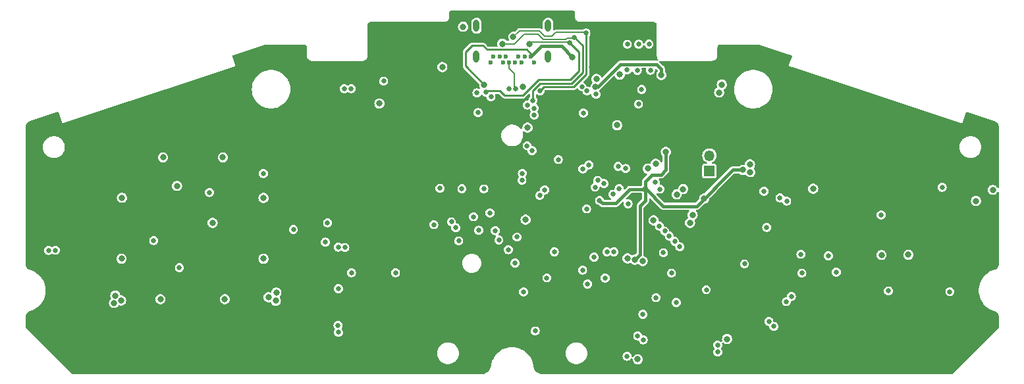
<source format=gbr>
G04 #@! TF.GenerationSoftware,KiCad,Pcbnew,7.0.6*
G04 #@! TF.CreationDate,2023-08-31T16:45:56-07:00*
G04 #@! TF.ProjectId,sgpp_main_pcb,73677070-5f6d-4616-996e-5f7063622e6b,1*
G04 #@! TF.SameCoordinates,Original*
G04 #@! TF.FileFunction,Copper,L2,Inr*
G04 #@! TF.FilePolarity,Positive*
%FSLAX46Y46*%
G04 Gerber Fmt 4.6, Leading zero omitted, Abs format (unit mm)*
G04 Created by KiCad (PCBNEW 7.0.6) date 2023-08-31 16:45:56*
%MOMM*%
%LPD*%
G01*
G04 APERTURE LIST*
G04 #@! TA.AperFunction,ComponentPad*
%ADD10C,0.600000*%
G04 #@! TD*
G04 #@! TA.AperFunction,ComponentPad*
%ADD11O,0.800000X1.550000*%
G04 #@! TD*
G04 #@! TA.AperFunction,ComponentPad*
%ADD12R,1.350000X1.350000*%
G04 #@! TD*
G04 #@! TA.AperFunction,ComponentPad*
%ADD13O,1.350000X1.350000*%
G04 #@! TD*
G04 #@! TA.AperFunction,ViaPad*
%ADD14C,0.800000*%
G04 #@! TD*
G04 #@! TA.AperFunction,ViaPad*
%ADD15C,0.650000*%
G04 #@! TD*
G04 #@! TA.AperFunction,Conductor*
%ADD16C,0.400000*%
G04 #@! TD*
G04 #@! TA.AperFunction,Conductor*
%ADD17C,0.200000*%
G04 #@! TD*
G04 #@! TA.AperFunction,Conductor*
%ADD18C,0.250000*%
G04 #@! TD*
G04 #@! TA.AperFunction,Conductor*
%ADD19C,0.150000*%
G04 #@! TD*
G04 APERTURE END LIST*
D10*
X152800000Y-83302425D03*
X152400000Y-82592425D03*
X151600000Y-82592425D03*
X151200000Y-83302425D03*
X150800000Y-82592425D03*
X150400000Y-83302425D03*
X149600000Y-83302425D03*
X149200000Y-82592425D03*
X148800000Y-83302425D03*
X148400000Y-82592425D03*
X147600000Y-82592425D03*
X147200000Y-83302425D03*
D11*
X145400000Y-82592425D03*
X145400000Y-78592425D03*
X154600000Y-82592425D03*
X154600000Y-78592425D03*
D12*
X175361600Y-97300800D03*
D13*
X175361600Y-95300800D03*
D14*
X172872400Y-103962200D03*
X173202600Y-102946200D03*
X174675800Y-100838000D03*
X176961800Y-86156800D03*
X176606200Y-87172800D03*
X166776400Y-108889800D03*
X164820600Y-108534200D03*
X165760400Y-108712000D03*
X151358600Y-86487000D03*
X151968200Y-91694000D03*
X143687800Y-78714600D03*
X132918200Y-88595200D03*
X188696600Y-99568000D03*
X178612800Y-112903000D03*
X196570600Y-100609400D03*
X167157400Y-99644200D03*
X163830000Y-84861400D03*
X163499800Y-91389200D03*
X180619400Y-97434400D03*
X180568600Y-96443800D03*
X179654200Y-97155000D03*
X99720400Y-113969800D03*
X98806000Y-114274600D03*
X98983800Y-113334800D03*
X119608600Y-113995200D03*
X119684800Y-112928400D03*
X118668800Y-113538000D03*
X135178800Y-114579400D03*
X150393400Y-114655600D03*
X165887400Y-114782600D03*
X166141400Y-121539000D03*
X177622200Y-118922800D03*
X192811400Y-120777000D03*
X197485000Y-108102400D03*
X200939400Y-108077000D03*
X204190600Y-111607600D03*
X209626200Y-101142800D03*
X211785200Y-99720400D03*
X111480600Y-103962200D03*
X106908600Y-99212400D03*
X108254800Y-101803200D03*
X106070400Y-105308400D03*
X112268000Y-110058200D03*
X114427000Y-107772200D03*
X167436800Y-96977200D03*
X168452800Y-96342200D03*
X169748200Y-94818200D03*
D15*
X103911400Y-106248200D03*
X140716000Y-99517200D03*
X143535400Y-99568000D03*
X146354800Y-99593400D03*
X151307800Y-97586800D03*
X151257000Y-98475800D03*
X128422400Y-86690200D03*
X161227711Y-101071019D03*
X161010600Y-98501200D03*
X145468000Y-87225800D03*
X133477202Y-85699398D03*
X159613600Y-86995000D03*
X151917400Y-94030800D03*
X129311400Y-86690200D03*
X158953200Y-86410800D03*
X152552400Y-94665800D03*
X154178000Y-99720400D03*
X154101800Y-91821000D03*
X153543000Y-100431600D03*
X182727600Y-104546400D03*
X182372000Y-99898200D03*
X159156400Y-89814400D03*
X145616000Y-89765800D03*
X160655000Y-99364800D03*
X176428400Y-119692000D03*
X176428400Y-120592000D03*
X167640000Y-121589800D03*
X167487600Y-117703600D03*
X164769800Y-121132600D03*
X166801800Y-115747800D03*
X183642000Y-117297200D03*
X166852600Y-119024400D03*
X166141400Y-118516400D03*
X183007000Y-116662200D03*
X185293000Y-101168200D03*
X184429400Y-100736400D03*
X169443400Y-107797600D03*
X168503600Y-113588800D03*
X185902600Y-113436400D03*
X190652400Y-108204000D03*
X187121800Y-108000800D03*
X185267600Y-114096800D03*
X171094400Y-114223800D03*
X159682512Y-111837386D03*
X197434200Y-102946200D03*
X198374000Y-112725200D03*
X159562800Y-102158800D03*
X159855234Y-96505200D03*
X166649400Y-86791800D03*
X160528000Y-108381800D03*
X162941000Y-100279200D03*
X154457400Y-111048800D03*
X127660400Y-118059200D03*
X152958800Y-117881400D03*
X90398600Y-107518200D03*
X161950400Y-111074200D03*
X179868665Y-109258061D03*
X159054800Y-110058200D03*
X160782000Y-87401400D03*
X159087711Y-97013212D03*
X118008400Y-97612200D03*
X129336800Y-110388400D03*
X135001000Y-110388400D03*
X164896800Y-101523800D03*
X168386319Y-98753869D03*
X163068000Y-107696000D03*
X168986200Y-99618800D03*
X150368000Y-109143800D03*
X162179000Y-107696000D03*
X163753800Y-99542600D03*
X166243000Y-88671400D03*
D14*
X105105200Y-95529400D03*
X112801400Y-95529400D03*
X118033800Y-108585000D03*
X118033800Y-100761800D03*
X113055400Y-113792000D03*
X104775000Y-113792000D03*
X99771200Y-108585000D03*
X99822000Y-100736400D03*
X160299400Y-83947000D03*
X163322000Y-98120200D03*
X160832800Y-85445600D03*
X171983400Y-99618800D03*
X171145200Y-100304600D03*
X151714200Y-103555800D03*
X168173400Y-103632000D03*
X201726800Y-100076000D03*
X133654800Y-95681800D03*
D15*
X157454600Y-96875600D03*
X168275000Y-90271600D03*
D14*
X156057600Y-87553800D03*
D15*
X128955800Y-84404200D03*
D14*
X174726600Y-85064600D03*
X141655800Y-87350600D03*
X148209000Y-90779600D03*
D15*
X155930600Y-95808800D03*
X151942800Y-88798400D03*
D14*
X146407017Y-86158787D03*
X169174148Y-84908541D03*
X157747523Y-82599848D03*
X160712701Y-86458641D03*
D15*
X159486170Y-79531767D03*
D14*
X150139400Y-80010000D03*
D15*
X167589699Y-80939440D03*
X153584574Y-86950470D03*
X157399945Y-80813804D03*
D14*
X152213521Y-80918698D03*
D15*
X166266718Y-80957708D03*
X146608117Y-87120001D03*
X147273019Y-87745901D03*
X149555200Y-86690200D03*
X206273400Y-112826800D03*
X191668400Y-110312200D03*
X150418800Y-86690200D03*
X164803195Y-80960659D03*
X152674015Y-88187409D03*
D14*
X148729700Y-80911700D03*
D15*
X157994344Y-80079546D03*
X111074200Y-100050600D03*
X107213400Y-109728000D03*
X164790012Y-84277200D03*
X163609354Y-96689403D03*
X166084872Y-84334262D03*
X164585197Y-96966859D03*
X167780165Y-84317750D03*
X161793850Y-98899551D03*
X155422600Y-107696000D03*
X149504400Y-107416600D03*
X170891200Y-106349800D03*
X150622000Y-105791000D03*
X147828000Y-104978200D03*
X171551600Y-107035600D03*
X127635000Y-107086400D03*
X148285200Y-106172000D03*
X145034000Y-103174800D03*
X169621200Y-105029000D03*
X125984000Y-106451400D03*
X145694400Y-104927400D03*
X205282800Y-99390200D03*
X168935400Y-104368600D03*
X147142200Y-102692200D03*
X142748000Y-104597200D03*
X121869200Y-104825800D03*
X91287600Y-107492800D03*
X128498600Y-107137200D03*
X127660400Y-112445800D03*
X143129000Y-106273600D03*
X127609600Y-117170200D03*
X170205400Y-105664000D03*
X170484800Y-110439200D03*
X142189200Y-103835200D03*
X187248800Y-110439200D03*
X139928600Y-104190800D03*
X126263400Y-103962200D03*
D14*
X141020800Y-83896200D03*
D15*
X174955200Y-112572800D03*
X151460200Y-112852200D03*
X152831800Y-90068400D03*
X152831800Y-89204800D03*
D16*
X178358800Y-97155000D02*
X179654200Y-97155000D01*
X173685200Y-101828600D02*
X178358800Y-97155000D01*
X169443400Y-101828600D02*
X173685200Y-101828600D01*
X167259000Y-99644200D02*
X169443400Y-101828600D01*
X167157400Y-99644200D02*
X167259000Y-99644200D01*
X166446200Y-108026200D02*
X165760400Y-108712000D01*
X166446200Y-101803200D02*
X166446200Y-108026200D01*
X167157400Y-101092000D02*
X166446200Y-101803200D01*
X167157400Y-99644200D02*
X167157400Y-101092000D01*
X169748200Y-97155000D02*
X169748200Y-94818200D01*
X169113200Y-97790000D02*
X169748200Y-97155000D01*
X167970200Y-97790000D02*
X169113200Y-97790000D01*
X167157400Y-98602800D02*
X167970200Y-97790000D01*
X167157400Y-99644200D02*
X167157400Y-98602800D01*
X165125400Y-99644200D02*
X167157400Y-99644200D01*
X161629692Y-101473000D02*
X163296600Y-101473000D01*
X161227711Y-101071019D02*
X161629692Y-101473000D01*
X163296600Y-101473000D02*
X165125400Y-99644200D01*
D17*
X157911490Y-80162400D02*
X157994344Y-80079546D01*
X157010710Y-80162400D02*
X157911490Y-80162400D01*
X156857263Y-80315847D02*
X157010710Y-80162400D01*
X153976612Y-80315847D02*
X156857263Y-80315847D01*
X153309081Y-79648316D02*
X153976612Y-80315847D01*
X151560848Y-79648316D02*
X153309081Y-79648316D01*
X150297464Y-80911700D02*
X151560848Y-79648316D01*
X148729700Y-80911700D02*
X150297464Y-80911700D01*
D16*
X168579800Y-83540600D02*
X169174148Y-84134948D01*
X163906200Y-83540600D02*
X168579800Y-83540600D01*
X160988159Y-86458641D02*
X163906200Y-83540600D01*
X169174148Y-84134948D02*
X169174148Y-84908541D01*
X160712701Y-86458641D02*
X160988159Y-86458641D01*
X153757863Y-81234562D02*
X156382237Y-81234562D01*
D18*
X144830800Y-81127600D02*
X144018000Y-81940400D01*
X146761200Y-81661000D02*
X146227800Y-81127600D01*
D16*
X156382237Y-81234562D02*
X157747523Y-82599848D01*
D18*
X144018000Y-81940400D02*
X144018000Y-83769770D01*
X144018000Y-83769770D02*
X146407017Y-86158787D01*
X152400000Y-82194400D02*
X151866600Y-81661000D01*
X146227800Y-81127600D02*
X144830800Y-81127600D01*
X151866600Y-81661000D02*
X146761200Y-81661000D01*
X152400000Y-82592425D02*
X152400000Y-82194400D01*
D16*
X152400000Y-82592425D02*
X153757863Y-81234562D01*
D18*
X157901192Y-86487000D02*
X154048044Y-86487000D01*
D17*
X155137520Y-79911811D02*
X155610803Y-79438528D01*
X155610803Y-79438528D02*
X159392931Y-79438528D01*
D18*
X154048044Y-86487000D02*
X153584574Y-86950470D01*
D17*
X150139400Y-80010000D02*
X150920660Y-79228740D01*
D18*
X159537400Y-84850792D02*
X157901192Y-86487000D01*
D17*
X154155320Y-79911811D02*
X155137520Y-79911811D01*
D18*
X159486170Y-79531767D02*
X159537400Y-79582997D01*
X159537400Y-79582997D02*
X159537400Y-84850792D01*
D17*
X150920660Y-79228740D02*
X153472249Y-79228740D01*
X153472249Y-79228740D02*
X154155320Y-79911811D01*
X159392931Y-79438528D02*
X159486170Y-79531767D01*
D18*
X151382908Y-87570092D02*
X153399204Y-85553796D01*
D17*
X152213521Y-80918698D02*
X152411019Y-80721200D01*
D18*
X148445876Y-86975692D02*
X149040276Y-87570092D01*
D17*
X152411019Y-80721200D02*
X157307341Y-80721200D01*
D18*
X146608117Y-87120001D02*
X146752426Y-86975692D01*
X158573972Y-84423273D02*
X158573972Y-81987831D01*
X146752426Y-86975692D02*
X148445876Y-86975692D01*
X158573972Y-81987831D02*
X157399945Y-80813804D01*
X157443449Y-85553796D02*
X158573972Y-84423273D01*
X149040276Y-87570092D02*
X151382908Y-87570092D01*
D17*
X157307341Y-80721200D02*
X157399945Y-80813804D01*
D18*
X153399204Y-85553796D02*
X157443449Y-85553796D01*
D19*
X149600000Y-84093400D02*
X150252586Y-84745986D01*
X149600000Y-83302425D02*
X149600000Y-84093400D01*
X150252586Y-86523986D02*
X150418800Y-86690200D01*
X150252586Y-84745986D02*
X150252586Y-86523986D01*
D18*
X153585682Y-86019992D02*
X157646596Y-86019992D01*
X157646596Y-86019992D02*
X159051823Y-84614765D01*
X152674015Y-86931659D02*
X153585682Y-86019992D01*
X159051823Y-84614765D02*
X159051823Y-81137025D01*
X152674015Y-88187409D02*
X152674015Y-86931659D01*
X159051823Y-81137025D02*
X157994344Y-80079546D01*
G04 #@! TA.AperFunction,Conductor*
G36*
X157691602Y-76586118D02*
G01*
X157706019Y-76586117D01*
X157706021Y-76586118D01*
X157736307Y-76586116D01*
X157744391Y-76586645D01*
X157814645Y-76595889D01*
X157845911Y-76604264D01*
X157900048Y-76626684D01*
X157928080Y-76642867D01*
X157973211Y-76677495D01*
X157974565Y-76678534D01*
X157997454Y-76701423D01*
X158033120Y-76747902D01*
X158049307Y-76775936D01*
X158071728Y-76830064D01*
X158080107Y-76861336D01*
X158089327Y-76931390D01*
X158089858Y-76939490D01*
X158089858Y-76984392D01*
X158089859Y-76984401D01*
X158089859Y-77407970D01*
X158089858Y-77407984D01*
X158089859Y-77452322D01*
X158089859Y-77475963D01*
X158089884Y-77476355D01*
X158089885Y-77525608D01*
X158098431Y-77563049D01*
X158122505Y-77668516D01*
X158170698Y-77768589D01*
X158186105Y-77800582D01*
X158266626Y-77901555D01*
X158277494Y-77915183D01*
X158392092Y-78006578D01*
X158392095Y-78006579D01*
X158392095Y-78006580D01*
X158491307Y-78054364D01*
X158524153Y-78070184D01*
X158667056Y-78102810D01*
X158711898Y-78102813D01*
X158711934Y-78102816D01*
X158740347Y-78102816D01*
X158774697Y-78102818D01*
X158774698Y-78102817D01*
X158789115Y-78102818D01*
X158789142Y-78102816D01*
X168191576Y-78102816D01*
X168191602Y-78102818D01*
X168206019Y-78102817D01*
X168206021Y-78102818D01*
X168236307Y-78102816D01*
X168244391Y-78103345D01*
X168314645Y-78112589D01*
X168345911Y-78120964D01*
X168400048Y-78143384D01*
X168428080Y-78159567D01*
X168473211Y-78194195D01*
X168474565Y-78195234D01*
X168497454Y-78218123D01*
X168533120Y-78264602D01*
X168549307Y-78292636D01*
X168571728Y-78346764D01*
X168580107Y-78378036D01*
X168589327Y-78448090D01*
X168589858Y-78456190D01*
X168589858Y-78501092D01*
X168589859Y-78501101D01*
X168589859Y-82407970D01*
X168589858Y-82407978D01*
X168589859Y-82452322D01*
X168589859Y-82475963D01*
X168589884Y-82476355D01*
X168589885Y-82525608D01*
X168605137Y-82592425D01*
X168622505Y-82668516D01*
X168639336Y-82703466D01*
X168686103Y-82800579D01*
X168756788Y-82889218D01*
X168783195Y-82953905D01*
X168770437Y-83022600D01*
X168722566Y-83073493D01*
X168656992Y-83089873D01*
X168656992Y-83090100D01*
X168656084Y-83090100D01*
X168654779Y-83090426D01*
X168651365Y-83090100D01*
X168647702Y-83090100D01*
X168588226Y-83090100D01*
X168528790Y-83087875D01*
X168519556Y-83088916D01*
X168519462Y-83088086D01*
X168504164Y-83090100D01*
X163934983Y-83090100D01*
X163928044Y-83089710D01*
X163913626Y-83088086D01*
X163889164Y-83085329D01*
X163838743Y-83094870D01*
X163830720Y-83096388D01*
X163818032Y-83098300D01*
X163771916Y-83105251D01*
X163763732Y-83107775D01*
X163755728Y-83110576D01*
X163703136Y-83138373D01*
X163649557Y-83164174D01*
X163642538Y-83168959D01*
X163635661Y-83174035D01*
X163593613Y-83216083D01*
X163550003Y-83256547D01*
X163544213Y-83263808D01*
X163543562Y-83263288D01*
X163534167Y-83275528D01*
X161618915Y-85190780D01*
X161557592Y-85224265D01*
X161487900Y-85219281D01*
X161431967Y-85177409D01*
X161415294Y-85147073D01*
X161413020Y-85141077D01*
X161323283Y-85011070D01*
X161205040Y-84906317D01*
X161205038Y-84906316D01*
X161205037Y-84906315D01*
X161065165Y-84832903D01*
X160911786Y-84795100D01*
X160911785Y-84795100D01*
X160753815Y-84795100D01*
X160753814Y-84795100D01*
X160600434Y-84832903D01*
X160460562Y-84906315D01*
X160342316Y-85011071D01*
X160252581Y-85141075D01*
X160252580Y-85141076D01*
X160196562Y-85288781D01*
X160177522Y-85445599D01*
X160177522Y-85445600D01*
X160196562Y-85602418D01*
X160252580Y-85750123D01*
X160252581Y-85750124D01*
X160296010Y-85813043D01*
X160317893Y-85879398D01*
X160300427Y-85947050D01*
X160276187Y-85976298D01*
X160222219Y-86024109D01*
X160132482Y-86154116D01*
X160132481Y-86154117D01*
X160076464Y-86301821D01*
X160065859Y-86389158D01*
X160038237Y-86453335D01*
X159980302Y-86492391D01*
X159910449Y-86493926D01*
X159895311Y-86488771D01*
X159763839Y-86434314D01*
X159763834Y-86434312D01*
X159627090Y-86416310D01*
X159563193Y-86388043D01*
X159524722Y-86329719D01*
X159520338Y-86309564D01*
X159513887Y-86260564D01*
X159455898Y-86120567D01*
X159363651Y-86000349D01*
X159243433Y-85908102D01*
X159243432Y-85908101D01*
X159243429Y-85908099D01*
X159236391Y-85904036D01*
X159238128Y-85901026D01*
X159196177Y-85867181D01*
X159174149Y-85800874D01*
X159191465Y-85733185D01*
X159210387Y-85708840D01*
X159766289Y-85152938D01*
X159786146Y-85136814D01*
X159795236Y-85130876D01*
X159817051Y-85102846D01*
X159822119Y-85097108D01*
X159824920Y-85094309D01*
X159838488Y-85075305D01*
X159872209Y-85031981D01*
X159872210Y-85031975D01*
X159875943Y-85025079D01*
X159879406Y-85017995D01*
X159879410Y-85017991D01*
X159895073Y-84965379D01*
X159912900Y-84913452D01*
X159912900Y-84913447D01*
X159914195Y-84905687D01*
X159915169Y-84897878D01*
X159913506Y-84857666D01*
X159912900Y-84843022D01*
X159912900Y-80960659D01*
X164222729Y-80960659D01*
X164242507Y-81110893D01*
X164242508Y-81110895D01*
X164299718Y-81249013D01*
X164300497Y-81250892D01*
X164392744Y-81371110D01*
X164512962Y-81463357D01*
X164652959Y-81521346D01*
X164728077Y-81531235D01*
X164803194Y-81541125D01*
X164803195Y-81541125D01*
X164803196Y-81541125D01*
X164877109Y-81531394D01*
X164953431Y-81521346D01*
X165093428Y-81463357D01*
X165213646Y-81371110D01*
X165305893Y-81250892D01*
X165363882Y-81110895D01*
X165383661Y-80960659D01*
X165383272Y-80957708D01*
X165686252Y-80957708D01*
X165706030Y-81107942D01*
X165706031Y-81107944D01*
X165753780Y-81223221D01*
X165764020Y-81247941D01*
X165856267Y-81368159D01*
X165976485Y-81460406D01*
X166116482Y-81518395D01*
X166191599Y-81528284D01*
X166266717Y-81538174D01*
X166266718Y-81538174D01*
X166266719Y-81538174D01*
X166318217Y-81531394D01*
X166416954Y-81518395D01*
X166556951Y-81460406D01*
X166677169Y-81368159D01*
X166769416Y-81247941D01*
X166817433Y-81132017D01*
X166861270Y-81077620D01*
X166927564Y-81055554D01*
X166995263Y-81072833D01*
X167042874Y-81123969D01*
X167046552Y-81132022D01*
X167084328Y-81223221D01*
X167087001Y-81229673D01*
X167179248Y-81349891D01*
X167299466Y-81442138D01*
X167439463Y-81500127D01*
X167514580Y-81510016D01*
X167589698Y-81519906D01*
X167589699Y-81519906D01*
X167589700Y-81519906D01*
X167639777Y-81513313D01*
X167739935Y-81500127D01*
X167879932Y-81442138D01*
X168000150Y-81349891D01*
X168092397Y-81229673D01*
X168150386Y-81089676D01*
X168170165Y-80939440D01*
X168150386Y-80789204D01*
X168092397Y-80649207D01*
X168000150Y-80528989D01*
X167879932Y-80436742D01*
X167879928Y-80436740D01*
X167739935Y-80378753D01*
X167739933Y-80378752D01*
X167589700Y-80358974D01*
X167589698Y-80358974D01*
X167439464Y-80378752D01*
X167439462Y-80378753D01*
X167299469Y-80436740D01*
X167299466Y-80436741D01*
X167299466Y-80436742D01*
X167179248Y-80528989D01*
X167119254Y-80607175D01*
X167086999Y-80649210D01*
X167044916Y-80750808D01*
X167040331Y-80761879D01*
X167038986Y-80765125D01*
X166995145Y-80819528D01*
X166928851Y-80841593D01*
X166861152Y-80824314D01*
X166813541Y-80773177D01*
X166809864Y-80765124D01*
X166769418Y-80667479D01*
X166769418Y-80667478D01*
X166759276Y-80654261D01*
X166677169Y-80547257D01*
X166556951Y-80455010D01*
X166556947Y-80455008D01*
X166416954Y-80397021D01*
X166416952Y-80397020D01*
X166266719Y-80377242D01*
X166266717Y-80377242D01*
X166116483Y-80397020D01*
X166116481Y-80397021D01*
X165976488Y-80455008D01*
X165976485Y-80455009D01*
X165976485Y-80455010D01*
X165856267Y-80547257D01*
X165778036Y-80649210D01*
X165764018Y-80667478D01*
X165706031Y-80807471D01*
X165706030Y-80807473D01*
X165686252Y-80957707D01*
X165686252Y-80957708D01*
X165383272Y-80957708D01*
X165363882Y-80810424D01*
X165363882Y-80810423D01*
X165305893Y-80670426D01*
X165213646Y-80550208D01*
X165093428Y-80457961D01*
X165093424Y-80457959D01*
X164953431Y-80399972D01*
X164953429Y-80399971D01*
X164803196Y-80380193D01*
X164803194Y-80380193D01*
X164652960Y-80399971D01*
X164652958Y-80399972D01*
X164512965Y-80457959D01*
X164512962Y-80457960D01*
X164512962Y-80457961D01*
X164392744Y-80550208D01*
X164302759Y-80667479D01*
X164300495Y-80670429D01*
X164242508Y-80810422D01*
X164242507Y-80810424D01*
X164222729Y-80960658D01*
X164222729Y-80960659D01*
X159912900Y-80960659D01*
X159912900Y-79963093D01*
X159932585Y-79896055D01*
X159938525Y-79887607D01*
X159988868Y-79822000D01*
X160046857Y-79682003D01*
X160066636Y-79531767D01*
X160046857Y-79381531D01*
X159988868Y-79241534D01*
X159896621Y-79121316D01*
X159776403Y-79029069D01*
X159776399Y-79029067D01*
X159636406Y-78971080D01*
X159636404Y-78971079D01*
X159486171Y-78951301D01*
X159486169Y-78951301D01*
X159335935Y-78971079D01*
X159335933Y-78971080D01*
X159195939Y-79029067D01*
X159195935Y-79029069D01*
X159152496Y-79062403D01*
X159087328Y-79087598D01*
X159077009Y-79088028D01*
X155660009Y-79088028D01*
X155634564Y-79085389D01*
X155625488Y-79083486D01*
X155625485Y-79083486D01*
X155592871Y-79087551D01*
X155585195Y-79088028D01*
X155581763Y-79088028D01*
X155567422Y-79090420D01*
X155560251Y-79091617D01*
X155543424Y-79093714D01*
X155509410Y-79097955D01*
X155509409Y-79097955D01*
X155509404Y-79097956D01*
X155502378Y-79100047D01*
X155495426Y-79102434D01*
X155450357Y-79126823D01*
X155428960Y-79137283D01*
X155360087Y-79149043D01*
X155295790Y-79121699D01*
X155256483Y-79063935D01*
X155250500Y-79025883D01*
X155250500Y-78176501D01*
X155250499Y-78176490D01*
X155246316Y-78143382D01*
X155235071Y-78054367D01*
X155174568Y-77901554D01*
X155174565Y-77901550D01*
X155174563Y-77901546D01*
X155077965Y-77768589D01*
X155077962Y-77768587D01*
X154951326Y-77663825D01*
X154802612Y-77593845D01*
X154719517Y-77577994D01*
X154641170Y-77563049D01*
X154641166Y-77563049D01*
X154477139Y-77573369D01*
X154320828Y-77624157D01*
X154320824Y-77624159D01*
X154182059Y-77712223D01*
X154069554Y-77832028D01*
X154069548Y-77832036D01*
X153990374Y-77976053D01*
X153990371Y-77976063D01*
X153949500Y-78135244D01*
X153949500Y-78904722D01*
X153929815Y-78971761D01*
X153877011Y-79017516D01*
X153807853Y-79027460D01*
X153744297Y-78998435D01*
X153734275Y-78988710D01*
X153733690Y-78988075D01*
X153733687Y-78988072D01*
X153733686Y-78988071D01*
X153707736Y-78967873D01*
X153701990Y-78962799D01*
X153699556Y-78960365D01*
X153699555Y-78960364D01*
X153699554Y-78960363D01*
X153693097Y-78955753D01*
X153681810Y-78947695D01*
X153641375Y-78916223D01*
X153641371Y-78916221D01*
X153634897Y-78912717D01*
X153628318Y-78909500D01*
X153579203Y-78894878D01*
X153530735Y-78878238D01*
X153523518Y-78877034D01*
X153516202Y-78876122D01*
X153466974Y-78878159D01*
X153465018Y-78878240D01*
X150969866Y-78878240D01*
X150944421Y-78875601D01*
X150935345Y-78873698D01*
X150935342Y-78873698D01*
X150902728Y-78877763D01*
X150895052Y-78878240D01*
X150891620Y-78878240D01*
X150877279Y-78880632D01*
X150870108Y-78881829D01*
X150853281Y-78883926D01*
X150819267Y-78888167D01*
X150819266Y-78888167D01*
X150819261Y-78888168D01*
X150812235Y-78890259D01*
X150805283Y-78892646D01*
X150805279Y-78892647D01*
X150805279Y-78892648D01*
X150782968Y-78904722D01*
X150760215Y-78917035D01*
X150714172Y-78939543D01*
X150708226Y-78943788D01*
X150702402Y-78948321D01*
X150667702Y-78986015D01*
X150328674Y-79325042D01*
X150267351Y-79358527D01*
X150226121Y-79358004D01*
X150225830Y-79360404D01*
X150218385Y-79359500D01*
X150060415Y-79359500D01*
X150060414Y-79359500D01*
X149907034Y-79397303D01*
X149767162Y-79470715D01*
X149648916Y-79575471D01*
X149559181Y-79705475D01*
X149559180Y-79705476D01*
X149503162Y-79853181D01*
X149484122Y-80009999D01*
X149484122Y-80010000D01*
X149503162Y-80166818D01*
X149559180Y-80314523D01*
X149559183Y-80314529D01*
X149595236Y-80366761D01*
X149617119Y-80433115D01*
X149599653Y-80500767D01*
X149548385Y-80548236D01*
X149493186Y-80561200D01*
X149343264Y-80561200D01*
X149276225Y-80541515D01*
X149241213Y-80507638D01*
X149238966Y-80504383D01*
X149220183Y-80477170D01*
X149101940Y-80372417D01*
X149101938Y-80372416D01*
X149101937Y-80372415D01*
X148962065Y-80299003D01*
X148808686Y-80261200D01*
X148808685Y-80261200D01*
X148650715Y-80261200D01*
X148650714Y-80261200D01*
X148497334Y-80299003D01*
X148357462Y-80372415D01*
X148239216Y-80477171D01*
X148149481Y-80607175D01*
X148149480Y-80607176D01*
X148093462Y-80754881D01*
X148074422Y-80911699D01*
X148074422Y-80911700D01*
X148093463Y-81068518D01*
X148112050Y-81117529D01*
X148117417Y-81187192D01*
X148084269Y-81248698D01*
X148023131Y-81282520D01*
X147996108Y-81285500D01*
X146968099Y-81285500D01*
X146901060Y-81265815D01*
X146880418Y-81249181D01*
X146711551Y-81080314D01*
X146529949Y-80898711D01*
X146513822Y-80878852D01*
X146507886Y-80869767D01*
X146507883Y-80869763D01*
X146479874Y-80847963D01*
X146474110Y-80842872D01*
X146471315Y-80840077D01*
X146452305Y-80826506D01*
X146408989Y-80792790D01*
X146402074Y-80789048D01*
X146395000Y-80785590D01*
X146342396Y-80769929D01*
X146290458Y-80752099D01*
X146282723Y-80750808D01*
X146274885Y-80749831D01*
X146220044Y-80752100D01*
X144882603Y-80752100D01*
X144857158Y-80749461D01*
X144846532Y-80747233D01*
X144846529Y-80747233D01*
X144811307Y-80751623D01*
X144803631Y-80752100D01*
X144799686Y-80752100D01*
X144783018Y-80754881D01*
X144776658Y-80755942D01*
X144722170Y-80762734D01*
X144714657Y-80764971D01*
X144707187Y-80767536D01*
X144658922Y-80793655D01*
X144609592Y-80817771D01*
X144603175Y-80822353D01*
X144596975Y-80827179D01*
X144559792Y-80867570D01*
X143789108Y-81638252D01*
X143769254Y-81654376D01*
X143760165Y-81660314D01*
X143760164Y-81660315D01*
X143738363Y-81688323D01*
X143733286Y-81694074D01*
X143730484Y-81696877D01*
X143730474Y-81696888D01*
X143716905Y-81715895D01*
X143683192Y-81759208D01*
X143679447Y-81766129D01*
X143675988Y-81773204D01*
X143660329Y-81825803D01*
X143642500Y-81877738D01*
X143641206Y-81885492D01*
X143640231Y-81893311D01*
X143642500Y-81948155D01*
X143642500Y-83717966D01*
X143639862Y-83743404D01*
X143638657Y-83749155D01*
X143637633Y-83754040D01*
X143642023Y-83789258D01*
X143642500Y-83796935D01*
X143642500Y-83800886D01*
X143646342Y-83823911D01*
X143653134Y-83878397D01*
X143655373Y-83885917D01*
X143657934Y-83893378D01*
X143657935Y-83893380D01*
X143678767Y-83931875D01*
X143684055Y-83941647D01*
X143708174Y-83990981D01*
X143712742Y-83997379D01*
X143717582Y-84003597D01*
X143757971Y-84040779D01*
X145722498Y-86005305D01*
X145755983Y-86066628D01*
X145757913Y-86107930D01*
X145751739Y-86158784D01*
X145751739Y-86158787D01*
X145770779Y-86315605D01*
X145826797Y-86463310D01*
X145866684Y-86521097D01*
X145888566Y-86587451D01*
X145871100Y-86655103D01*
X145819832Y-86702572D01*
X145751039Y-86714789D01*
X145717181Y-86706097D01*
X145618239Y-86665114D01*
X145618234Y-86665112D01*
X145468001Y-86645334D01*
X145467999Y-86645334D01*
X145317765Y-86665112D01*
X145317763Y-86665113D01*
X145177770Y-86723100D01*
X145177767Y-86723101D01*
X145177767Y-86723102D01*
X145057549Y-86815349D01*
X144982236Y-86913499D01*
X144965300Y-86935570D01*
X144907313Y-87075563D01*
X144907312Y-87075565D01*
X144887534Y-87225799D01*
X144887534Y-87225800D01*
X144907312Y-87376034D01*
X144907313Y-87376036D01*
X144957707Y-87497699D01*
X144965302Y-87516033D01*
X145057549Y-87636251D01*
X145177767Y-87728498D01*
X145317764Y-87786487D01*
X145392882Y-87796376D01*
X145467999Y-87806266D01*
X145468000Y-87806266D01*
X145468001Y-87806266D01*
X145523358Y-87798978D01*
X145618236Y-87786487D01*
X145758233Y-87728498D01*
X145878451Y-87636251D01*
X145970698Y-87516033D01*
X145970700Y-87516029D01*
X145975645Y-87509585D01*
X145976691Y-87510387D01*
X146021175Y-87467972D01*
X146089782Y-87454748D01*
X146154647Y-87480716D01*
X146176367Y-87502695D01*
X146197666Y-87530452D01*
X146317884Y-87622699D01*
X146457881Y-87680688D01*
X146593621Y-87698558D01*
X146657517Y-87726824D01*
X146695988Y-87785149D01*
X146700374Y-87805311D01*
X146707260Y-87857610D01*
X146711163Y-87887260D01*
X146712332Y-87896135D01*
X146712332Y-87896137D01*
X146748106Y-87982504D01*
X146770321Y-88036134D01*
X146862568Y-88156352D01*
X146982786Y-88248599D01*
X147122783Y-88306588D01*
X147197900Y-88316477D01*
X147273018Y-88326367D01*
X147273019Y-88326367D01*
X147273020Y-88326367D01*
X147323097Y-88319773D01*
X147423255Y-88306588D01*
X147563252Y-88248599D01*
X147683470Y-88156352D01*
X147775717Y-88036134D01*
X147833706Y-87896137D01*
X147853485Y-87745901D01*
X147850973Y-87726824D01*
X147833706Y-87595666D01*
X147833704Y-87595661D01*
X147803460Y-87522644D01*
X147795991Y-87453175D01*
X147827266Y-87390696D01*
X147887355Y-87355044D01*
X147918021Y-87351192D01*
X148238977Y-87351192D01*
X148306016Y-87370877D01*
X148326658Y-87387511D01*
X148738125Y-87798978D01*
X148754254Y-87818839D01*
X148760192Y-87827928D01*
X148788205Y-87849731D01*
X148793967Y-87854820D01*
X148796759Y-87857612D01*
X148815762Y-87871180D01*
X148859087Y-87904901D01*
X148859089Y-87904901D01*
X148866011Y-87908647D01*
X148873074Y-87912100D01*
X148873077Y-87912102D01*
X148925688Y-87927765D01*
X148951652Y-87936678D01*
X148977615Y-87945592D01*
X148985377Y-87946887D01*
X148993187Y-87947860D01*
X148993188Y-87947861D01*
X148993188Y-87947860D01*
X148993189Y-87947861D01*
X149020616Y-87946726D01*
X149048045Y-87945592D01*
X151331104Y-87945592D01*
X151356549Y-87948231D01*
X151360348Y-87949027D01*
X151367176Y-87950459D01*
X151388133Y-87947846D01*
X151402400Y-87946069D01*
X151410076Y-87945592D01*
X151414020Y-87945592D01*
X151414022Y-87945592D01*
X151414024Y-87945591D01*
X151414030Y-87945591D01*
X151429395Y-87943026D01*
X151437048Y-87941749D01*
X151491534Y-87934958D01*
X151491535Y-87934957D01*
X151491537Y-87934957D01*
X151499049Y-87932720D01*
X151506514Y-87930158D01*
X151506514Y-87930157D01*
X151506518Y-87930157D01*
X151554785Y-87904036D01*
X151604119Y-87879918D01*
X151604121Y-87879915D01*
X151610502Y-87875360D01*
X151616727Y-87870514D01*
X151616734Y-87870511D01*
X151653916Y-87830120D01*
X152086835Y-87397201D01*
X152148157Y-87363717D01*
X152217849Y-87368701D01*
X152273782Y-87410573D01*
X152298199Y-87476037D01*
X152298515Y-87484883D01*
X152298515Y-87690644D01*
X152278830Y-87757683D01*
X152268500Y-87770502D01*
X152268512Y-87770511D01*
X152263566Y-87776956D01*
X152263564Y-87776958D01*
X152171317Y-87897176D01*
X152171315Y-87897179D01*
X152113328Y-88037172D01*
X152113328Y-88037173D01*
X152103215Y-88113985D01*
X152074948Y-88177881D01*
X152016623Y-88216351D01*
X151964090Y-88220736D01*
X151942800Y-88217934D01*
X151942799Y-88217934D01*
X151792565Y-88237712D01*
X151792563Y-88237713D01*
X151652570Y-88295700D01*
X151652567Y-88295701D01*
X151652567Y-88295702D01*
X151532349Y-88387949D01*
X151480613Y-88455373D01*
X151440100Y-88508170D01*
X151382113Y-88648163D01*
X151382112Y-88648165D01*
X151362334Y-88798399D01*
X151362334Y-88798400D01*
X151382112Y-88948634D01*
X151382113Y-88948636D01*
X151437292Y-89081851D01*
X151440102Y-89088633D01*
X151532349Y-89208851D01*
X151652567Y-89301098D01*
X151792564Y-89359087D01*
X151805857Y-89360837D01*
X151942799Y-89378866D01*
X151942800Y-89378866D01*
X151942801Y-89378866D01*
X151980358Y-89373921D01*
X152093036Y-89359087D01*
X152131908Y-89342985D01*
X152201373Y-89335517D01*
X152263853Y-89366791D01*
X152293918Y-89410093D01*
X152329102Y-89495033D01*
X152379808Y-89561115D01*
X152405002Y-89626282D01*
X152390964Y-89694727D01*
X152379811Y-89712080D01*
X152338592Y-89765800D01*
X152329100Y-89778170D01*
X152271113Y-89918163D01*
X152271112Y-89918165D01*
X152251334Y-90068399D01*
X152251334Y-90068400D01*
X152271112Y-90218634D01*
X152271113Y-90218636D01*
X152315786Y-90326487D01*
X152329102Y-90358633D01*
X152421349Y-90478851D01*
X152541567Y-90571098D01*
X152681564Y-90629087D01*
X152756682Y-90638976D01*
X152831799Y-90648866D01*
X152831800Y-90648866D01*
X152831801Y-90648866D01*
X152881878Y-90642272D01*
X152982036Y-90629087D01*
X153122033Y-90571098D01*
X153242251Y-90478851D01*
X153334498Y-90358633D01*
X153392487Y-90218636D01*
X153412266Y-90068400D01*
X153392487Y-89918164D01*
X153349506Y-89814400D01*
X158575934Y-89814400D01*
X158595712Y-89964634D01*
X158595713Y-89964636D01*
X158638693Y-90068400D01*
X158653702Y-90104633D01*
X158745949Y-90224851D01*
X158866167Y-90317098D01*
X159006164Y-90375087D01*
X159081282Y-90384976D01*
X159156399Y-90394866D01*
X159156400Y-90394866D01*
X159156401Y-90394866D01*
X159206478Y-90388273D01*
X159306636Y-90375087D01*
X159446633Y-90317098D01*
X159566851Y-90224851D01*
X159659098Y-90104633D01*
X159717087Y-89964636D01*
X159736866Y-89814400D01*
X159717087Y-89664164D01*
X159659098Y-89524167D01*
X159566851Y-89403949D01*
X159446633Y-89311702D01*
X159446629Y-89311700D01*
X159306636Y-89253713D01*
X159306634Y-89253712D01*
X159156401Y-89233934D01*
X159156399Y-89233934D01*
X159006165Y-89253712D01*
X159006163Y-89253713D01*
X158866170Y-89311700D01*
X158866167Y-89311701D01*
X158866167Y-89311702D01*
X158745949Y-89403949D01*
X158676058Y-89495033D01*
X158653700Y-89524170D01*
X158595713Y-89664163D01*
X158595712Y-89664165D01*
X158575934Y-89814399D01*
X158575934Y-89814400D01*
X153349506Y-89814400D01*
X153334498Y-89778167D01*
X153283791Y-89712084D01*
X153258598Y-89646918D01*
X153272636Y-89578473D01*
X153283788Y-89561119D01*
X153334498Y-89495033D01*
X153392487Y-89355036D01*
X153412266Y-89204800D01*
X153392487Y-89054564D01*
X153334498Y-88914567D01*
X153242251Y-88794349D01*
X153198976Y-88761143D01*
X153146418Y-88720813D01*
X153110338Y-88671400D01*
X165662534Y-88671400D01*
X165682312Y-88821634D01*
X165682313Y-88821636D01*
X165734917Y-88948634D01*
X165740302Y-88961633D01*
X165832549Y-89081851D01*
X165952767Y-89174098D01*
X166092764Y-89232087D01*
X166167882Y-89241976D01*
X166242999Y-89251866D01*
X166243000Y-89251866D01*
X166243001Y-89251866D01*
X166293078Y-89245273D01*
X166393236Y-89232087D01*
X166533233Y-89174098D01*
X166653451Y-89081851D01*
X166745698Y-88961633D01*
X166803687Y-88821636D01*
X166823466Y-88671400D01*
X166822542Y-88664385D01*
X166803687Y-88521165D01*
X166803687Y-88521164D01*
X166745698Y-88381167D01*
X166653451Y-88260949D01*
X166533233Y-88168702D01*
X166533229Y-88168700D01*
X166393236Y-88110713D01*
X166393234Y-88110712D01*
X166243001Y-88090934D01*
X166242999Y-88090934D01*
X166092765Y-88110712D01*
X166092763Y-88110713D01*
X165952770Y-88168700D01*
X165952767Y-88168701D01*
X165952767Y-88168702D01*
X165832549Y-88260949D01*
X165773700Y-88337643D01*
X165740300Y-88381170D01*
X165682313Y-88521163D01*
X165682312Y-88521165D01*
X165662534Y-88671399D01*
X165662534Y-88671400D01*
X153110338Y-88671400D01*
X153105216Y-88664385D01*
X153101061Y-88594639D01*
X153123530Y-88546951D01*
X153176713Y-88477642D01*
X153234702Y-88337645D01*
X153254481Y-88187409D01*
X153234702Y-88037173D01*
X153176713Y-87897176D01*
X153084466Y-87776958D01*
X153084463Y-87776956D01*
X153079518Y-87770511D01*
X153080959Y-87769404D01*
X153052346Y-87716988D01*
X153049515Y-87690644D01*
X153049515Y-87516753D01*
X153069200Y-87449714D01*
X153122004Y-87403959D01*
X153191162Y-87394015D01*
X153249002Y-87418378D01*
X153294339Y-87453167D01*
X153294343Y-87453169D01*
X153298155Y-87454748D01*
X153434338Y-87511157D01*
X153471375Y-87516033D01*
X153584573Y-87530936D01*
X153584574Y-87530936D01*
X153584575Y-87530936D01*
X153647558Y-87522644D01*
X153734810Y-87511157D01*
X153874807Y-87453168D01*
X153995025Y-87360921D01*
X154087272Y-87240703D01*
X154145261Y-87100706D01*
X154162427Y-86970313D01*
X154190693Y-86906418D01*
X154249018Y-86867947D01*
X154285366Y-86862500D01*
X157849388Y-86862500D01*
X157874833Y-86865139D01*
X157878632Y-86865935D01*
X157885460Y-86867367D01*
X157906417Y-86864754D01*
X157920684Y-86862977D01*
X157928360Y-86862500D01*
X157932304Y-86862500D01*
X157932306Y-86862500D01*
X157932308Y-86862499D01*
X157932314Y-86862499D01*
X157947679Y-86859934D01*
X157955332Y-86858657D01*
X158009818Y-86851866D01*
X158009819Y-86851865D01*
X158009821Y-86851865D01*
X158017333Y-86849628D01*
X158024798Y-86847066D01*
X158024798Y-86847065D01*
X158024802Y-86847065D01*
X158073069Y-86820944D01*
X158122403Y-86796826D01*
X158122405Y-86796823D01*
X158128786Y-86792268D01*
X158135011Y-86787422D01*
X158135018Y-86787419D01*
X158172200Y-86747028D01*
X158251239Y-86667988D01*
X158312558Y-86634506D01*
X158382250Y-86639490D01*
X158438184Y-86681361D01*
X158445641Y-86694449D01*
X158446436Y-86693991D01*
X158450499Y-86701029D01*
X158450501Y-86701032D01*
X158450502Y-86701033D01*
X158542749Y-86821251D01*
X158662967Y-86913498D01*
X158802964Y-86971487D01*
X158939711Y-86989490D01*
X159003605Y-87017755D01*
X159042077Y-87076079D01*
X159046463Y-87096243D01*
X159052912Y-87145234D01*
X159052913Y-87145236D01*
X159096789Y-87251163D01*
X159110902Y-87285233D01*
X159203149Y-87405451D01*
X159323367Y-87497698D01*
X159463364Y-87555687D01*
X159538481Y-87565576D01*
X159613599Y-87575466D01*
X159613600Y-87575466D01*
X159613601Y-87575466D01*
X159663678Y-87568873D01*
X159763836Y-87555687D01*
X159903833Y-87497698D01*
X160015345Y-87412130D01*
X160080509Y-87386938D01*
X160148954Y-87400976D01*
X160198945Y-87449789D01*
X160213767Y-87494321D01*
X160221313Y-87551635D01*
X160221313Y-87551636D01*
X160270558Y-87670525D01*
X160279302Y-87691633D01*
X160371549Y-87811851D01*
X160491767Y-87904098D01*
X160631764Y-87962087D01*
X160706882Y-87971976D01*
X160781999Y-87981866D01*
X160782000Y-87981866D01*
X160782001Y-87981866D01*
X160832078Y-87975273D01*
X160932236Y-87962087D01*
X161072233Y-87904098D01*
X161192451Y-87811851D01*
X161284698Y-87691633D01*
X161342687Y-87551636D01*
X161362466Y-87401400D01*
X161360637Y-87387511D01*
X161342687Y-87251165D01*
X161342687Y-87251164D01*
X161284698Y-87111167D01*
X161284697Y-87111165D01*
X161217531Y-87023634D01*
X161192336Y-86958465D01*
X161206374Y-86890020D01*
X161213838Y-86877734D01*
X161229407Y-86855178D01*
X161257826Y-86825849D01*
X161258690Y-86825210D01*
X161258697Y-86825207D01*
X161292103Y-86791800D01*
X166068934Y-86791800D01*
X166088712Y-86942034D01*
X166088713Y-86942036D01*
X166144235Y-87076079D01*
X166146702Y-87082033D01*
X166238949Y-87202251D01*
X166359167Y-87294498D01*
X166499164Y-87352487D01*
X166574281Y-87362376D01*
X166649399Y-87372266D01*
X166649400Y-87372266D01*
X166649401Y-87372266D01*
X166714336Y-87363717D01*
X166799636Y-87352487D01*
X166939633Y-87294498D01*
X167059851Y-87202251D01*
X167082450Y-87172800D01*
X175950922Y-87172800D01*
X175969962Y-87329618D01*
X176016822Y-87453175D01*
X176025980Y-87477323D01*
X176115717Y-87607330D01*
X176233960Y-87712083D01*
X176233962Y-87712084D01*
X176373834Y-87785496D01*
X176527214Y-87823300D01*
X176527215Y-87823300D01*
X176685185Y-87823300D01*
X176838565Y-87785496D01*
X176839226Y-87785149D01*
X176978440Y-87712083D01*
X177096683Y-87607330D01*
X177186420Y-87477323D01*
X177242437Y-87329618D01*
X177261478Y-87172800D01*
X177253994Y-87111167D01*
X177242437Y-87015982D01*
X177239240Y-87007553D01*
X177195415Y-86891996D01*
X177190049Y-86822336D01*
X177223196Y-86760830D01*
X177227790Y-86757430D01*
X178519606Y-86757430D01*
X178539163Y-87068290D01*
X178539164Y-87068297D01*
X178546595Y-87107253D01*
X178589013Y-87329618D01*
X178597533Y-87374278D01*
X178693788Y-87670520D01*
X178693790Y-87670525D01*
X178826412Y-87952360D01*
X178826415Y-87952366D01*
X178993315Y-88215359D01*
X178993318Y-88215363D01*
X178993319Y-88215364D01*
X179191871Y-88455372D01*
X179418935Y-88668599D01*
X179418938Y-88668602D01*
X179465047Y-88702102D01*
X179670938Y-88851691D01*
X179870915Y-88961629D01*
X179943900Y-89001753D01*
X179943908Y-89001757D01*
X180233512Y-89116419D01*
X180233515Y-89116420D01*
X180303867Y-89134483D01*
X180535221Y-89193884D01*
X180686542Y-89213000D01*
X180844245Y-89232924D01*
X180844251Y-89232924D01*
X180844255Y-89232925D01*
X180844257Y-89232925D01*
X181155743Y-89232925D01*
X181155745Y-89232925D01*
X181155750Y-89232924D01*
X181155754Y-89232924D01*
X181237797Y-89222559D01*
X181464779Y-89193884D01*
X181766484Y-89116420D01*
X181766487Y-89116419D01*
X182056091Y-89001757D01*
X182056095Y-89001754D01*
X182056100Y-89001753D01*
X182329062Y-88851691D01*
X182581063Y-88668601D01*
X182808129Y-88455372D01*
X183006681Y-88215364D01*
X183173586Y-87952364D01*
X183306212Y-87670519D01*
X183402468Y-87374274D01*
X183460835Y-87068301D01*
X183460836Y-87068290D01*
X183480394Y-86757430D01*
X183480394Y-86757419D01*
X183460836Y-86446559D01*
X183460835Y-86446552D01*
X183460835Y-86446549D01*
X183402468Y-86140576D01*
X183306212Y-85844331D01*
X183173586Y-85562486D01*
X183117492Y-85474096D01*
X183006684Y-85299490D01*
X183003739Y-85295930D01*
X182808129Y-85059478D01*
X182581063Y-84846249D01*
X182581061Y-84846247D01*
X182329065Y-84663161D01*
X182329055Y-84663155D01*
X182056099Y-84513096D01*
X182056091Y-84513092D01*
X181766487Y-84398430D01*
X181766484Y-84398429D01*
X181464776Y-84320965D01*
X181155754Y-84281925D01*
X181155745Y-84281925D01*
X180844255Y-84281925D01*
X180844245Y-84281925D01*
X180535223Y-84320965D01*
X180233515Y-84398429D01*
X180233512Y-84398430D01*
X179943908Y-84513092D01*
X179943900Y-84513096D01*
X179670944Y-84663155D01*
X179670934Y-84663161D01*
X179418938Y-84846247D01*
X179418935Y-84846250D01*
X179191873Y-85059476D01*
X179191871Y-85059478D01*
X179178778Y-85075305D01*
X178993315Y-85299490D01*
X178826415Y-85562483D01*
X178826412Y-85562489D01*
X178693790Y-85844324D01*
X178693788Y-85844329D01*
X178597533Y-86140571D01*
X178539164Y-86446552D01*
X178539163Y-86446559D01*
X178519606Y-86757419D01*
X178519606Y-86757430D01*
X177227790Y-86757430D01*
X177253728Y-86738234D01*
X177334040Y-86696083D01*
X177452283Y-86591330D01*
X177542020Y-86461323D01*
X177598037Y-86313618D01*
X177617078Y-86156800D01*
X177615108Y-86140571D01*
X177598037Y-85999981D01*
X177567460Y-85919358D01*
X177542020Y-85852277D01*
X177452283Y-85722270D01*
X177334040Y-85617517D01*
X177334038Y-85617516D01*
X177334037Y-85617515D01*
X177194165Y-85544103D01*
X177040786Y-85506300D01*
X177040785Y-85506300D01*
X176882815Y-85506300D01*
X176882814Y-85506300D01*
X176729434Y-85544103D01*
X176589562Y-85617515D01*
X176471316Y-85722271D01*
X176381581Y-85852275D01*
X176381580Y-85852276D01*
X176325562Y-85999981D01*
X176306522Y-86156799D01*
X176306522Y-86156800D01*
X176325563Y-86313618D01*
X176372583Y-86437600D01*
X176377950Y-86507263D01*
X176344803Y-86568769D01*
X176314268Y-86591367D01*
X176233961Y-86633516D01*
X176220621Y-86645334D01*
X176116352Y-86737708D01*
X176115716Y-86738271D01*
X176025981Y-86868275D01*
X176025980Y-86868276D01*
X175969962Y-87015981D01*
X175950922Y-87172799D01*
X175950922Y-87172800D01*
X167082450Y-87172800D01*
X167152098Y-87082033D01*
X167210087Y-86942036D01*
X167229866Y-86791800D01*
X167225340Y-86757425D01*
X167210087Y-86641565D01*
X167210087Y-86641564D01*
X167152098Y-86501567D01*
X167059851Y-86381349D01*
X166939633Y-86289102D01*
X166939629Y-86289100D01*
X166799636Y-86231113D01*
X166799634Y-86231112D01*
X166649401Y-86211334D01*
X166649399Y-86211334D01*
X166499165Y-86231112D01*
X166499163Y-86231113D01*
X166359170Y-86289100D01*
X166359167Y-86289101D01*
X166359167Y-86289102D01*
X166238949Y-86381349D01*
X166153812Y-86492302D01*
X166146700Y-86501570D01*
X166088713Y-86641563D01*
X166088712Y-86641565D01*
X166068934Y-86791799D01*
X166068934Y-86791800D01*
X161292103Y-86791800D01*
X161300758Y-86783145D01*
X161344353Y-86742696D01*
X161344355Y-86742691D01*
X161350146Y-86735431D01*
X161350802Y-86735954D01*
X161360191Y-86723711D01*
X163022931Y-85060970D01*
X163084254Y-85027486D01*
X163153946Y-85032470D01*
X163209879Y-85074342D01*
X163226554Y-85104681D01*
X163249780Y-85165923D01*
X163339517Y-85295930D01*
X163457760Y-85400683D01*
X163457762Y-85400684D01*
X163597634Y-85474096D01*
X163751014Y-85511900D01*
X163751015Y-85511900D01*
X163908985Y-85511900D01*
X164062365Y-85474096D01*
X164062365Y-85474095D01*
X164202240Y-85400683D01*
X164320483Y-85295930D01*
X164410220Y-85165923D01*
X164466237Y-85018218D01*
X164475711Y-84940186D01*
X164503332Y-84876009D01*
X164561266Y-84836952D01*
X164631119Y-84835417D01*
X164633182Y-84836119D01*
X164639774Y-84837886D01*
X164639776Y-84837887D01*
X164703276Y-84846247D01*
X164790011Y-84857666D01*
X164790012Y-84857666D01*
X164790013Y-84857666D01*
X164840090Y-84851072D01*
X164940248Y-84837887D01*
X165080245Y-84779898D01*
X165200463Y-84687651D01*
X165292710Y-84567433D01*
X165311062Y-84523126D01*
X165354903Y-84468722D01*
X165421198Y-84446657D01*
X165488897Y-84463936D01*
X165536508Y-84515073D01*
X165540184Y-84523123D01*
X165547948Y-84541867D01*
X165573691Y-84604017D01*
X165582174Y-84624495D01*
X165674421Y-84744713D01*
X165794639Y-84836960D01*
X165934636Y-84894949D01*
X166003438Y-84904007D01*
X166084871Y-84914728D01*
X166084872Y-84914728D01*
X166084873Y-84914728D01*
X166134950Y-84908135D01*
X166235108Y-84894949D01*
X166375105Y-84836960D01*
X166495323Y-84744713D01*
X166587570Y-84624495D01*
X166645559Y-84484498D01*
X166665338Y-84334262D01*
X166663587Y-84320965D01*
X166656674Y-84268454D01*
X166645559Y-84184026D01*
X166636663Y-84162550D01*
X166629195Y-84093084D01*
X166660469Y-84030605D01*
X166720558Y-83994952D01*
X166751225Y-83991100D01*
X167106972Y-83991100D01*
X167174011Y-84010785D01*
X167219766Y-84063589D01*
X167229710Y-84132747D01*
X167221534Y-84162551D01*
X167219478Y-84167513D01*
X167219477Y-84167515D01*
X167199699Y-84317749D01*
X167199699Y-84317750D01*
X167219477Y-84467984D01*
X167219478Y-84467986D01*
X167276770Y-84606302D01*
X167277467Y-84607983D01*
X167369714Y-84728201D01*
X167489932Y-84820448D01*
X167629929Y-84878437D01*
X167705047Y-84888326D01*
X167780164Y-84898216D01*
X167780165Y-84898216D01*
X167780166Y-84898216D01*
X167830243Y-84891622D01*
X167930401Y-84878437D01*
X168070398Y-84820448D01*
X168190616Y-84728201D01*
X168282863Y-84607983D01*
X168340852Y-84467986D01*
X168360631Y-84317750D01*
X168353849Y-84266237D01*
X168364614Y-84197204D01*
X168410994Y-84144948D01*
X168478263Y-84126062D01*
X168545063Y-84146542D01*
X168564469Y-84162372D01*
X168687329Y-84285232D01*
X168720814Y-84346555D01*
X168723648Y-84372913D01*
X168723648Y-84382781D01*
X168703963Y-84449820D01*
X168688301Y-84468097D01*
X168688639Y-84468397D01*
X168683663Y-84474013D01*
X168593929Y-84604016D01*
X168593928Y-84604017D01*
X168537910Y-84751722D01*
X168518870Y-84908540D01*
X168518870Y-84908541D01*
X168537910Y-85065359D01*
X168586596Y-85193731D01*
X168593928Y-85213064D01*
X168683665Y-85343071D01*
X168801908Y-85447824D01*
X168801910Y-85447825D01*
X168941782Y-85521237D01*
X169095162Y-85559041D01*
X169095163Y-85559041D01*
X169253133Y-85559041D01*
X169406513Y-85521237D01*
X169431187Y-85508287D01*
X169546388Y-85447824D01*
X169664631Y-85343071D01*
X169754368Y-85213064D01*
X169810385Y-85065359D01*
X169829426Y-84908541D01*
X169829080Y-84905687D01*
X169810385Y-84751722D01*
X169786085Y-84687650D01*
X169754368Y-84604018D01*
X169664631Y-84474011D01*
X169664627Y-84474007D01*
X169659657Y-84468397D01*
X169661101Y-84467117D01*
X169629293Y-84416401D01*
X169624648Y-84382781D01*
X169624648Y-84163730D01*
X169625037Y-84156791D01*
X169629418Y-84117913D01*
X169618359Y-84059468D01*
X169609496Y-84000661D01*
X169609495Y-84000659D01*
X169606981Y-83992509D01*
X169604169Y-83984471D01*
X169588915Y-83955611D01*
X169576370Y-83931875D01*
X169550573Y-83878306D01*
X169550571Y-83878304D01*
X169545772Y-83871264D01*
X169540715Y-83864413D01*
X169540714Y-83864410D01*
X169498652Y-83822348D01*
X169458203Y-83778754D01*
X169458202Y-83778753D01*
X169458201Y-83778752D01*
X169450938Y-83772960D01*
X169451458Y-83772307D01*
X169439218Y-83762914D01*
X169204140Y-83527836D01*
X168968720Y-83292417D01*
X168935236Y-83231095D01*
X168940220Y-83161404D01*
X168982091Y-83105470D01*
X169047556Y-83081053D01*
X169084001Y-83083847D01*
X169167056Y-83102810D01*
X169211898Y-83102813D01*
X169211934Y-83102816D01*
X169240347Y-83102816D01*
X169274697Y-83102818D01*
X169274698Y-83102817D01*
X169289115Y-83102818D01*
X169289142Y-83102816D01*
X175763825Y-83102816D01*
X175764651Y-83102760D01*
X175813588Y-83102764D01*
X175813634Y-83102765D01*
X175813634Y-83102764D01*
X175813638Y-83102765D01*
X175956548Y-83070158D01*
X176088619Y-83006567D01*
X176203228Y-82915181D01*
X176294627Y-82800583D01*
X176358233Y-82668519D01*
X176390857Y-82525612D01*
X176390857Y-82486568D01*
X176390859Y-82486562D01*
X176390859Y-82440442D01*
X176390860Y-82417970D01*
X176390859Y-82417967D01*
X176390859Y-81341456D01*
X176391390Y-81333353D01*
X176393749Y-81315436D01*
X176400641Y-81263100D01*
X176409018Y-81231844D01*
X176431446Y-81177699D01*
X176447621Y-81149684D01*
X176483297Y-81103189D01*
X176506182Y-81080304D01*
X176552671Y-81044630D01*
X176580696Y-81028448D01*
X176634832Y-81006021D01*
X176666093Y-80997643D01*
X176690356Y-80994447D01*
X176736215Y-80988407D01*
X176744320Y-80987875D01*
X181510190Y-80987875D01*
X181513436Y-80987960D01*
X181597378Y-80992360D01*
X181603811Y-80993036D01*
X181685228Y-81005933D01*
X181691572Y-81007282D01*
X181707682Y-81011598D01*
X181772973Y-81029094D01*
X181776014Y-81029994D01*
X185609876Y-82275695D01*
X185885457Y-82365237D01*
X185943133Y-82404675D01*
X185970331Y-82469033D01*
X185964881Y-82522062D01*
X185608269Y-83601616D01*
X185594196Y-83630757D01*
X185591895Y-83634261D01*
X185591895Y-83634262D01*
X185590721Y-83654744D01*
X185587280Y-83714782D01*
X185587280Y-83714784D01*
X185623542Y-83786821D01*
X185623544Y-83786824D01*
X185690970Y-83831080D01*
X185695144Y-83831319D01*
X185726949Y-83837373D01*
X207687538Y-91091644D01*
X207716683Y-91105720D01*
X207720188Y-91108021D01*
X207722682Y-91108163D01*
X207740666Y-91109194D01*
X207740667Y-91109195D01*
X207800708Y-91112636D01*
X207872749Y-91076372D01*
X207905749Y-91026095D01*
X207905748Y-91026095D01*
X207917005Y-91008946D01*
X207917005Y-91008943D01*
X207917154Y-91008717D01*
X207917046Y-91008230D01*
X207917244Y-91004771D01*
X207923299Y-90972963D01*
X208316315Y-89783205D01*
X208356034Y-89725725D01*
X208420524Y-89698842D01*
X208472374Y-89704169D01*
X212000497Y-90850529D01*
X212005680Y-90852475D01*
X212132917Y-90906864D01*
X212152488Y-90917397D01*
X212260962Y-90989004D01*
X212278337Y-91002861D01*
X212334235Y-91056308D01*
X212372279Y-91092684D01*
X212386905Y-91109425D01*
X212463303Y-91214583D01*
X212474704Y-91233667D01*
X212531093Y-91350767D01*
X212538904Y-91371580D01*
X212573480Y-91496872D01*
X212577449Y-91518745D01*
X212589890Y-91657015D01*
X212590140Y-91662574D01*
X212590140Y-99343510D01*
X212570455Y-99410549D01*
X212517651Y-99456304D01*
X212448493Y-99466248D01*
X212384937Y-99437223D01*
X212364090Y-99413950D01*
X212349190Y-99392364D01*
X212275683Y-99285870D01*
X212157440Y-99181117D01*
X212157438Y-99181116D01*
X212157437Y-99181115D01*
X212017565Y-99107703D01*
X211864186Y-99069900D01*
X211864185Y-99069900D01*
X211706215Y-99069900D01*
X211706214Y-99069900D01*
X211552834Y-99107703D01*
X211412962Y-99181115D01*
X211334131Y-99250952D01*
X211303864Y-99277767D01*
X211294716Y-99285871D01*
X211204981Y-99415875D01*
X211204980Y-99415876D01*
X211148962Y-99563581D01*
X211129922Y-99720399D01*
X211129922Y-99720400D01*
X211148962Y-99877218D01*
X211201482Y-100015699D01*
X211204980Y-100024923D01*
X211294717Y-100154930D01*
X211412960Y-100259683D01*
X211412962Y-100259684D01*
X211552834Y-100333096D01*
X211706214Y-100370900D01*
X211706215Y-100370900D01*
X211864185Y-100370900D01*
X212017565Y-100333096D01*
X212053615Y-100314175D01*
X212157440Y-100259683D01*
X212275683Y-100154930D01*
X212364091Y-100026847D01*
X212418372Y-99982859D01*
X212487821Y-99975199D01*
X212550386Y-100006302D01*
X212586203Y-100066293D01*
X212590140Y-100097289D01*
X212590140Y-109199224D01*
X212589877Y-109204928D01*
X212576825Y-109346276D01*
X212572648Y-109368696D01*
X212536278Y-109496982D01*
X212528065Y-109518260D01*
X212468809Y-109637724D01*
X212456840Y-109657136D01*
X212376713Y-109763721D01*
X212361389Y-109780614D01*
X212263090Y-109870726D01*
X212244934Y-109884525D01*
X212131802Y-109955107D01*
X212111422Y-109965350D01*
X211979946Y-110016889D01*
X211974563Y-110018719D01*
X211821599Y-110063020D01*
X211821582Y-110063026D01*
X211524159Y-110188312D01*
X211524146Y-110188319D01*
X211243401Y-110347536D01*
X210983206Y-110538487D01*
X210983204Y-110538489D01*
X210747115Y-110758568D01*
X210747104Y-110758579D01*
X210538393Y-111004734D01*
X210538386Y-111004742D01*
X210359876Y-111273640D01*
X210214044Y-111561553D01*
X210214042Y-111561557D01*
X210102876Y-111864562D01*
X210102870Y-111864583D01*
X210027907Y-112178481D01*
X210027906Y-112178484D01*
X209990163Y-112499024D01*
X209990163Y-112821784D01*
X210027907Y-113142314D01*
X210027910Y-113142334D01*
X210102875Y-113456235D01*
X210102876Y-113456236D01*
X210102878Y-113456244D01*
X210214041Y-113759236D01*
X210214045Y-113759247D01*
X210214045Y-113759249D01*
X210359880Y-114047166D01*
X210359884Y-114047172D01*
X210538393Y-114316066D01*
X210587544Y-114374034D01*
X210747127Y-114562245D01*
X210747129Y-114562246D01*
X210983203Y-114782309D01*
X210983222Y-114782324D01*
X211243402Y-114973264D01*
X211243408Y-114973267D01*
X211243411Y-114973270D01*
X211401559Y-115062958D01*
X211524150Y-115132482D01*
X211524159Y-115132487D01*
X211821585Y-115257774D01*
X211821587Y-115257774D01*
X211821600Y-115257780D01*
X211930498Y-115289317D01*
X211930649Y-115289380D01*
X211943599Y-115293125D01*
X211943600Y-115293126D01*
X211952532Y-115295709D01*
X211973845Y-115301873D01*
X211979250Y-115303709D01*
X212111387Y-115355508D01*
X212131751Y-115365742D01*
X212244870Y-115436311D01*
X212263022Y-115450105D01*
X212312163Y-115495149D01*
X212361302Y-115540192D01*
X212376624Y-115557081D01*
X212456745Y-115663640D01*
X212468712Y-115683044D01*
X212500840Y-115747800D01*
X212527965Y-115802473D01*
X212536178Y-115823746D01*
X212572559Y-115952007D01*
X212576738Y-115974423D01*
X212589877Y-116116480D01*
X212590141Y-116122193D01*
X212590141Y-117366172D01*
X212570456Y-117433211D01*
X212553822Y-117453853D01*
X206630111Y-123377565D01*
X206568788Y-123411050D01*
X206542430Y-123413884D01*
X153649777Y-123413884D01*
X153646235Y-123413782D01*
X153636775Y-123413239D01*
X153611570Y-123411792D01*
X153604508Y-123410979D01*
X153572067Y-123405344D01*
X153565139Y-123403727D01*
X153534205Y-123394607D01*
X153526306Y-123391681D01*
X153363700Y-123318560D01*
X153346639Y-123309213D01*
X153202144Y-123214593D01*
X153186751Y-123202687D01*
X153132625Y-123153571D01*
X153058855Y-123086627D01*
X153045510Y-123072454D01*
X152937354Y-122937807D01*
X152926391Y-122921719D01*
X152840639Y-122771797D01*
X152832330Y-122754192D01*
X152830971Y-122750607D01*
X152771097Y-122592691D01*
X152765653Y-122574026D01*
X152729020Y-122398054D01*
X152728178Y-122392932D01*
X152722874Y-122349317D01*
X152722175Y-122346207D01*
X152721386Y-122340035D01*
X152708353Y-122238069D01*
X152643099Y-121973530D01*
X152632394Y-121930130D01*
X152632389Y-121930116D01*
X152624056Y-121907777D01*
X152521540Y-121632950D01*
X152521537Y-121632945D01*
X152521536Y-121632941D01*
X152443784Y-121480716D01*
X152377267Y-121350487D01*
X152363168Y-121329312D01*
X152201490Y-121086486D01*
X152094071Y-120959627D01*
X151996522Y-120844424D01*
X151903881Y-120757600D01*
X156844700Y-120757600D01*
X156863864Y-120988891D01*
X156863866Y-120988902D01*
X156920842Y-121213894D01*
X157014075Y-121426442D01*
X157141016Y-121620741D01*
X157141019Y-121620745D01*
X157141021Y-121620747D01*
X157298216Y-121791507D01*
X157298219Y-121791509D01*
X157298222Y-121791512D01*
X157481365Y-121934058D01*
X157481371Y-121934062D01*
X157481374Y-121934064D01*
X157685497Y-122044530D01*
X157783816Y-122078283D01*
X157905015Y-122119891D01*
X157905017Y-122119891D01*
X157905019Y-122119892D01*
X158133951Y-122158094D01*
X158133952Y-122158094D01*
X158366048Y-122158094D01*
X158366049Y-122158094D01*
X158594981Y-122119892D01*
X158814503Y-122044530D01*
X159018626Y-121934064D01*
X159023681Y-121930130D01*
X159134952Y-121843524D01*
X159201784Y-121791507D01*
X159358979Y-121620747D01*
X159485924Y-121426443D01*
X159579157Y-121213894D01*
X159599744Y-121132600D01*
X164189334Y-121132600D01*
X164209112Y-121282834D01*
X164209113Y-121282836D01*
X164251342Y-121384787D01*
X164267102Y-121422833D01*
X164359349Y-121543051D01*
X164479567Y-121635298D01*
X164619564Y-121693287D01*
X164694682Y-121703176D01*
X164769799Y-121713066D01*
X164769800Y-121713066D01*
X164769801Y-121713066D01*
X164819878Y-121706473D01*
X164920036Y-121693287D01*
X165060033Y-121635298D01*
X165180251Y-121543051D01*
X165266888Y-121430142D01*
X165323314Y-121388942D01*
X165393060Y-121384787D01*
X165453980Y-121418999D01*
X165486733Y-121480716D01*
X165488358Y-121520573D01*
X165486122Y-121538993D01*
X165486122Y-121539000D01*
X165505162Y-121695818D01*
X165561180Y-121843522D01*
X165561180Y-121843523D01*
X165650917Y-121973530D01*
X165769160Y-122078283D01*
X165769162Y-122078284D01*
X165909034Y-122151696D01*
X166062414Y-122189500D01*
X166062415Y-122189500D01*
X166220385Y-122189500D01*
X166373765Y-122151696D01*
X166425414Y-122124588D01*
X166513640Y-122078283D01*
X166631883Y-121973530D01*
X166721620Y-121843523D01*
X166777637Y-121695818D01*
X166796678Y-121539000D01*
X166782573Y-121422829D01*
X166777637Y-121382181D01*
X166730110Y-121256864D01*
X166721620Y-121234477D01*
X166631883Y-121104470D01*
X166513640Y-120999717D01*
X166513638Y-120999716D01*
X166513637Y-120999715D01*
X166373765Y-120926303D01*
X166220386Y-120888500D01*
X166220385Y-120888500D01*
X166062415Y-120888500D01*
X166062414Y-120888500D01*
X165909034Y-120926303D01*
X165769162Y-120999715D01*
X165769159Y-120999717D01*
X165769160Y-120999717D01*
X165661948Y-121094698D01*
X165650916Y-121104471D01*
X165576091Y-121212874D01*
X165521808Y-121256864D01*
X165452359Y-121264524D01*
X165389795Y-121233421D01*
X165353977Y-121173430D01*
X165351986Y-121140727D01*
X165350266Y-121140727D01*
X165350266Y-121132599D01*
X165340376Y-121057481D01*
X165330487Y-120982364D01*
X165272498Y-120842367D01*
X165180251Y-120722149D01*
X165060033Y-120629902D01*
X165060029Y-120629900D01*
X164968530Y-120592000D01*
X175847934Y-120592000D01*
X175867712Y-120742234D01*
X175867713Y-120742236D01*
X175874074Y-120757594D01*
X175925702Y-120882233D01*
X176017949Y-121002451D01*
X176138167Y-121094698D01*
X176278164Y-121152687D01*
X176353281Y-121162576D01*
X176428399Y-121172466D01*
X176428400Y-121172466D01*
X176428401Y-121172466D01*
X176478478Y-121165873D01*
X176578636Y-121152687D01*
X176718633Y-121094698D01*
X176838851Y-121002451D01*
X176931098Y-120882233D01*
X176989087Y-120742236D01*
X177008866Y-120592000D01*
X177006221Y-120571913D01*
X176989087Y-120441765D01*
X176989087Y-120441764D01*
X176931098Y-120301767D01*
X176931097Y-120301766D01*
X176931097Y-120301765D01*
X176866427Y-120217487D01*
X176841232Y-120152318D01*
X176855270Y-120083873D01*
X176866427Y-120066513D01*
X176868890Y-120063304D01*
X176931098Y-119982233D01*
X176989087Y-119842236D01*
X177008866Y-119692000D01*
X176989087Y-119541764D01*
X176989086Y-119541762D01*
X176986983Y-119533913D01*
X176990012Y-119533101D01*
X176984101Y-119478381D01*
X177015344Y-119415886D01*
X177075414Y-119380203D01*
X177145241Y-119382661D01*
X177188368Y-119407519D01*
X177249959Y-119462082D01*
X177249961Y-119462084D01*
X177389834Y-119535496D01*
X177543214Y-119573300D01*
X177543215Y-119573300D01*
X177701185Y-119573300D01*
X177854565Y-119535496D01*
X177870566Y-119527098D01*
X177994440Y-119462083D01*
X178112683Y-119357330D01*
X178202420Y-119227323D01*
X178258437Y-119079618D01*
X178277478Y-118922800D01*
X178271573Y-118874163D01*
X178258437Y-118765981D01*
X178220759Y-118666634D01*
X178202420Y-118618277D01*
X178112683Y-118488270D01*
X177994440Y-118383517D01*
X177994438Y-118383516D01*
X177994437Y-118383515D01*
X177854565Y-118310103D01*
X177701186Y-118272300D01*
X177701185Y-118272300D01*
X177543215Y-118272300D01*
X177543214Y-118272300D01*
X177389834Y-118310103D01*
X177249962Y-118383515D01*
X177131716Y-118488271D01*
X177041981Y-118618275D01*
X177041980Y-118618276D01*
X176985962Y-118765981D01*
X176966922Y-118922799D01*
X176966922Y-118922800D01*
X176985963Y-119079619D01*
X176985963Y-119079621D01*
X176999645Y-119115697D01*
X177005012Y-119185360D01*
X176971864Y-119246866D01*
X176910726Y-119280687D01*
X176841008Y-119276085D01*
X176808216Y-119258042D01*
X176718634Y-119189302D01*
X176718630Y-119189300D01*
X176578636Y-119131313D01*
X176578634Y-119131312D01*
X176428401Y-119111534D01*
X176428399Y-119111534D01*
X176278165Y-119131312D01*
X176278163Y-119131313D01*
X176138170Y-119189300D01*
X176138167Y-119189301D01*
X176138167Y-119189302D01*
X176017949Y-119281549D01*
X175930668Y-119395296D01*
X175925700Y-119401770D01*
X175867713Y-119541763D01*
X175867712Y-119541765D01*
X175847934Y-119691999D01*
X175847934Y-119692000D01*
X175867712Y-119842234D01*
X175867713Y-119842236D01*
X175925700Y-119982230D01*
X175925702Y-119982234D01*
X175990372Y-120066512D01*
X176015567Y-120131681D01*
X176001529Y-120200126D01*
X175990373Y-120217485D01*
X175925702Y-120301766D01*
X175925700Y-120301769D01*
X175867713Y-120441763D01*
X175867712Y-120441765D01*
X175847934Y-120591999D01*
X175847934Y-120592000D01*
X164968530Y-120592000D01*
X164920036Y-120571913D01*
X164920034Y-120571912D01*
X164769801Y-120552134D01*
X164769799Y-120552134D01*
X164619565Y-120571912D01*
X164619563Y-120571913D01*
X164479570Y-120629900D01*
X164479567Y-120629901D01*
X164479567Y-120629902D01*
X164359349Y-120722149D01*
X164278489Y-120827528D01*
X164267100Y-120842370D01*
X164209113Y-120982363D01*
X164209112Y-120982365D01*
X164189334Y-121132599D01*
X164189334Y-121132600D01*
X159599744Y-121132600D01*
X159636134Y-120988899D01*
X159636135Y-120988891D01*
X159655300Y-120757600D01*
X159655300Y-120757587D01*
X159636135Y-120526296D01*
X159636133Y-120526285D01*
X159579157Y-120301293D01*
X159485924Y-120088745D01*
X159358983Y-119894446D01*
X159358980Y-119894443D01*
X159358979Y-119894441D01*
X159201784Y-119723681D01*
X159201779Y-119723677D01*
X159201777Y-119723675D01*
X159018634Y-119581129D01*
X159018628Y-119581125D01*
X158814504Y-119470658D01*
X158814495Y-119470655D01*
X158594984Y-119395296D01*
X158423282Y-119366644D01*
X158366049Y-119357094D01*
X158133951Y-119357094D01*
X158088164Y-119364734D01*
X157905015Y-119395296D01*
X157685504Y-119470655D01*
X157685495Y-119470658D01*
X157481371Y-119581125D01*
X157481365Y-119581129D01*
X157298222Y-119723675D01*
X157298219Y-119723678D01*
X157141016Y-119894446D01*
X157014075Y-120088745D01*
X156920842Y-120301293D01*
X156863866Y-120526285D01*
X156863864Y-120526296D01*
X156844700Y-120757587D01*
X156844700Y-120757600D01*
X151903881Y-120757600D01*
X151765096Y-120627530D01*
X151510276Y-120438674D01*
X151235438Y-120280357D01*
X151235436Y-120280356D01*
X151235433Y-120280354D01*
X151006486Y-120181549D01*
X150944225Y-120154679D01*
X150640496Y-120063305D01*
X150640491Y-120063304D01*
X150328279Y-120007445D01*
X150011715Y-119987842D01*
X150011711Y-119987842D01*
X150011709Y-119987842D01*
X149800559Y-119999116D01*
X149694982Y-120004754D01*
X149382308Y-120057956D01*
X149382299Y-120057958D01*
X149077812Y-120146744D01*
X149077806Y-120146747D01*
X148785540Y-120269943D01*
X148785537Y-120269944D01*
X148509359Y-120425921D01*
X148509355Y-120425924D01*
X148252962Y-120612592D01*
X148252935Y-120612613D01*
X148019689Y-120827518D01*
X148019679Y-120827528D01*
X147812675Y-121067824D01*
X147812671Y-121067829D01*
X147634655Y-121330328D01*
X147606253Y-121384787D01*
X147487985Y-121611557D01*
X147399204Y-121843523D01*
X147374609Y-121907783D01*
X147296034Y-122215065D01*
X147280954Y-122325570D01*
X147278675Y-122335078D01*
X147274412Y-122373390D01*
X147273671Y-122378275D01*
X147239087Y-122557639D01*
X147233815Y-122576675D01*
X147173734Y-122741298D01*
X147165505Y-122759255D01*
X147080045Y-122912251D01*
X147069071Y-122928673D01*
X146960406Y-123066156D01*
X146946963Y-123080627D01*
X146817847Y-123199110D01*
X146802276Y-123211264D01*
X146655978Y-123307747D01*
X146638675Y-123317273D01*
X146473602Y-123391696D01*
X146465644Y-123394647D01*
X146434869Y-123403719D01*
X146427948Y-123405335D01*
X146395471Y-123410978D01*
X146388415Y-123411792D01*
X146353860Y-123413781D01*
X146350295Y-123413884D01*
X93457570Y-123413884D01*
X93390531Y-123394199D01*
X93369889Y-123377565D01*
X90749924Y-120757600D01*
X140344700Y-120757600D01*
X140363864Y-120988891D01*
X140363866Y-120988902D01*
X140420842Y-121213894D01*
X140514075Y-121426442D01*
X140641016Y-121620741D01*
X140641019Y-121620745D01*
X140641021Y-121620747D01*
X140798216Y-121791507D01*
X140798219Y-121791509D01*
X140798222Y-121791512D01*
X140981365Y-121934058D01*
X140981371Y-121934062D01*
X140981374Y-121934064D01*
X141185497Y-122044530D01*
X141283816Y-122078283D01*
X141405015Y-122119891D01*
X141405017Y-122119891D01*
X141405019Y-122119892D01*
X141633951Y-122158094D01*
X141633952Y-122158094D01*
X141866048Y-122158094D01*
X141866049Y-122158094D01*
X142094981Y-122119892D01*
X142314503Y-122044530D01*
X142518626Y-121934064D01*
X142523681Y-121930130D01*
X142634952Y-121843524D01*
X142701784Y-121791507D01*
X142858979Y-121620747D01*
X142985924Y-121426443D01*
X143079157Y-121213894D01*
X143136134Y-120988899D01*
X143136135Y-120988891D01*
X143155300Y-120757600D01*
X143155300Y-120757587D01*
X143136135Y-120526296D01*
X143136133Y-120526285D01*
X143079157Y-120301293D01*
X142985924Y-120088745D01*
X142858983Y-119894446D01*
X142858980Y-119894443D01*
X142858979Y-119894441D01*
X142701784Y-119723681D01*
X142701779Y-119723677D01*
X142701777Y-119723675D01*
X142518634Y-119581129D01*
X142518628Y-119581125D01*
X142314504Y-119470658D01*
X142314495Y-119470655D01*
X142094984Y-119395296D01*
X141923281Y-119366644D01*
X141866049Y-119357094D01*
X141633951Y-119357094D01*
X141588164Y-119364734D01*
X141405015Y-119395296D01*
X141185504Y-119470655D01*
X141185495Y-119470658D01*
X140981371Y-119581125D01*
X140981365Y-119581129D01*
X140798222Y-119723675D01*
X140798219Y-119723678D01*
X140641016Y-119894446D01*
X140514075Y-120088745D01*
X140420842Y-120301293D01*
X140363866Y-120526285D01*
X140363864Y-120526296D01*
X140344700Y-120757587D01*
X140344700Y-120757600D01*
X90749924Y-120757600D01*
X90418243Y-120425919D01*
X87446175Y-117453851D01*
X87412692Y-117392531D01*
X87409859Y-117366182D01*
X87409859Y-117170200D01*
X127029133Y-117170200D01*
X127048912Y-117320434D01*
X127048913Y-117320436D01*
X127106900Y-117460430D01*
X127106902Y-117460434D01*
X127192752Y-117572314D01*
X127217947Y-117637483D01*
X127203909Y-117705928D01*
X127192753Y-117723287D01*
X127157702Y-117768966D01*
X127157700Y-117768969D01*
X127099713Y-117908963D01*
X127099712Y-117908965D01*
X127079933Y-118059199D01*
X127079933Y-118059200D01*
X127099712Y-118209434D01*
X127099713Y-118209436D01*
X127133850Y-118291851D01*
X127157702Y-118349433D01*
X127249949Y-118469651D01*
X127370167Y-118561898D01*
X127510164Y-118619887D01*
X127585281Y-118629776D01*
X127660399Y-118639666D01*
X127660400Y-118639666D01*
X127660401Y-118639666D01*
X127710478Y-118633073D01*
X127810636Y-118619887D01*
X127950633Y-118561898D01*
X128009927Y-118516400D01*
X165560934Y-118516400D01*
X165580712Y-118666634D01*
X165580713Y-118666636D01*
X165621863Y-118765982D01*
X165638702Y-118806633D01*
X165730949Y-118926851D01*
X165851167Y-119019098D01*
X165991164Y-119077087D01*
X166141400Y-119096866D01*
X166159247Y-119094516D01*
X166228281Y-119105281D01*
X166280537Y-119151659D01*
X166289994Y-119170003D01*
X166349899Y-119314628D01*
X166349899Y-119314629D01*
X166349901Y-119314632D01*
X166349902Y-119314633D01*
X166442149Y-119434851D01*
X166562367Y-119527098D01*
X166702364Y-119585087D01*
X166777481Y-119594976D01*
X166852599Y-119604866D01*
X166852600Y-119604866D01*
X166852601Y-119604866D01*
X166902678Y-119598273D01*
X167002836Y-119585087D01*
X167142833Y-119527098D01*
X167263051Y-119434851D01*
X167355298Y-119314633D01*
X167413287Y-119174636D01*
X167433066Y-119024400D01*
X167413287Y-118874164D01*
X167355298Y-118734167D01*
X167263051Y-118613949D01*
X167142833Y-118521702D01*
X167142829Y-118521700D01*
X167062121Y-118488270D01*
X167002836Y-118463713D01*
X166927718Y-118453823D01*
X166852601Y-118443934D01*
X166852600Y-118443934D01*
X166844051Y-118445059D01*
X166834748Y-118446284D01*
X166765713Y-118435516D01*
X166713458Y-118389135D01*
X166704005Y-118370796D01*
X166702087Y-118366165D01*
X166702087Y-118366164D01*
X166644100Y-118226171D01*
X166644100Y-118226170D01*
X166644098Y-118226167D01*
X166551851Y-118105949D01*
X166431633Y-118013702D01*
X166431629Y-118013700D01*
X166291636Y-117955713D01*
X166291634Y-117955712D01*
X166141401Y-117935934D01*
X166141399Y-117935934D01*
X165991165Y-117955712D01*
X165991163Y-117955713D01*
X165851170Y-118013700D01*
X165851167Y-118013701D01*
X165851167Y-118013702D01*
X165791873Y-118059200D01*
X165730949Y-118105949D01*
X165638700Y-118226170D01*
X165580713Y-118366163D01*
X165580712Y-118366165D01*
X165560934Y-118516399D01*
X165560934Y-118516400D01*
X128009927Y-118516400D01*
X128070851Y-118469651D01*
X128163098Y-118349433D01*
X128221087Y-118209436D01*
X128240866Y-118059200D01*
X128221087Y-117908964D01*
X128209670Y-117881400D01*
X152378334Y-117881400D01*
X152398112Y-118031634D01*
X152398113Y-118031636D01*
X152428894Y-118105949D01*
X152456102Y-118171633D01*
X152548349Y-118291851D01*
X152668567Y-118384098D01*
X152808564Y-118442087D01*
X152883681Y-118451976D01*
X152958799Y-118461866D01*
X152958800Y-118461866D01*
X152958801Y-118461866D01*
X153008878Y-118455272D01*
X153109036Y-118442087D01*
X153249033Y-118384098D01*
X153369251Y-118291851D01*
X153461498Y-118171633D01*
X153519487Y-118031636D01*
X153539266Y-117881400D01*
X153538774Y-117877666D01*
X153519487Y-117731165D01*
X153519487Y-117731164D01*
X153461498Y-117591167D01*
X153369251Y-117470949D01*
X153249033Y-117378702D01*
X153249029Y-117378700D01*
X153109036Y-117320713D01*
X153109034Y-117320712D01*
X152958801Y-117300934D01*
X152958799Y-117300934D01*
X152808565Y-117320712D01*
X152808563Y-117320713D01*
X152668570Y-117378700D01*
X152668567Y-117378701D01*
X152668567Y-117378702D01*
X152548349Y-117470949D01*
X152458968Y-117587433D01*
X152456100Y-117591170D01*
X152398113Y-117731163D01*
X152398112Y-117731165D01*
X152378334Y-117881399D01*
X152378334Y-117881400D01*
X128209670Y-117881400D01*
X128163098Y-117768967D01*
X128163097Y-117768966D01*
X128163097Y-117768965D01*
X128077247Y-117657085D01*
X128052052Y-117591916D01*
X128066090Y-117523471D01*
X128077238Y-117506123D01*
X128112298Y-117460433D01*
X128170287Y-117320436D01*
X128190066Y-117170200D01*
X128170287Y-117019964D01*
X128112298Y-116879967D01*
X128020051Y-116759749D01*
X127899833Y-116667502D01*
X127899829Y-116667500D01*
X127887034Y-116662200D01*
X182426534Y-116662200D01*
X182446312Y-116812434D01*
X182446313Y-116812436D01*
X182477094Y-116886749D01*
X182504302Y-116952433D01*
X182596549Y-117072651D01*
X182716767Y-117164898D01*
X182856764Y-117222887D01*
X182960856Y-117236591D01*
X183024750Y-117264856D01*
X183063222Y-117323180D01*
X183067608Y-117343342D01*
X183081313Y-117447435D01*
X183081313Y-117447436D01*
X183136492Y-117580651D01*
X183139302Y-117587433D01*
X183231549Y-117707651D01*
X183351767Y-117799898D01*
X183491764Y-117857887D01*
X183566882Y-117867776D01*
X183641999Y-117877666D01*
X183642000Y-117877666D01*
X183642001Y-117877666D01*
X183692078Y-117871073D01*
X183792236Y-117857887D01*
X183932233Y-117799898D01*
X184052451Y-117707651D01*
X184144698Y-117587433D01*
X184202687Y-117447436D01*
X184222466Y-117297200D01*
X184202687Y-117146964D01*
X184144698Y-117006967D01*
X184052451Y-116886749D01*
X183932233Y-116794502D01*
X183932229Y-116794500D01*
X183792236Y-116736513D01*
X183688142Y-116722808D01*
X183624246Y-116694541D01*
X183585776Y-116636216D01*
X183581391Y-116616062D01*
X183567687Y-116511964D01*
X183509698Y-116371967D01*
X183417451Y-116251749D01*
X183297233Y-116159502D01*
X183297229Y-116159500D01*
X183157236Y-116101513D01*
X183157234Y-116101512D01*
X183007001Y-116081734D01*
X183006999Y-116081734D01*
X182856765Y-116101512D01*
X182856763Y-116101513D01*
X182716770Y-116159500D01*
X182596549Y-116251749D01*
X182504300Y-116371970D01*
X182446313Y-116511963D01*
X182446312Y-116511965D01*
X182426534Y-116662199D01*
X182426534Y-116662200D01*
X127887034Y-116662200D01*
X127759836Y-116609513D01*
X127759834Y-116609512D01*
X127609601Y-116589734D01*
X127609599Y-116589734D01*
X127459365Y-116609512D01*
X127459363Y-116609513D01*
X127319370Y-116667500D01*
X127319367Y-116667501D01*
X127319367Y-116667502D01*
X127199149Y-116759749D01*
X127172484Y-116794500D01*
X127106900Y-116879970D01*
X127048913Y-117019963D01*
X127048912Y-117019965D01*
X127029133Y-117170199D01*
X127029133Y-117170200D01*
X87409859Y-117170200D01*
X87409859Y-116167669D01*
X87409883Y-116167450D01*
X87409875Y-116153515D01*
X87409877Y-116153513D01*
X87409860Y-116121987D01*
X87410119Y-116116327D01*
X87423108Y-115974912D01*
X87427273Y-115952496D01*
X87463612Y-115824128D01*
X87471815Y-115802852D01*
X87499100Y-115747800D01*
X166221334Y-115747800D01*
X166241112Y-115898034D01*
X166241113Y-115898036D01*
X166268031Y-115963023D01*
X166299102Y-116038033D01*
X166391349Y-116158251D01*
X166511567Y-116250498D01*
X166651564Y-116308487D01*
X166726682Y-116318376D01*
X166801799Y-116328266D01*
X166801800Y-116328266D01*
X166801801Y-116328266D01*
X166851878Y-116321672D01*
X166952036Y-116308487D01*
X167092033Y-116250498D01*
X167212251Y-116158251D01*
X167304498Y-116038033D01*
X167362487Y-115898036D01*
X167382266Y-115747800D01*
X167362487Y-115597564D01*
X167304498Y-115457567D01*
X167212251Y-115337349D01*
X167092033Y-115245102D01*
X167092029Y-115245100D01*
X166952036Y-115187113D01*
X166952034Y-115187112D01*
X166801801Y-115167334D01*
X166801799Y-115167334D01*
X166651565Y-115187112D01*
X166651563Y-115187113D01*
X166511570Y-115245100D01*
X166511567Y-115245101D01*
X166511567Y-115245102D01*
X166391349Y-115337349D01*
X166304827Y-115450107D01*
X166299100Y-115457570D01*
X166241113Y-115597563D01*
X166241112Y-115597565D01*
X166221334Y-115747799D01*
X166221334Y-115747800D01*
X87499100Y-115747800D01*
X87531061Y-115683314D01*
X87543025Y-115663902D01*
X87623164Y-115557252D01*
X87638474Y-115540367D01*
X87736815Y-115450192D01*
X87754964Y-115436397D01*
X87868142Y-115365781D01*
X87888520Y-115355539D01*
X88011330Y-115307401D01*
X88036190Y-115300539D01*
X88065165Y-115295709D01*
X88086842Y-115284266D01*
X88141893Y-115268323D01*
X88178379Y-115257758D01*
X88178381Y-115257756D01*
X88178392Y-115257754D01*
X88475830Y-115132463D01*
X88756575Y-114973247D01*
X89016775Y-114782293D01*
X89252858Y-114562220D01*
X89461586Y-114316049D01*
X89489102Y-114274600D01*
X98150722Y-114274600D01*
X98169762Y-114431418D01*
X98219377Y-114562240D01*
X98225780Y-114579123D01*
X98315517Y-114709130D01*
X98433760Y-114813883D01*
X98433762Y-114813884D01*
X98573634Y-114887296D01*
X98727014Y-114925100D01*
X98727015Y-114925100D01*
X98884985Y-114925100D01*
X99038365Y-114887296D01*
X99178240Y-114813883D01*
X99296483Y-114709130D01*
X99350412Y-114630999D01*
X99404694Y-114587009D01*
X99474143Y-114579349D01*
X99482137Y-114581042D01*
X99488033Y-114582495D01*
X99488035Y-114582496D01*
X99641415Y-114620300D01*
X99799385Y-114620300D01*
X99952765Y-114582496D01*
X99959192Y-114579123D01*
X100092640Y-114509083D01*
X100210883Y-114404330D01*
X100300620Y-114274323D01*
X100356637Y-114126618D01*
X100375678Y-113969800D01*
X100364657Y-113879029D01*
X100356637Y-113812981D01*
X100348680Y-113792000D01*
X104119722Y-113792000D01*
X104138762Y-113948818D01*
X104192874Y-114091498D01*
X104194780Y-114096523D01*
X104284517Y-114226530D01*
X104402760Y-114331283D01*
X104402762Y-114331284D01*
X104542634Y-114404696D01*
X104696014Y-114442500D01*
X104696015Y-114442500D01*
X104853985Y-114442500D01*
X105007365Y-114404696D01*
X105008066Y-114404328D01*
X105147240Y-114331283D01*
X105265483Y-114226530D01*
X105355220Y-114096523D01*
X105411237Y-113948818D01*
X105430278Y-113792000D01*
X112400122Y-113792000D01*
X112419162Y-113948818D01*
X112473274Y-114091498D01*
X112475180Y-114096523D01*
X112564917Y-114226530D01*
X112683160Y-114331283D01*
X112683162Y-114331284D01*
X112823034Y-114404696D01*
X112976414Y-114442500D01*
X112976415Y-114442500D01*
X113134385Y-114442500D01*
X113287765Y-114404696D01*
X113288466Y-114404328D01*
X113427640Y-114331283D01*
X113545883Y-114226530D01*
X113635620Y-114096523D01*
X113691637Y-113948818D01*
X113710678Y-113792000D01*
X113703796Y-113735317D01*
X113691637Y-113635181D01*
X113654780Y-113538000D01*
X118013521Y-113538000D01*
X118032562Y-113694818D01*
X118077516Y-113813349D01*
X118088580Y-113842523D01*
X118178317Y-113972530D01*
X118296560Y-114077283D01*
X118296562Y-114077284D01*
X118436434Y-114150696D01*
X118589814Y-114188500D01*
X118589815Y-114188500D01*
X118747785Y-114188500D01*
X118859156Y-114161050D01*
X118928957Y-114164119D01*
X118986019Y-114204439D01*
X119004771Y-114237474D01*
X119018852Y-114274600D01*
X119028380Y-114299723D01*
X119118117Y-114429730D01*
X119236360Y-114534483D01*
X119236362Y-114534484D01*
X119376234Y-114607896D01*
X119529614Y-114645700D01*
X119529615Y-114645700D01*
X119687585Y-114645700D01*
X119840965Y-114607896D01*
X119895356Y-114579349D01*
X119980840Y-114534483D01*
X120099083Y-114429730D01*
X120188820Y-114299723D01*
X120217614Y-114223800D01*
X170513934Y-114223800D01*
X170533712Y-114374034D01*
X170533713Y-114374036D01*
X170589651Y-114509083D01*
X170591702Y-114514033D01*
X170683949Y-114634251D01*
X170804167Y-114726498D01*
X170944164Y-114784487D01*
X171019281Y-114794376D01*
X171094399Y-114804266D01*
X171094400Y-114804266D01*
X171094401Y-114804266D01*
X171144478Y-114797673D01*
X171244636Y-114784487D01*
X171384633Y-114726498D01*
X171504851Y-114634251D01*
X171597098Y-114514033D01*
X171655087Y-114374036D01*
X171674866Y-114223800D01*
X171658146Y-114096800D01*
X184687134Y-114096800D01*
X184706912Y-114247034D01*
X184706913Y-114247036D01*
X184759517Y-114374034D01*
X184764902Y-114387033D01*
X184857149Y-114507251D01*
X184977367Y-114599498D01*
X185117364Y-114657487D01*
X185192481Y-114667376D01*
X185267599Y-114677266D01*
X185267600Y-114677266D01*
X185267601Y-114677266D01*
X185317678Y-114670673D01*
X185417836Y-114657487D01*
X185557833Y-114599498D01*
X185678051Y-114507251D01*
X185770298Y-114387033D01*
X185828287Y-114247036D01*
X185845394Y-114117092D01*
X185873659Y-114053200D01*
X185931983Y-114014728D01*
X185952137Y-114010344D01*
X186052836Y-113997087D01*
X186192833Y-113939098D01*
X186313051Y-113846851D01*
X186405298Y-113726633D01*
X186463287Y-113586636D01*
X186483066Y-113436400D01*
X186482574Y-113432666D01*
X186463287Y-113286165D01*
X186463287Y-113286164D01*
X186405298Y-113146167D01*
X186313051Y-113025949D01*
X186192833Y-112933702D01*
X186192829Y-112933700D01*
X186052836Y-112875713D01*
X186052834Y-112875712D01*
X185902601Y-112855934D01*
X185902599Y-112855934D01*
X185752365Y-112875712D01*
X185752363Y-112875713D01*
X185612370Y-112933700D01*
X185612367Y-112933701D01*
X185612367Y-112933702D01*
X185492149Y-113025949D01*
X185402768Y-113142433D01*
X185399900Y-113146170D01*
X185341913Y-113286163D01*
X185341913Y-113286164D01*
X185324806Y-113416104D01*
X185296539Y-113480000D01*
X185238215Y-113518471D01*
X185218053Y-113522857D01*
X185117364Y-113536113D01*
X185117363Y-113536113D01*
X184977370Y-113594100D01*
X184977367Y-113594101D01*
X184977367Y-113594102D01*
X184857149Y-113686349D01*
X184776081Y-113791999D01*
X184764900Y-113806570D01*
X184706913Y-113946563D01*
X184706912Y-113946565D01*
X184687134Y-114096799D01*
X184687134Y-114096800D01*
X171658146Y-114096800D01*
X171655087Y-114073564D01*
X171597098Y-113933567D01*
X171504851Y-113813349D01*
X171384633Y-113721102D01*
X171384629Y-113721100D01*
X171244636Y-113663113D01*
X171244634Y-113663112D01*
X171094401Y-113643334D01*
X171094399Y-113643334D01*
X170944165Y-113663112D01*
X170944163Y-113663113D01*
X170804170Y-113721100D01*
X170804167Y-113721101D01*
X170804167Y-113721102D01*
X170692787Y-113806567D01*
X170683949Y-113813349D01*
X170591700Y-113933570D01*
X170533713Y-114073563D01*
X170533712Y-114073565D01*
X170513934Y-114223799D01*
X170513934Y-114223800D01*
X120217614Y-114223800D01*
X120244837Y-114152018D01*
X120263878Y-113995200D01*
X120261126Y-113972530D01*
X120244837Y-113838381D01*
X120214821Y-113759236D01*
X120188820Y-113690677D01*
X120118499Y-113588800D01*
X167923134Y-113588800D01*
X167942912Y-113739034D01*
X167942913Y-113739036D01*
X167987571Y-113846851D01*
X168000902Y-113879033D01*
X168093149Y-113999251D01*
X168213367Y-114091498D01*
X168353364Y-114149487D01*
X168428482Y-114159376D01*
X168503599Y-114169266D01*
X168503600Y-114169266D01*
X168503601Y-114169266D01*
X168553678Y-114162673D01*
X168653836Y-114149487D01*
X168793833Y-114091498D01*
X168914051Y-113999251D01*
X169006298Y-113879033D01*
X169064287Y-113739036D01*
X169084066Y-113588800D01*
X169064287Y-113438564D01*
X169006298Y-113298567D01*
X168914051Y-113178349D01*
X168793833Y-113086102D01*
X168793829Y-113086100D01*
X168653836Y-113028113D01*
X168653834Y-113028112D01*
X168503601Y-113008334D01*
X168503599Y-113008334D01*
X168353365Y-113028112D01*
X168353363Y-113028113D01*
X168213370Y-113086100D01*
X168213367Y-113086101D01*
X168213367Y-113086102D01*
X168093149Y-113178349D01*
X168010419Y-113286165D01*
X168000900Y-113298570D01*
X167942913Y-113438563D01*
X167942912Y-113438565D01*
X167923134Y-113588799D01*
X167923134Y-113588800D01*
X120118499Y-113588800D01*
X120105704Y-113570263D01*
X120083822Y-113503910D01*
X120101287Y-113436258D01*
X120125526Y-113407010D01*
X120175283Y-113362930D01*
X120265020Y-113232923D01*
X120321037Y-113085218D01*
X120340078Y-112928400D01*
X120336663Y-112900270D01*
X120321037Y-112771581D01*
X120285002Y-112676565D01*
X120265020Y-112623877D01*
X120175283Y-112493870D01*
X120121023Y-112445800D01*
X127079933Y-112445800D01*
X127099712Y-112596034D01*
X127099713Y-112596036D01*
X127153214Y-112725200D01*
X127157702Y-112736033D01*
X127249949Y-112856251D01*
X127370167Y-112948498D01*
X127510164Y-113006487D01*
X127585281Y-113016376D01*
X127660399Y-113026266D01*
X127660400Y-113026266D01*
X127660401Y-113026266D01*
X127710478Y-113019673D01*
X127810636Y-113006487D01*
X127950633Y-112948498D01*
X128070851Y-112856251D01*
X128073959Y-112852200D01*
X150879734Y-112852200D01*
X150899512Y-113002434D01*
X150899513Y-113002436D01*
X150957454Y-113142319D01*
X150957502Y-113142433D01*
X151049749Y-113262651D01*
X151169967Y-113354898D01*
X151309964Y-113412887D01*
X151385082Y-113422776D01*
X151460199Y-113432666D01*
X151460200Y-113432666D01*
X151460201Y-113432666D01*
X151510278Y-113426073D01*
X151610436Y-113412887D01*
X151750433Y-113354898D01*
X151870651Y-113262651D01*
X151962898Y-113142433D01*
X152020887Y-113002436D01*
X152040666Y-112852200D01*
X152020887Y-112701964D01*
X151967385Y-112572800D01*
X174374734Y-112572800D01*
X174394512Y-112723034D01*
X174394513Y-112723036D01*
X174449692Y-112856251D01*
X174452502Y-112863033D01*
X174544749Y-112983251D01*
X174664967Y-113075498D01*
X174804964Y-113133487D01*
X174880082Y-113143376D01*
X174955199Y-113153266D01*
X174955200Y-113153266D01*
X174955201Y-113153266D01*
X175009122Y-113146167D01*
X175105436Y-113133487D01*
X175245433Y-113075498D01*
X175365651Y-112983251D01*
X175457898Y-112863033D01*
X175514991Y-112725200D01*
X197793534Y-112725200D01*
X197813312Y-112875434D01*
X197813313Y-112875436D01*
X197865917Y-113002434D01*
X197871302Y-113015433D01*
X197963549Y-113135651D01*
X198083767Y-113227898D01*
X198223764Y-113285887D01*
X198298881Y-113295776D01*
X198373999Y-113305666D01*
X198374000Y-113305666D01*
X198374001Y-113305666D01*
X198427922Y-113298567D01*
X198524236Y-113285887D01*
X198664233Y-113227898D01*
X198784451Y-113135651D01*
X198876698Y-113015433D01*
X198934687Y-112875436D01*
X198941090Y-112826800D01*
X205692934Y-112826800D01*
X205712712Y-112977034D01*
X205712713Y-112977036D01*
X205757523Y-113085218D01*
X205770702Y-113117033D01*
X205862949Y-113237251D01*
X205983167Y-113329498D01*
X206123164Y-113387487D01*
X206198281Y-113397376D01*
X206273399Y-113407266D01*
X206273400Y-113407266D01*
X206273401Y-113407266D01*
X206324064Y-113400596D01*
X206423636Y-113387487D01*
X206563633Y-113329498D01*
X206683851Y-113237251D01*
X206776098Y-113117033D01*
X206834087Y-112977036D01*
X206853866Y-112826800D01*
X206834087Y-112676564D01*
X206776098Y-112536567D01*
X206683851Y-112416349D01*
X206563633Y-112324102D01*
X206563629Y-112324100D01*
X206423636Y-112266113D01*
X206423634Y-112266112D01*
X206273401Y-112246334D01*
X206273399Y-112246334D01*
X206123165Y-112266112D01*
X206123163Y-112266113D01*
X205983170Y-112324100D01*
X205983167Y-112324101D01*
X205983167Y-112324102D01*
X205898441Y-112389115D01*
X205862949Y-112416349D01*
X205770700Y-112536570D01*
X205712713Y-112676563D01*
X205712712Y-112676565D01*
X205692934Y-112826799D01*
X205692934Y-112826800D01*
X198941090Y-112826800D01*
X198954466Y-112725200D01*
X198954058Y-112722104D01*
X198944576Y-112650081D01*
X198934687Y-112574964D01*
X198876698Y-112434967D01*
X198784451Y-112314749D01*
X198664233Y-112222502D01*
X198664229Y-112222500D01*
X198524236Y-112164513D01*
X198524234Y-112164512D01*
X198374001Y-112144734D01*
X198373999Y-112144734D01*
X198223765Y-112164512D01*
X198223763Y-112164513D01*
X198083770Y-112222500D01*
X198083767Y-112222501D01*
X198083767Y-112222502D01*
X197963549Y-112314749D01*
X197880819Y-112422565D01*
X197871300Y-112434970D01*
X197813313Y-112574963D01*
X197813312Y-112574965D01*
X197793534Y-112725199D01*
X197793534Y-112725200D01*
X175514991Y-112725200D01*
X175515887Y-112723036D01*
X175535666Y-112572800D01*
X175515887Y-112422564D01*
X175457898Y-112282567D01*
X175365651Y-112162349D01*
X175245433Y-112070102D01*
X175245429Y-112070100D01*
X175105436Y-112012113D01*
X175105434Y-112012112D01*
X174955201Y-111992334D01*
X174955199Y-111992334D01*
X174804965Y-112012112D01*
X174804963Y-112012113D01*
X174664970Y-112070100D01*
X174664967Y-112070101D01*
X174664967Y-112070102D01*
X174544749Y-112162349D01*
X174460815Y-112271734D01*
X174452500Y-112282570D01*
X174394513Y-112422563D01*
X174394512Y-112422565D01*
X174374734Y-112572799D01*
X174374734Y-112572800D01*
X151967385Y-112572800D01*
X151962898Y-112561967D01*
X151870651Y-112441749D01*
X151750433Y-112349502D01*
X151750429Y-112349500D01*
X151610436Y-112291513D01*
X151610434Y-112291512D01*
X151460201Y-112271734D01*
X151460199Y-112271734D01*
X151309965Y-112291512D01*
X151309963Y-112291513D01*
X151169970Y-112349500D01*
X151169967Y-112349501D01*
X151169967Y-112349502D01*
X151082851Y-112416349D01*
X151049749Y-112441749D01*
X150957500Y-112561970D01*
X150899513Y-112701963D01*
X150899512Y-112701965D01*
X150879734Y-112852199D01*
X150879734Y-112852200D01*
X128073959Y-112852200D01*
X128163098Y-112736033D01*
X128221087Y-112596036D01*
X128240866Y-112445800D01*
X128234582Y-112398072D01*
X128221087Y-112295565D01*
X128221087Y-112295564D01*
X128163098Y-112155567D01*
X128070851Y-112035349D01*
X127950633Y-111943102D01*
X127950629Y-111943100D01*
X127810636Y-111885113D01*
X127810634Y-111885112D01*
X127660401Y-111865334D01*
X127660399Y-111865334D01*
X127510165Y-111885112D01*
X127510163Y-111885113D01*
X127370170Y-111943100D01*
X127370167Y-111943101D01*
X127370167Y-111943102D01*
X127249949Y-112035349D01*
X127166015Y-112144734D01*
X127157700Y-112155570D01*
X127099713Y-112295563D01*
X127099712Y-112295565D01*
X127079933Y-112445799D01*
X127079933Y-112445800D01*
X120121023Y-112445800D01*
X120057040Y-112389117D01*
X120057038Y-112389116D01*
X120057037Y-112389115D01*
X119917165Y-112315703D01*
X119763786Y-112277900D01*
X119763785Y-112277900D01*
X119605815Y-112277900D01*
X119605814Y-112277900D01*
X119452434Y-112315703D01*
X119312562Y-112389115D01*
X119194316Y-112493871D01*
X119104581Y-112623875D01*
X119104580Y-112623876D01*
X119048563Y-112771580D01*
X119043028Y-112817165D01*
X119015406Y-112881343D01*
X118957472Y-112920399D01*
X118890258Y-112922615D01*
X118747786Y-112887500D01*
X118747785Y-112887500D01*
X118589815Y-112887500D01*
X118589814Y-112887500D01*
X118436434Y-112925303D01*
X118296562Y-112998715D01*
X118263378Y-113028113D01*
X118198920Y-113085218D01*
X118178316Y-113103471D01*
X118088581Y-113233475D01*
X118088580Y-113233476D01*
X118032562Y-113381181D01*
X118013521Y-113537999D01*
X118013521Y-113538000D01*
X113654780Y-113538000D01*
X113653745Y-113535270D01*
X113635620Y-113487477D01*
X113545883Y-113357470D01*
X113427640Y-113252717D01*
X113427638Y-113252716D01*
X113427637Y-113252715D01*
X113287765Y-113179303D01*
X113134386Y-113141500D01*
X113134385Y-113141500D01*
X112976415Y-113141500D01*
X112976414Y-113141500D01*
X112823034Y-113179303D01*
X112683162Y-113252715D01*
X112564916Y-113357471D01*
X112475181Y-113487475D01*
X112475180Y-113487476D01*
X112419162Y-113635181D01*
X112400122Y-113791999D01*
X112400122Y-113792000D01*
X105430278Y-113792000D01*
X105423396Y-113735317D01*
X105411237Y-113635181D01*
X105373345Y-113535270D01*
X105355220Y-113487477D01*
X105265483Y-113357470D01*
X105147240Y-113252717D01*
X105147238Y-113252716D01*
X105147237Y-113252715D01*
X105007365Y-113179303D01*
X104853986Y-113141500D01*
X104853985Y-113141500D01*
X104696015Y-113141500D01*
X104696014Y-113141500D01*
X104542634Y-113179303D01*
X104402762Y-113252715D01*
X104284516Y-113357471D01*
X104194781Y-113487475D01*
X104194780Y-113487476D01*
X104138762Y-113635181D01*
X104119722Y-113791999D01*
X104119722Y-113792000D01*
X100348680Y-113792000D01*
X100328592Y-113739034D01*
X100300620Y-113665277D01*
X100210883Y-113535270D01*
X100092640Y-113430517D01*
X100092638Y-113430516D01*
X100092637Y-113430515D01*
X99952765Y-113357103D01*
X99799386Y-113319300D01*
X99799385Y-113319300D01*
X99747050Y-113319300D01*
X99680011Y-113299615D01*
X99634256Y-113246811D01*
X99623954Y-113210245D01*
X99620037Y-113177981D01*
X99591778Y-113103470D01*
X99564020Y-113030277D01*
X99474283Y-112900270D01*
X99356040Y-112795517D01*
X99356038Y-112795516D01*
X99356037Y-112795515D01*
X99216165Y-112722103D01*
X99062786Y-112684300D01*
X99062785Y-112684300D01*
X98904815Y-112684300D01*
X98904814Y-112684300D01*
X98751434Y-112722103D01*
X98611562Y-112795515D01*
X98493316Y-112900271D01*
X98403581Y-113030275D01*
X98403580Y-113030276D01*
X98347562Y-113177981D01*
X98328522Y-113334799D01*
X98328522Y-113334800D01*
X98347562Y-113491618D01*
X98406240Y-113646336D01*
X98404398Y-113647034D01*
X98416127Y-113705593D01*
X98390632Y-113770645D01*
X98374833Y-113787520D01*
X98315518Y-113840068D01*
X98225781Y-113970075D01*
X98225780Y-113970076D01*
X98169762Y-114117781D01*
X98150722Y-114274599D01*
X98150722Y-114274600D01*
X89489102Y-114274600D01*
X89640093Y-114047158D01*
X89785930Y-113759236D01*
X89897096Y-113456235D01*
X89972066Y-113142314D01*
X90009810Y-112821778D01*
X90009810Y-112499029D01*
X89972067Y-112178494D01*
X89972064Y-112178481D01*
X89972064Y-112178478D01*
X89910383Y-111920202D01*
X89897098Y-111864571D01*
X89887124Y-111837386D01*
X159102046Y-111837386D01*
X159121824Y-111987620D01*
X159121825Y-111987622D01*
X159155989Y-112070102D01*
X159179814Y-112127619D01*
X159272061Y-112247837D01*
X159392279Y-112340084D01*
X159532276Y-112398073D01*
X159607393Y-112407962D01*
X159682511Y-112417852D01*
X159682512Y-112417852D01*
X159682513Y-112417852D01*
X159732590Y-112411258D01*
X159832748Y-112398073D01*
X159972745Y-112340084D01*
X160092963Y-112247837D01*
X160185210Y-112127619D01*
X160243199Y-111987622D01*
X160262978Y-111837386D01*
X160243199Y-111687150D01*
X160185210Y-111547153D01*
X160092963Y-111426935D01*
X159972745Y-111334688D01*
X159972741Y-111334686D01*
X159832748Y-111276699D01*
X159832746Y-111276698D01*
X159682513Y-111256920D01*
X159682511Y-111256920D01*
X159532277Y-111276698D01*
X159532275Y-111276699D01*
X159392282Y-111334686D01*
X159392279Y-111334687D01*
X159392279Y-111334688D01*
X159272061Y-111426935D01*
X159227775Y-111484650D01*
X159179812Y-111547156D01*
X159121825Y-111687149D01*
X159121824Y-111687151D01*
X159102046Y-111837385D01*
X159102046Y-111837386D01*
X89887124Y-111837386D01*
X89785933Y-111561570D01*
X89785931Y-111561566D01*
X89785930Y-111561562D01*
X89640100Y-111273653D01*
X89640097Y-111273648D01*
X89490829Y-111048800D01*
X153876934Y-111048800D01*
X153896712Y-111199034D01*
X153896713Y-111199036D01*
X153927620Y-111273653D01*
X153954702Y-111339033D01*
X154046949Y-111459251D01*
X154167167Y-111551498D01*
X154307164Y-111609487D01*
X154382282Y-111619376D01*
X154457399Y-111629266D01*
X154457400Y-111629266D01*
X154457401Y-111629266D01*
X154507478Y-111622673D01*
X154607636Y-111609487D01*
X154747633Y-111551498D01*
X154867851Y-111459251D01*
X154960098Y-111339033D01*
X155018087Y-111199036D01*
X155034522Y-111074200D01*
X161369934Y-111074200D01*
X161389712Y-111224434D01*
X161389713Y-111224436D01*
X161447702Y-111364433D01*
X161539949Y-111484651D01*
X161660167Y-111576898D01*
X161800164Y-111634887D01*
X161837292Y-111639775D01*
X161950399Y-111654666D01*
X161950400Y-111654666D01*
X161950401Y-111654666D01*
X162000478Y-111648072D01*
X162100636Y-111634887D01*
X162240633Y-111576898D01*
X162360851Y-111484651D01*
X162453098Y-111364433D01*
X162511087Y-111224436D01*
X162530866Y-111074200D01*
X162511087Y-110923964D01*
X162453098Y-110783967D01*
X162360851Y-110663749D01*
X162240633Y-110571502D01*
X162240629Y-110571500D01*
X162100636Y-110513513D01*
X162100634Y-110513512D01*
X161950401Y-110493734D01*
X161950399Y-110493734D01*
X161800165Y-110513512D01*
X161800163Y-110513513D01*
X161660170Y-110571500D01*
X161660167Y-110571501D01*
X161660167Y-110571502D01*
X161539949Y-110663749D01*
X161467179Y-110758585D01*
X161447700Y-110783970D01*
X161389713Y-110923963D01*
X161389712Y-110923965D01*
X161369934Y-111074199D01*
X161369934Y-111074200D01*
X155034522Y-111074200D01*
X155037866Y-111048800D01*
X155034030Y-111019666D01*
X155018087Y-110898565D01*
X155018087Y-110898564D01*
X154960098Y-110758567D01*
X154867851Y-110638349D01*
X154747633Y-110546102D01*
X154747629Y-110546100D01*
X154607636Y-110488113D01*
X154607634Y-110488112D01*
X154457401Y-110468334D01*
X154457399Y-110468334D01*
X154307165Y-110488112D01*
X154307163Y-110488113D01*
X154167170Y-110546100D01*
X154167167Y-110546101D01*
X154167167Y-110546102D01*
X154046949Y-110638349D01*
X153977058Y-110729433D01*
X153954700Y-110758570D01*
X153896713Y-110898563D01*
X153896712Y-110898565D01*
X153876934Y-111048799D01*
X153876934Y-111048800D01*
X89490829Y-111048800D01*
X89461590Y-111004757D01*
X89252863Y-110758585D01*
X89016781Y-110538512D01*
X89016777Y-110538509D01*
X89016767Y-110538500D01*
X88812236Y-110388400D01*
X128756333Y-110388400D01*
X128776112Y-110538634D01*
X128776113Y-110538636D01*
X128817415Y-110638349D01*
X128834102Y-110678633D01*
X128926349Y-110798851D01*
X129046567Y-110891098D01*
X129186564Y-110949087D01*
X129261681Y-110958976D01*
X129336799Y-110968866D01*
X129336800Y-110968866D01*
X129336801Y-110968866D01*
X129386878Y-110962273D01*
X129487036Y-110949087D01*
X129627033Y-110891098D01*
X129747251Y-110798851D01*
X129839498Y-110678633D01*
X129897487Y-110538636D01*
X129917266Y-110388400D01*
X134420534Y-110388400D01*
X134440312Y-110538634D01*
X134440313Y-110538636D01*
X134481615Y-110638349D01*
X134498302Y-110678633D01*
X134590549Y-110798851D01*
X134710767Y-110891098D01*
X134850764Y-110949087D01*
X134925881Y-110958976D01*
X135000999Y-110968866D01*
X135001000Y-110968866D01*
X135001001Y-110968866D01*
X135051078Y-110962272D01*
X135151236Y-110949087D01*
X135291233Y-110891098D01*
X135411451Y-110798851D01*
X135503698Y-110678633D01*
X135561687Y-110538636D01*
X135581466Y-110388400D01*
X135581361Y-110387606D01*
X135561687Y-110238165D01*
X135561687Y-110238164D01*
X135503698Y-110098167D01*
X135411451Y-109977949D01*
X135291233Y-109885702D01*
X135291229Y-109885700D01*
X135151236Y-109827713D01*
X135151234Y-109827712D01*
X135001001Y-109807934D01*
X135000999Y-109807934D01*
X134850765Y-109827712D01*
X134850763Y-109827713D01*
X134710770Y-109885700D01*
X134710767Y-109885701D01*
X134710767Y-109885702D01*
X134590549Y-109977949D01*
X134499641Y-110096423D01*
X134498300Y-110098170D01*
X134440313Y-110238163D01*
X134440312Y-110238165D01*
X134420534Y-110388399D01*
X134420534Y-110388400D01*
X129917266Y-110388400D01*
X129917161Y-110387606D01*
X129897487Y-110238165D01*
X129897487Y-110238164D01*
X129839498Y-110098167D01*
X129747251Y-109977949D01*
X129627033Y-109885702D01*
X129627029Y-109885700D01*
X129487036Y-109827713D01*
X129487034Y-109827712D01*
X129336801Y-109807934D01*
X129336799Y-109807934D01*
X129186565Y-109827712D01*
X129186563Y-109827713D01*
X129046570Y-109885700D01*
X129046567Y-109885701D01*
X129046567Y-109885702D01*
X128926349Y-109977949D01*
X128835441Y-110096423D01*
X128834100Y-110098170D01*
X128776113Y-110238163D01*
X128776112Y-110238165D01*
X128756333Y-110388399D01*
X128756333Y-110388400D01*
X88812236Y-110388400D01*
X88756589Y-110347562D01*
X88756585Y-110347559D01*
X88563689Y-110238164D01*
X88475837Y-110188341D01*
X88475833Y-110188339D01*
X88475827Y-110188336D01*
X88178407Y-110063051D01*
X88178394Y-110063046D01*
X88069734Y-110031576D01*
X88069621Y-110031529D01*
X88026164Y-110018957D01*
X88020758Y-110017120D01*
X87888605Y-109965304D01*
X87868231Y-109955064D01*
X87755098Y-109884478D01*
X87736943Y-109870679D01*
X87638654Y-109780574D01*
X87623332Y-109763684D01*
X87596505Y-109728000D01*
X106632933Y-109728000D01*
X106652712Y-109878234D01*
X106652713Y-109878236D01*
X106710671Y-110018160D01*
X106710702Y-110018233D01*
X106802949Y-110138451D01*
X106923167Y-110230698D01*
X107063164Y-110288687D01*
X107132088Y-110297761D01*
X107213399Y-110308466D01*
X107213400Y-110308466D01*
X107213401Y-110308466D01*
X107263478Y-110301873D01*
X107363636Y-110288687D01*
X107503633Y-110230698D01*
X107623851Y-110138451D01*
X107716098Y-110018233D01*
X107774087Y-109878236D01*
X107793866Y-109728000D01*
X107793374Y-109724266D01*
X107774087Y-109577765D01*
X107774087Y-109577764D01*
X107716098Y-109437767D01*
X107623851Y-109317549D01*
X107503633Y-109225302D01*
X107503629Y-109225300D01*
X107363636Y-109167313D01*
X107363634Y-109167312D01*
X107213401Y-109147534D01*
X107213399Y-109147534D01*
X107063165Y-109167312D01*
X107063163Y-109167313D01*
X106923170Y-109225300D01*
X106923167Y-109225301D01*
X106923167Y-109225302D01*
X106802949Y-109317549D01*
X106713568Y-109434033D01*
X106710700Y-109437770D01*
X106652713Y-109577763D01*
X106652712Y-109577765D01*
X106632933Y-109727999D01*
X106632933Y-109728000D01*
X87596505Y-109728000D01*
X87543199Y-109657095D01*
X87531230Y-109637684D01*
X87471975Y-109518231D01*
X87463763Y-109496959D01*
X87458504Y-109478413D01*
X87427381Y-109368667D01*
X87423205Y-109346254D01*
X87421178Y-109324328D01*
X87410121Y-109204699D01*
X87409859Y-109198992D01*
X87409859Y-108585000D01*
X99115922Y-108585000D01*
X99134962Y-108741818D01*
X99177345Y-108853570D01*
X99190980Y-108889523D01*
X99280717Y-109019530D01*
X99398960Y-109124283D01*
X99398962Y-109124284D01*
X99538834Y-109197696D01*
X99692214Y-109235500D01*
X99692215Y-109235500D01*
X99850185Y-109235500D01*
X100003565Y-109197696D01*
X100060629Y-109167746D01*
X100143440Y-109124283D01*
X100261683Y-109019530D01*
X100351420Y-108889523D01*
X100407437Y-108741818D01*
X100426478Y-108585000D01*
X117378521Y-108585000D01*
X117397562Y-108741818D01*
X117439945Y-108853570D01*
X117453580Y-108889523D01*
X117543317Y-109019530D01*
X117661560Y-109124283D01*
X117661562Y-109124284D01*
X117801434Y-109197696D01*
X117954814Y-109235500D01*
X117954815Y-109235500D01*
X118112785Y-109235500D01*
X118266165Y-109197696D01*
X118323229Y-109167746D01*
X118342892Y-109157426D01*
X143559819Y-109157426D01*
X143578507Y-109371038D01*
X143578509Y-109371049D01*
X143634005Y-109578164D01*
X143634007Y-109578168D01*
X143634008Y-109578172D01*
X143676134Y-109668511D01*
X143724631Y-109772515D01*
X143775009Y-109844462D01*
X143847627Y-109948170D01*
X143999255Y-110099798D01*
X144174909Y-110222793D01*
X144369253Y-110313417D01*
X144576381Y-110368917D01*
X144728965Y-110382266D01*
X144789998Y-110387606D01*
X144790000Y-110387606D01*
X144790002Y-110387606D01*
X144843404Y-110382933D01*
X145003619Y-110368917D01*
X145210747Y-110313417D01*
X145405091Y-110222793D01*
X145580745Y-110099798D01*
X145622343Y-110058200D01*
X158474334Y-110058200D01*
X158494112Y-110208434D01*
X158494113Y-110208436D01*
X158537598Y-110313419D01*
X158552102Y-110348433D01*
X158644349Y-110468651D01*
X158764567Y-110560898D01*
X158904564Y-110618887D01*
X158979681Y-110628776D01*
X159054799Y-110638666D01*
X159054800Y-110638666D01*
X159054801Y-110638666D01*
X159104878Y-110632072D01*
X159205036Y-110618887D01*
X159345033Y-110560898D01*
X159465251Y-110468651D01*
X159487850Y-110439200D01*
X169904334Y-110439200D01*
X169924112Y-110589434D01*
X169924113Y-110589436D01*
X169979292Y-110722651D01*
X169982102Y-110729433D01*
X170074349Y-110849651D01*
X170194567Y-110941898D01*
X170334564Y-110999887D01*
X170409682Y-111009776D01*
X170484799Y-111019666D01*
X170484800Y-111019666D01*
X170484801Y-111019666D01*
X170534878Y-111013073D01*
X170635036Y-110999887D01*
X170775033Y-110941898D01*
X170895251Y-110849651D01*
X170987498Y-110729433D01*
X171045487Y-110589436D01*
X171065266Y-110439200D01*
X186668334Y-110439200D01*
X186688112Y-110589434D01*
X186688113Y-110589436D01*
X186743292Y-110722651D01*
X186746102Y-110729433D01*
X186838349Y-110849651D01*
X186958567Y-110941898D01*
X187098564Y-110999887D01*
X187173681Y-111009776D01*
X187248799Y-111019666D01*
X187248800Y-111019666D01*
X187248801Y-111019666D01*
X187298878Y-111013072D01*
X187399036Y-110999887D01*
X187539033Y-110941898D01*
X187659251Y-110849651D01*
X187751498Y-110729433D01*
X187809487Y-110589436D01*
X187829266Y-110439200D01*
X187825203Y-110408342D01*
X187817198Y-110347535D01*
X187812546Y-110312200D01*
X191087934Y-110312200D01*
X191107712Y-110462434D01*
X191107713Y-110462436D01*
X191160317Y-110589434D01*
X191165702Y-110602433D01*
X191257949Y-110722651D01*
X191378167Y-110814898D01*
X191518164Y-110872887D01*
X191593281Y-110882776D01*
X191668399Y-110892666D01*
X191668400Y-110892666D01*
X191668401Y-110892666D01*
X191718478Y-110886072D01*
X191818636Y-110872887D01*
X191958633Y-110814898D01*
X192078851Y-110722651D01*
X192171098Y-110602433D01*
X192229087Y-110462436D01*
X192248866Y-110312200D01*
X192248374Y-110308466D01*
X192229087Y-110161965D01*
X192229087Y-110161964D01*
X192171098Y-110021967D01*
X192078851Y-109901749D01*
X191958633Y-109809502D01*
X191958629Y-109809500D01*
X191818636Y-109751513D01*
X191818634Y-109751512D01*
X191668401Y-109731734D01*
X191668399Y-109731734D01*
X191518165Y-109751512D01*
X191518163Y-109751513D01*
X191378170Y-109809500D01*
X191378167Y-109809501D01*
X191378167Y-109809502D01*
X191257949Y-109901749D01*
X191168195Y-110018719D01*
X191165700Y-110021970D01*
X191107713Y-110161963D01*
X191107712Y-110161965D01*
X191087934Y-110312199D01*
X191087934Y-110312200D01*
X187812546Y-110312200D01*
X187809487Y-110288964D01*
X187751498Y-110148967D01*
X187659251Y-110028749D01*
X187539033Y-109936502D01*
X187539029Y-109936500D01*
X187399036Y-109878513D01*
X187399034Y-109878512D01*
X187248801Y-109858734D01*
X187248799Y-109858734D01*
X187098565Y-109878512D01*
X187098563Y-109878513D01*
X186958570Y-109936500D01*
X186958567Y-109936501D01*
X186958567Y-109936502D01*
X186838349Y-110028749D01*
X186754172Y-110138451D01*
X186746100Y-110148970D01*
X186688113Y-110288963D01*
X186688112Y-110288965D01*
X186668334Y-110439199D01*
X186668334Y-110439200D01*
X171065266Y-110439200D01*
X171061203Y-110408342D01*
X171053198Y-110347535D01*
X171045487Y-110288964D01*
X170987498Y-110148967D01*
X170895251Y-110028749D01*
X170775033Y-109936502D01*
X170775029Y-109936500D01*
X170635036Y-109878513D01*
X170635034Y-109878512D01*
X170484801Y-109858734D01*
X170484799Y-109858734D01*
X170334565Y-109878512D01*
X170334563Y-109878513D01*
X170194570Y-109936500D01*
X170194567Y-109936501D01*
X170194567Y-109936502D01*
X170074349Y-110028749D01*
X169990172Y-110138451D01*
X169982100Y-110148970D01*
X169924113Y-110288963D01*
X169924112Y-110288965D01*
X169904334Y-110439199D01*
X169904334Y-110439200D01*
X159487850Y-110439200D01*
X159557498Y-110348433D01*
X159615487Y-110208436D01*
X159635266Y-110058200D01*
X159632432Y-110036677D01*
X159622083Y-109958065D01*
X159615487Y-109907964D01*
X159557498Y-109767967D01*
X159465251Y-109647749D01*
X159345033Y-109555502D01*
X159345029Y-109555500D01*
X159205036Y-109497513D01*
X159205034Y-109497512D01*
X159054801Y-109477734D01*
X159054799Y-109477734D01*
X158904565Y-109497512D01*
X158904563Y-109497513D01*
X158764570Y-109555500D01*
X158764567Y-109555501D01*
X158764567Y-109555502D01*
X158644349Y-109647749D01*
X158555389Y-109763684D01*
X158552100Y-109767970D01*
X158494113Y-109907963D01*
X158494112Y-109907965D01*
X158474334Y-110058199D01*
X158474334Y-110058200D01*
X145622343Y-110058200D01*
X145732373Y-109948170D01*
X145855368Y-109772516D01*
X145945992Y-109578172D01*
X146001492Y-109371044D01*
X146020181Y-109157425D01*
X146018989Y-109143800D01*
X149787534Y-109143800D01*
X149807312Y-109294034D01*
X149807313Y-109294036D01*
X149863251Y-109429083D01*
X149865302Y-109434033D01*
X149957549Y-109554251D01*
X150077767Y-109646498D01*
X150217764Y-109704487D01*
X150292881Y-109714376D01*
X150367999Y-109724266D01*
X150368000Y-109724266D01*
X150368001Y-109724266D01*
X150418078Y-109717673D01*
X150518236Y-109704487D01*
X150658233Y-109646498D01*
X150778451Y-109554251D01*
X150870698Y-109434033D01*
X150928687Y-109294036D01*
X150948466Y-109143800D01*
X150928687Y-108993564D01*
X150870698Y-108853567D01*
X150778451Y-108733349D01*
X150658233Y-108641102D01*
X150658229Y-108641100D01*
X150518236Y-108583113D01*
X150518234Y-108583112D01*
X150368001Y-108563334D01*
X150367999Y-108563334D01*
X150217765Y-108583112D01*
X150217763Y-108583113D01*
X150077770Y-108641100D01*
X150077767Y-108641101D01*
X150077767Y-108641102D01*
X149957549Y-108733349D01*
X149876692Y-108838724D01*
X149865300Y-108853570D01*
X149807313Y-108993563D01*
X149807312Y-108993565D01*
X149787534Y-109143799D01*
X149787534Y-109143800D01*
X146018989Y-109143800D01*
X146017281Y-109124283D01*
X146005845Y-108993563D01*
X146001492Y-108943806D01*
X145945992Y-108736678D01*
X145855368Y-108542335D01*
X145851583Y-108536930D01*
X145742960Y-108381800D01*
X159947534Y-108381800D01*
X159967312Y-108532034D01*
X159967313Y-108532036D01*
X160012730Y-108641683D01*
X160025302Y-108672033D01*
X160117549Y-108792251D01*
X160237767Y-108884498D01*
X160377764Y-108942487D01*
X160452881Y-108952376D01*
X160527999Y-108962266D01*
X160528000Y-108962266D01*
X160528001Y-108962266D01*
X160578078Y-108955672D01*
X160678236Y-108942487D01*
X160818233Y-108884498D01*
X160938451Y-108792251D01*
X161030698Y-108672033D01*
X161088687Y-108532036D01*
X161108466Y-108381800D01*
X161107974Y-108378066D01*
X161096516Y-108291029D01*
X161088687Y-108231564D01*
X161030698Y-108091567D01*
X160938451Y-107971349D01*
X160818233Y-107879102D01*
X160818229Y-107879100D01*
X160678236Y-107821113D01*
X160678234Y-107821112D01*
X160528001Y-107801334D01*
X160527999Y-107801334D01*
X160377765Y-107821112D01*
X160377763Y-107821113D01*
X160237770Y-107879100D01*
X160237767Y-107879101D01*
X160237767Y-107879102D01*
X160117549Y-107971349D01*
X160028168Y-108087833D01*
X160025300Y-108091570D01*
X159967313Y-108231563D01*
X159967312Y-108231565D01*
X159947534Y-108381799D01*
X159947534Y-108381800D01*
X145742960Y-108381800D01*
X145732376Y-108366684D01*
X145732371Y-108366678D01*
X145580745Y-108215052D01*
X145405090Y-108092056D01*
X145281962Y-108034641D01*
X145210747Y-108001433D01*
X145210743Y-108001432D01*
X145210739Y-108001430D01*
X145003624Y-107945934D01*
X145003620Y-107945933D01*
X145003619Y-107945933D01*
X145003618Y-107945932D01*
X145003613Y-107945932D01*
X144790002Y-107927244D01*
X144789998Y-107927244D01*
X144576386Y-107945932D01*
X144576375Y-107945934D01*
X144369260Y-108001430D01*
X144369251Y-108001434D01*
X144174910Y-108092056D01*
X144174908Y-108092057D01*
X143999259Y-108215048D01*
X143999253Y-108215053D01*
X143847628Y-108366678D01*
X143847623Y-108366684D01*
X143724632Y-108542333D01*
X143724631Y-108542335D01*
X143661559Y-108677595D01*
X143635732Y-108732982D01*
X143634009Y-108736676D01*
X143634005Y-108736685D01*
X143578509Y-108943800D01*
X143578507Y-108943811D01*
X143559819Y-109157423D01*
X143559819Y-109157426D01*
X118342892Y-109157426D01*
X118406040Y-109124283D01*
X118524283Y-109019530D01*
X118614020Y-108889523D01*
X118670037Y-108741818D01*
X118689078Y-108585000D01*
X118678057Y-108494229D01*
X118670037Y-108428181D01*
X118641992Y-108354234D01*
X118614020Y-108280477D01*
X118524283Y-108150470D01*
X118406040Y-108045717D01*
X118406038Y-108045716D01*
X118406037Y-108045715D01*
X118266165Y-107972303D01*
X118112786Y-107934500D01*
X118112785Y-107934500D01*
X117954815Y-107934500D01*
X117954814Y-107934500D01*
X117801434Y-107972303D01*
X117661562Y-108045715D01*
X117543316Y-108150471D01*
X117453581Y-108280475D01*
X117453580Y-108280476D01*
X117397562Y-108428181D01*
X117378521Y-108584999D01*
X117378521Y-108585000D01*
X100426478Y-108585000D01*
X100415457Y-108494229D01*
X100407437Y-108428181D01*
X100379392Y-108354234D01*
X100351420Y-108280477D01*
X100261683Y-108150470D01*
X100143440Y-108045717D01*
X100143438Y-108045716D01*
X100143437Y-108045715D01*
X100003565Y-107972303D01*
X99850186Y-107934500D01*
X99850185Y-107934500D01*
X99692215Y-107934500D01*
X99692214Y-107934500D01*
X99538834Y-107972303D01*
X99398962Y-108045715D01*
X99280716Y-108150471D01*
X99190981Y-108280475D01*
X99190980Y-108280476D01*
X99134962Y-108428181D01*
X99115922Y-108584999D01*
X99115922Y-108585000D01*
X87409859Y-108585000D01*
X87409859Y-107518200D01*
X89818134Y-107518200D01*
X89837912Y-107668434D01*
X89837913Y-107668436D01*
X89891529Y-107797877D01*
X89895902Y-107808433D01*
X89988149Y-107928651D01*
X90108367Y-108020898D01*
X90248364Y-108078887D01*
X90323482Y-108088776D01*
X90398599Y-108098666D01*
X90398600Y-108098666D01*
X90398601Y-108098666D01*
X90452522Y-108091567D01*
X90548836Y-108078887D01*
X90688833Y-108020898D01*
X90784163Y-107947747D01*
X90849332Y-107922553D01*
X90917777Y-107936591D01*
X90935136Y-107947747D01*
X90967139Y-107972303D01*
X90996607Y-107994915D01*
X90997366Y-107995497D01*
X90997369Y-107995499D01*
X91029082Y-108008635D01*
X91137364Y-108053487D01*
X91198229Y-108061500D01*
X91287599Y-108073266D01*
X91287600Y-108073266D01*
X91287601Y-108073266D01*
X91337678Y-108066673D01*
X91437836Y-108053487D01*
X91577833Y-107995498D01*
X91698051Y-107903251D01*
X91790298Y-107783033D01*
X91848287Y-107643036D01*
X91868066Y-107492800D01*
X91867658Y-107489704D01*
X91848287Y-107342565D01*
X91848287Y-107342564D01*
X91790298Y-107202567D01*
X91701159Y-107086400D01*
X127054533Y-107086400D01*
X127074312Y-107236634D01*
X127074313Y-107236636D01*
X127128711Y-107367965D01*
X127132302Y-107376633D01*
X127224549Y-107496851D01*
X127344767Y-107589098D01*
X127484764Y-107647087D01*
X127559882Y-107656976D01*
X127634999Y-107666866D01*
X127635000Y-107666866D01*
X127635001Y-107666866D01*
X127685078Y-107660273D01*
X127785236Y-107647087D01*
X127925233Y-107589098D01*
X127958212Y-107563791D01*
X128023378Y-107538597D01*
X128091823Y-107552634D01*
X128109180Y-107563789D01*
X128142165Y-107589099D01*
X128208365Y-107639897D01*
X128208369Y-107639899D01*
X128226389Y-107647363D01*
X128348364Y-107697887D01*
X128423481Y-107707776D01*
X128498599Y-107717666D01*
X128498600Y-107717666D01*
X128498601Y-107717666D01*
X128552522Y-107710567D01*
X128648836Y-107697887D01*
X128788833Y-107639898D01*
X128909051Y-107547651D01*
X129001298Y-107427433D01*
X129005785Y-107416600D01*
X148923934Y-107416600D01*
X148943712Y-107566834D01*
X148943713Y-107566836D01*
X148997214Y-107696000D01*
X149001702Y-107706833D01*
X149093949Y-107827051D01*
X149214167Y-107919298D01*
X149354164Y-107977287D01*
X149429282Y-107987176D01*
X149504399Y-107997066D01*
X149504400Y-107997066D01*
X149504401Y-107997066D01*
X149554478Y-107990472D01*
X149654636Y-107977287D01*
X149794633Y-107919298D01*
X149914851Y-107827051D01*
X150007098Y-107706833D01*
X150011585Y-107696000D01*
X154842134Y-107696000D01*
X154861912Y-107846234D01*
X154861913Y-107846236D01*
X154915327Y-107975190D01*
X154919902Y-107986233D01*
X155012149Y-108106451D01*
X155132367Y-108198698D01*
X155272364Y-108256687D01*
X155347482Y-108266576D01*
X155422599Y-108276466D01*
X155422600Y-108276466D01*
X155422601Y-108276466D01*
X155472678Y-108269873D01*
X155572836Y-108256687D01*
X155712833Y-108198698D01*
X155833051Y-108106451D01*
X155925298Y-107986233D01*
X155983287Y-107846236D01*
X156003066Y-107696000D01*
X161598534Y-107696000D01*
X161618312Y-107846234D01*
X161618313Y-107846236D01*
X161671727Y-107975190D01*
X161676302Y-107986233D01*
X161768549Y-108106451D01*
X161888767Y-108198698D01*
X162028764Y-108256687D01*
X162103882Y-108266576D01*
X162178999Y-108276466D01*
X162179000Y-108276466D01*
X162179001Y-108276466D01*
X162229078Y-108269873D01*
X162329236Y-108256687D01*
X162469233Y-108198698D01*
X162548014Y-108138246D01*
X162613183Y-108113053D01*
X162681627Y-108127091D01*
X162698981Y-108138243D01*
X162777767Y-108198698D01*
X162777768Y-108198698D01*
X162777769Y-108198699D01*
X162800347Y-108208051D01*
X162917764Y-108256687D01*
X162992882Y-108266576D01*
X163067999Y-108276466D01*
X163068000Y-108276466D01*
X163068001Y-108276466D01*
X163118078Y-108269873D01*
X163218236Y-108256687D01*
X163358233Y-108198698D01*
X163478451Y-108106451D01*
X163570698Y-107986233D01*
X163628687Y-107846236D01*
X163648466Y-107696000D01*
X163644630Y-107666866D01*
X163631461Y-107566834D01*
X163628687Y-107545764D01*
X163570698Y-107405767D01*
X163478451Y-107285549D01*
X163358233Y-107193302D01*
X163358229Y-107193300D01*
X163218236Y-107135313D01*
X163218234Y-107135312D01*
X163068001Y-107115534D01*
X163067999Y-107115534D01*
X162917765Y-107135312D01*
X162917763Y-107135313D01*
X162777769Y-107193300D01*
X162746709Y-107217134D01*
X162698985Y-107253753D01*
X162633817Y-107278947D01*
X162565373Y-107264909D01*
X162548018Y-107253756D01*
X162469233Y-107193302D01*
X162469232Y-107193301D01*
X162469230Y-107193300D01*
X162329236Y-107135313D01*
X162329234Y-107135312D01*
X162179001Y-107115534D01*
X162178999Y-107115534D01*
X162028765Y-107135312D01*
X162028763Y-107135313D01*
X161888770Y-107193300D01*
X161888767Y-107193301D01*
X161888767Y-107193302D01*
X161768549Y-107285549D01*
X161698658Y-107376633D01*
X161676300Y-107405770D01*
X161618313Y-107545763D01*
X161618312Y-107545765D01*
X161598534Y-107695999D01*
X161598534Y-107696000D01*
X156003066Y-107696000D01*
X155999230Y-107666866D01*
X155986061Y-107566834D01*
X155983287Y-107545764D01*
X155925298Y-107405767D01*
X155833051Y-107285549D01*
X155712833Y-107193302D01*
X155712829Y-107193300D01*
X155572836Y-107135313D01*
X155572834Y-107135312D01*
X155422601Y-107115534D01*
X155422599Y-107115534D01*
X155272365Y-107135312D01*
X155272363Y-107135313D01*
X155132370Y-107193300D01*
X155132367Y-107193301D01*
X155132367Y-107193302D01*
X155012149Y-107285549D01*
X154942258Y-107376633D01*
X154919900Y-107405770D01*
X154861913Y-107545763D01*
X154861912Y-107545765D01*
X154842134Y-107695999D01*
X154842134Y-107696000D01*
X150011585Y-107696000D01*
X150065087Y-107566836D01*
X150084866Y-107416600D01*
X150065087Y-107266364D01*
X150007098Y-107126367D01*
X149914851Y-107006149D01*
X149794633Y-106913902D01*
X149794629Y-106913900D01*
X149654636Y-106855913D01*
X149654634Y-106855912D01*
X149504401Y-106836134D01*
X149504399Y-106836134D01*
X149354165Y-106855912D01*
X149354163Y-106855913D01*
X149214170Y-106913900D01*
X149214167Y-106913901D01*
X149214167Y-106913902D01*
X149093949Y-107006149D01*
X149010015Y-107115534D01*
X149001700Y-107126370D01*
X148943713Y-107266363D01*
X148943712Y-107266365D01*
X148923934Y-107416599D01*
X148923934Y-107416600D01*
X129005785Y-107416600D01*
X129059287Y-107287436D01*
X129079066Y-107137200D01*
X129078817Y-107135312D01*
X129062752Y-107013287D01*
X129059287Y-106986964D01*
X129001298Y-106846967D01*
X128909051Y-106726749D01*
X128788833Y-106634502D01*
X128788829Y-106634500D01*
X128648836Y-106576513D01*
X128648834Y-106576512D01*
X128498601Y-106556734D01*
X128498599Y-106556734D01*
X128348365Y-106576512D01*
X128348363Y-106576513D01*
X128208369Y-106634500D01*
X128208366Y-106634502D01*
X128175387Y-106659808D01*
X128110217Y-106685002D01*
X128041773Y-106670963D01*
X128024414Y-106659807D01*
X128022906Y-106658650D01*
X127991434Y-106634500D01*
X127925234Y-106583702D01*
X127925230Y-106583700D01*
X127785236Y-106525713D01*
X127785234Y-106525712D01*
X127635001Y-106505934D01*
X127634999Y-106505934D01*
X127484765Y-106525712D01*
X127484763Y-106525713D01*
X127344770Y-106583700D01*
X127344767Y-106583701D01*
X127344767Y-106583702D01*
X127224549Y-106675949D01*
X127147548Y-106776299D01*
X127132300Y-106796170D01*
X127074313Y-106936163D01*
X127074312Y-106936165D01*
X127054533Y-107086399D01*
X127054533Y-107086400D01*
X91701159Y-107086400D01*
X91698051Y-107082349D01*
X91577833Y-106990102D01*
X91577829Y-106990100D01*
X91437836Y-106932113D01*
X91437834Y-106932112D01*
X91287601Y-106912334D01*
X91287599Y-106912334D01*
X91137365Y-106932112D01*
X91137363Y-106932113D01*
X90997369Y-106990100D01*
X90976454Y-107006149D01*
X90902034Y-107063253D01*
X90836866Y-107088447D01*
X90768422Y-107074409D01*
X90751068Y-107063256D01*
X90688833Y-107015502D01*
X90688829Y-107015500D01*
X90548836Y-106957513D01*
X90548834Y-106957512D01*
X90398601Y-106937734D01*
X90398599Y-106937734D01*
X90248365Y-106957512D01*
X90248363Y-106957513D01*
X90108370Y-107015500D01*
X90108367Y-107015501D01*
X90108367Y-107015502D01*
X89988149Y-107107749D01*
X89904215Y-107217134D01*
X89895900Y-107227970D01*
X89837913Y-107367963D01*
X89837912Y-107367965D01*
X89818134Y-107518199D01*
X89818134Y-107518200D01*
X87409859Y-107518200D01*
X87409859Y-106248200D01*
X103330933Y-106248200D01*
X103350712Y-106398434D01*
X103350713Y-106398436D01*
X103403432Y-106525712D01*
X103408702Y-106538433D01*
X103500949Y-106658651D01*
X103621167Y-106750898D01*
X103761164Y-106808887D01*
X103836282Y-106818776D01*
X103911399Y-106828666D01*
X103911400Y-106828666D01*
X103911401Y-106828666D01*
X103961478Y-106822072D01*
X104061636Y-106808887D01*
X104201633Y-106750898D01*
X104321851Y-106658651D01*
X104414098Y-106538433D01*
X104450148Y-106451400D01*
X125403533Y-106451400D01*
X125423312Y-106601634D01*
X125423313Y-106601636D01*
X125457844Y-106685002D01*
X125481302Y-106741633D01*
X125573549Y-106861851D01*
X125693767Y-106954098D01*
X125833764Y-107012087D01*
X125908881Y-107021976D01*
X125983999Y-107031866D01*
X125984000Y-107031866D01*
X125984001Y-107031866D01*
X126034078Y-107025272D01*
X126134236Y-107012087D01*
X126274233Y-106954098D01*
X126394451Y-106861851D01*
X126486698Y-106741633D01*
X126544687Y-106601636D01*
X126564466Y-106451400D01*
X126544687Y-106301164D01*
X126533270Y-106273600D01*
X142548534Y-106273600D01*
X142568312Y-106423834D01*
X142568313Y-106423836D01*
X142610511Y-106525712D01*
X142626302Y-106563833D01*
X142718549Y-106684051D01*
X142838767Y-106776298D01*
X142978764Y-106834287D01*
X143053881Y-106844176D01*
X143128999Y-106854066D01*
X143129000Y-106854066D01*
X143129001Y-106854066D01*
X143182922Y-106846967D01*
X143279236Y-106834287D01*
X143419233Y-106776298D01*
X143539451Y-106684051D01*
X143631698Y-106563833D01*
X143689687Y-106423836D01*
X143709466Y-106273600D01*
X143705630Y-106244466D01*
X143689687Y-106123365D01*
X143689687Y-106123364D01*
X143631698Y-105983367D01*
X143539451Y-105863149D01*
X143419233Y-105770902D01*
X143419229Y-105770900D01*
X143279236Y-105712913D01*
X143279234Y-105712912D01*
X143129001Y-105693134D01*
X143128999Y-105693134D01*
X142978765Y-105712912D01*
X142978763Y-105712913D01*
X142838770Y-105770900D01*
X142838767Y-105770901D01*
X142838767Y-105770902D01*
X142718549Y-105863149D01*
X142648658Y-105954233D01*
X142626300Y-105983370D01*
X142568313Y-106123363D01*
X142568312Y-106123365D01*
X142548534Y-106273599D01*
X142548534Y-106273600D01*
X126533270Y-106273600D01*
X126486698Y-106161167D01*
X126394451Y-106040949D01*
X126274233Y-105948702D01*
X126274229Y-105948700D01*
X126134236Y-105890713D01*
X126134234Y-105890712D01*
X125984001Y-105870934D01*
X125983999Y-105870934D01*
X125833765Y-105890712D01*
X125833763Y-105890713D01*
X125693770Y-105948700D01*
X125693767Y-105948701D01*
X125693767Y-105948702D01*
X125573549Y-106040949D01*
X125510310Y-106123364D01*
X125481300Y-106161170D01*
X125423313Y-106301163D01*
X125423312Y-106301165D01*
X125403533Y-106451399D01*
X125403533Y-106451400D01*
X104450148Y-106451400D01*
X104472087Y-106398436D01*
X104491866Y-106248200D01*
X104491374Y-106244466D01*
X104472087Y-106097965D01*
X104472087Y-106097964D01*
X104414098Y-105957967D01*
X104321851Y-105837749D01*
X104201633Y-105745502D01*
X104201629Y-105745500D01*
X104061636Y-105687513D01*
X104061634Y-105687512D01*
X103911401Y-105667734D01*
X103911399Y-105667734D01*
X103761165Y-105687512D01*
X103761163Y-105687513D01*
X103621170Y-105745500D01*
X103621167Y-105745501D01*
X103621167Y-105745502D01*
X103500949Y-105837749D01*
X103411568Y-105954233D01*
X103408700Y-105957970D01*
X103350713Y-106097963D01*
X103350712Y-106097965D01*
X103330933Y-106248199D01*
X103330933Y-106248200D01*
X87409859Y-106248200D01*
X87409859Y-104825800D01*
X121288733Y-104825800D01*
X121308512Y-104976034D01*
X121308513Y-104976036D01*
X121361232Y-105103312D01*
X121366502Y-105116033D01*
X121458749Y-105236251D01*
X121578967Y-105328498D01*
X121718964Y-105386487D01*
X121784371Y-105395098D01*
X121869199Y-105406266D01*
X121869200Y-105406266D01*
X121869201Y-105406266D01*
X121942681Y-105396592D01*
X122019436Y-105386487D01*
X122159433Y-105328498D01*
X122279651Y-105236251D01*
X122371898Y-105116033D01*
X122429887Y-104976036D01*
X122449666Y-104825800D01*
X122429887Y-104675564D01*
X122371898Y-104535567D01*
X122279651Y-104415349D01*
X122159433Y-104323102D01*
X122159429Y-104323100D01*
X122019436Y-104265113D01*
X122019434Y-104265112D01*
X121869201Y-104245334D01*
X121869199Y-104245334D01*
X121718965Y-104265112D01*
X121718963Y-104265113D01*
X121578970Y-104323100D01*
X121578967Y-104323101D01*
X121578967Y-104323102D01*
X121458749Y-104415349D01*
X121373612Y-104526302D01*
X121366500Y-104535570D01*
X121308513Y-104675563D01*
X121308512Y-104675565D01*
X121288733Y-104825799D01*
X121288733Y-104825800D01*
X87409859Y-104825800D01*
X87409859Y-103962200D01*
X110825322Y-103962200D01*
X110844362Y-104119018D01*
X110895361Y-104253489D01*
X110900380Y-104266723D01*
X110990117Y-104396730D01*
X111108360Y-104501483D01*
X111108362Y-104501484D01*
X111248234Y-104574896D01*
X111401614Y-104612700D01*
X111401615Y-104612700D01*
X111559585Y-104612700D01*
X111712965Y-104574896D01*
X111726582Y-104567749D01*
X111852840Y-104501483D01*
X111971083Y-104396730D01*
X112060820Y-104266723D01*
X112116837Y-104119018D01*
X112135878Y-103962200D01*
X125682933Y-103962200D01*
X125702712Y-104112434D01*
X125702713Y-104112436D01*
X125757892Y-104245651D01*
X125760702Y-104252433D01*
X125852949Y-104372651D01*
X125973167Y-104464898D01*
X126113164Y-104522887D01*
X126188282Y-104532776D01*
X126263399Y-104542666D01*
X126263400Y-104542666D01*
X126263401Y-104542666D01*
X126317322Y-104535567D01*
X126413636Y-104522887D01*
X126553633Y-104464898D01*
X126673851Y-104372651D01*
X126766098Y-104252433D01*
X126791627Y-104190800D01*
X139348134Y-104190800D01*
X139367912Y-104341034D01*
X139367913Y-104341036D01*
X139420632Y-104468312D01*
X139425902Y-104481033D01*
X139518149Y-104601251D01*
X139638367Y-104693498D01*
X139778364Y-104751487D01*
X139853482Y-104761376D01*
X139928599Y-104771266D01*
X139928600Y-104771266D01*
X139928601Y-104771266D01*
X139978678Y-104764672D01*
X140078836Y-104751487D01*
X140218833Y-104693498D01*
X140339051Y-104601251D01*
X140431298Y-104481033D01*
X140489287Y-104341036D01*
X140509066Y-104190800D01*
X140489287Y-104040564D01*
X140431298Y-103900567D01*
X140381140Y-103835200D01*
X141608734Y-103835200D01*
X141628512Y-103985434D01*
X141628513Y-103985436D01*
X141683844Y-104119018D01*
X141686502Y-104125433D01*
X141778749Y-104245651D01*
X141898967Y-104337898D01*
X142038964Y-104395887D01*
X142068455Y-104399769D01*
X142132351Y-104428034D01*
X142170823Y-104486358D01*
X142175210Y-104538893D01*
X142167534Y-104597198D01*
X142167534Y-104597200D01*
X142187312Y-104747434D01*
X142187313Y-104747436D01*
X142241711Y-104878765D01*
X142245302Y-104887433D01*
X142337549Y-105007651D01*
X142457767Y-105099898D01*
X142597764Y-105157887D01*
X142672881Y-105167776D01*
X142747999Y-105177666D01*
X142748000Y-105177666D01*
X142748001Y-105177666D01*
X142798078Y-105171072D01*
X142898236Y-105157887D01*
X143038233Y-105099898D01*
X143158451Y-105007651D01*
X143220030Y-104927400D01*
X145113934Y-104927400D01*
X145133712Y-105077634D01*
X145133713Y-105077636D01*
X145175796Y-105179234D01*
X145191702Y-105217633D01*
X145283949Y-105337851D01*
X145404167Y-105430098D01*
X145544164Y-105488087D01*
X145619281Y-105497976D01*
X145694399Y-105507866D01*
X145694400Y-105507866D01*
X145694401Y-105507866D01*
X145748322Y-105500767D01*
X145844636Y-105488087D01*
X145984633Y-105430098D01*
X146104851Y-105337851D01*
X146197098Y-105217633D01*
X146255087Y-105077636D01*
X146268178Y-104978200D01*
X147247534Y-104978200D01*
X147267312Y-105128434D01*
X147267313Y-105128436D01*
X147311971Y-105236251D01*
X147325302Y-105268433D01*
X147417549Y-105388651D01*
X147537767Y-105480898D01*
X147677764Y-105538887D01*
X147799297Y-105554887D01*
X147863191Y-105583152D01*
X147901663Y-105641476D01*
X147902495Y-105711341D01*
X147877759Y-105753615D01*
X147879697Y-105755102D01*
X147874751Y-105761547D01*
X147874749Y-105761549D01*
X147782502Y-105881767D01*
X147782500Y-105881770D01*
X147724513Y-106021763D01*
X147724512Y-106021765D01*
X147704734Y-106171999D01*
X147704734Y-106172000D01*
X147724512Y-106322234D01*
X147724513Y-106322236D01*
X147778014Y-106451400D01*
X147782502Y-106462233D01*
X147874749Y-106582451D01*
X147994967Y-106674698D01*
X148134964Y-106732687D01*
X148210081Y-106742576D01*
X148285199Y-106752466D01*
X148285200Y-106752466D01*
X148285201Y-106752466D01*
X148339122Y-106745367D01*
X148435436Y-106732687D01*
X148575433Y-106674698D01*
X148695651Y-106582451D01*
X148787898Y-106462233D01*
X148845887Y-106322236D01*
X148865666Y-106172000D01*
X148845887Y-106021764D01*
X148787898Y-105881767D01*
X148718250Y-105791000D01*
X150041534Y-105791000D01*
X150061312Y-105941234D01*
X150061313Y-105941236D01*
X150116492Y-106074451D01*
X150119302Y-106081233D01*
X150211549Y-106201451D01*
X150331767Y-106293698D01*
X150471764Y-106351687D01*
X150546882Y-106361576D01*
X150621999Y-106371466D01*
X150622000Y-106371466D01*
X150622001Y-106371466D01*
X150672078Y-106364872D01*
X150772236Y-106351687D01*
X150912233Y-106293698D01*
X151032451Y-106201451D01*
X151124698Y-106081233D01*
X151182687Y-105941236D01*
X151202466Y-105791000D01*
X151202217Y-105789112D01*
X151188842Y-105687513D01*
X151182687Y-105640764D01*
X151124698Y-105500767D01*
X151032451Y-105380549D01*
X150912233Y-105288302D01*
X150912229Y-105288300D01*
X150772236Y-105230313D01*
X150772234Y-105230312D01*
X150622001Y-105210534D01*
X150621999Y-105210534D01*
X150471765Y-105230312D01*
X150471763Y-105230313D01*
X150331770Y-105288300D01*
X150331767Y-105288301D01*
X150331767Y-105288302D01*
X150211549Y-105380549D01*
X150134548Y-105480899D01*
X150119300Y-105500770D01*
X150061313Y-105640763D01*
X150061312Y-105640765D01*
X150041534Y-105790999D01*
X150041534Y-105791000D01*
X148718250Y-105791000D01*
X148695651Y-105761549D01*
X148575433Y-105669302D01*
X148575429Y-105669300D01*
X148435436Y-105611313D01*
X148435434Y-105611312D01*
X148313904Y-105595313D01*
X148250007Y-105567047D01*
X148211536Y-105508722D01*
X148210705Y-105438857D01*
X148235450Y-105396592D01*
X148233503Y-105395098D01*
X148238448Y-105388652D01*
X148238451Y-105388651D01*
X148330698Y-105268433D01*
X148388687Y-105128436D01*
X148408466Y-104978200D01*
X148404630Y-104949066D01*
X148388687Y-104827965D01*
X148388687Y-104827964D01*
X148330698Y-104687967D01*
X148238451Y-104567749D01*
X148118233Y-104475502D01*
X148118229Y-104475500D01*
X147978236Y-104417513D01*
X147978234Y-104417512D01*
X147828001Y-104397734D01*
X147827999Y-104397734D01*
X147677765Y-104417512D01*
X147677763Y-104417513D01*
X147537770Y-104475500D01*
X147537767Y-104475501D01*
X147537767Y-104475502D01*
X147417549Y-104567749D01*
X147334819Y-104675565D01*
X147325300Y-104687970D01*
X147267313Y-104827963D01*
X147267312Y-104827965D01*
X147247534Y-104978199D01*
X147247534Y-104978200D01*
X146268178Y-104978200D01*
X146274866Y-104927400D01*
X146255087Y-104777164D01*
X146197098Y-104637167D01*
X146104851Y-104516949D01*
X145984633Y-104424702D01*
X145984629Y-104424700D01*
X145844636Y-104366713D01*
X145844634Y-104366712D01*
X145694401Y-104346934D01*
X145694399Y-104346934D01*
X145544165Y-104366712D01*
X145544163Y-104366713D01*
X145404170Y-104424700D01*
X145404167Y-104424701D01*
X145404167Y-104424702D01*
X145283949Y-104516949D01*
X145210477Y-104612700D01*
X145191700Y-104637170D01*
X145133713Y-104777163D01*
X145133712Y-104777165D01*
X145113934Y-104927399D01*
X145113934Y-104927400D01*
X143220030Y-104927400D01*
X143250698Y-104887433D01*
X143308687Y-104747436D01*
X143328466Y-104597200D01*
X143308687Y-104446964D01*
X143250698Y-104306967D01*
X143158451Y-104186749D01*
X143038233Y-104094502D01*
X143038229Y-104094500D01*
X142970698Y-104066528D01*
X142898236Y-104036513D01*
X142868742Y-104032630D01*
X142804845Y-104004363D01*
X142766375Y-103946038D01*
X142761989Y-103893509D01*
X142769666Y-103835200D01*
X142749887Y-103684964D01*
X142691898Y-103544967D01*
X142599651Y-103424749D01*
X142479433Y-103332502D01*
X142479429Y-103332500D01*
X142339436Y-103274513D01*
X142339434Y-103274512D01*
X142189201Y-103254734D01*
X142189199Y-103254734D01*
X142038965Y-103274512D01*
X142038963Y-103274513D01*
X141898970Y-103332500D01*
X141898967Y-103332501D01*
X141898967Y-103332502D01*
X141778749Y-103424749D01*
X141752084Y-103459500D01*
X141686500Y-103544970D01*
X141628513Y-103684963D01*
X141628512Y-103684965D01*
X141608734Y-103835199D01*
X141608734Y-103835200D01*
X140381140Y-103835200D01*
X140339051Y-103780349D01*
X140218833Y-103688102D01*
X140218829Y-103688100D01*
X140078836Y-103630113D01*
X140078834Y-103630112D01*
X139928601Y-103610334D01*
X139928599Y-103610334D01*
X139778365Y-103630112D01*
X139778363Y-103630113D01*
X139638370Y-103688100D01*
X139638367Y-103688101D01*
X139638367Y-103688102D01*
X139518149Y-103780349D01*
X139456783Y-103860323D01*
X139425900Y-103900570D01*
X139367913Y-104040563D01*
X139367912Y-104040565D01*
X139348134Y-104190799D01*
X139348134Y-104190800D01*
X126791627Y-104190800D01*
X126824087Y-104112436D01*
X126843866Y-103962200D01*
X126824087Y-103811964D01*
X126766098Y-103671967D01*
X126673851Y-103551749D01*
X126553633Y-103459502D01*
X126553629Y-103459500D01*
X126413636Y-103401513D01*
X126413634Y-103401512D01*
X126263401Y-103381734D01*
X126263399Y-103381734D01*
X126113165Y-103401512D01*
X126113163Y-103401513D01*
X125973170Y-103459500D01*
X125973167Y-103459501D01*
X125973167Y-103459502D01*
X125852949Y-103551749D01*
X125777570Y-103649985D01*
X125760700Y-103671970D01*
X125702713Y-103811963D01*
X125702712Y-103811965D01*
X125682933Y-103962199D01*
X125682933Y-103962200D01*
X112135878Y-103962200D01*
X112132761Y-103936524D01*
X112116837Y-103805381D01*
X112077356Y-103701280D01*
X112060820Y-103657677D01*
X111971083Y-103527670D01*
X111852840Y-103422917D01*
X111852838Y-103422916D01*
X111852837Y-103422915D01*
X111712965Y-103349503D01*
X111559586Y-103311700D01*
X111559585Y-103311700D01*
X111401615Y-103311700D01*
X111401614Y-103311700D01*
X111248234Y-103349503D01*
X111108362Y-103422915D01*
X110990116Y-103527671D01*
X110900381Y-103657675D01*
X110900380Y-103657676D01*
X110844362Y-103805381D01*
X110825322Y-103962199D01*
X110825322Y-103962200D01*
X87409859Y-103962200D01*
X87409859Y-103174800D01*
X144453534Y-103174800D01*
X144473312Y-103325034D01*
X144473313Y-103325036D01*
X144524618Y-103448898D01*
X144531302Y-103465033D01*
X144623549Y-103585251D01*
X144743767Y-103677498D01*
X144883764Y-103735487D01*
X144958882Y-103745376D01*
X145033999Y-103755266D01*
X145034000Y-103755266D01*
X145034001Y-103755266D01*
X145084078Y-103748672D01*
X145184236Y-103735487D01*
X145324233Y-103677498D01*
X145444451Y-103585251D01*
X145467050Y-103555800D01*
X151058922Y-103555800D01*
X151077962Y-103712618D01*
X151115640Y-103811964D01*
X151133980Y-103860323D01*
X151223717Y-103990330D01*
X151341960Y-104095083D01*
X151341962Y-104095084D01*
X151481834Y-104168496D01*
X151635214Y-104206300D01*
X151635215Y-104206300D01*
X151793185Y-104206300D01*
X151946565Y-104168496D01*
X152008577Y-104135949D01*
X152086440Y-104095083D01*
X152204683Y-103990330D01*
X152294420Y-103860323D01*
X152350437Y-103712618D01*
X152369478Y-103555800D01*
X152366063Y-103527670D01*
X152350437Y-103398981D01*
X152327636Y-103338860D01*
X152294420Y-103251277D01*
X152204683Y-103121270D01*
X152086440Y-103016517D01*
X152086438Y-103016516D01*
X152086437Y-103016515D01*
X151946565Y-102943103D01*
X151793186Y-102905300D01*
X151793185Y-102905300D01*
X151635215Y-102905300D01*
X151635214Y-102905300D01*
X151481834Y-102943103D01*
X151341962Y-103016515D01*
X151263131Y-103086352D01*
X151244320Y-103103018D01*
X151223716Y-103121271D01*
X151133981Y-103251275D01*
X151133980Y-103251276D01*
X151077962Y-103398981D01*
X151058922Y-103555799D01*
X151058922Y-103555800D01*
X145467050Y-103555800D01*
X145536698Y-103465033D01*
X145594687Y-103325036D01*
X145614466Y-103174800D01*
X145594687Y-103024564D01*
X145536698Y-102884567D01*
X145444451Y-102764349D01*
X145350425Y-102692200D01*
X146561734Y-102692200D01*
X146581512Y-102842434D01*
X146581513Y-102842436D01*
X146639115Y-102981500D01*
X146639502Y-102982433D01*
X146731749Y-103102651D01*
X146851967Y-103194898D01*
X146991964Y-103252887D01*
X147067082Y-103262776D01*
X147142199Y-103272666D01*
X147142200Y-103272666D01*
X147142201Y-103272666D01*
X147192278Y-103266073D01*
X147292436Y-103252887D01*
X147432433Y-103194898D01*
X147552651Y-103102651D01*
X147644898Y-102982433D01*
X147702887Y-102842436D01*
X147722666Y-102692200D01*
X147702887Y-102541964D01*
X147644898Y-102401967D01*
X147552651Y-102281749D01*
X147432433Y-102189502D01*
X147432429Y-102189500D01*
X147358313Y-102158800D01*
X158982334Y-102158800D01*
X159002112Y-102309034D01*
X159002113Y-102309036D01*
X159053812Y-102433849D01*
X159060102Y-102449033D01*
X159152349Y-102569251D01*
X159272567Y-102661498D01*
X159412564Y-102719487D01*
X159487681Y-102729376D01*
X159562799Y-102739266D01*
X159562800Y-102739266D01*
X159562801Y-102739266D01*
X159612878Y-102732672D01*
X159713036Y-102719487D01*
X159853033Y-102661498D01*
X159973251Y-102569251D01*
X160065498Y-102449033D01*
X160123487Y-102309036D01*
X160143266Y-102158800D01*
X160139673Y-102131512D01*
X160123487Y-102008565D01*
X160123487Y-102008564D01*
X160065498Y-101868567D01*
X159973251Y-101748349D01*
X159853033Y-101656102D01*
X159853029Y-101656100D01*
X159713036Y-101598113D01*
X159713034Y-101598112D01*
X159562801Y-101578334D01*
X159562799Y-101578334D01*
X159412565Y-101598112D01*
X159412563Y-101598113D01*
X159272570Y-101656100D01*
X159272567Y-101656101D01*
X159272567Y-101656102D01*
X159152349Y-101748349D01*
X159063963Y-101863536D01*
X159060100Y-101868570D01*
X159002113Y-102008563D01*
X159002112Y-102008565D01*
X158982334Y-102158799D01*
X158982334Y-102158800D01*
X147358313Y-102158800D01*
X147292436Y-102131513D01*
X147292434Y-102131512D01*
X147142201Y-102111734D01*
X147142199Y-102111734D01*
X146991965Y-102131512D01*
X146991963Y-102131513D01*
X146851970Y-102189500D01*
X146851967Y-102189501D01*
X146851967Y-102189502D01*
X146731749Y-102281749D01*
X146652129Y-102385512D01*
X146639500Y-102401970D01*
X146581513Y-102541963D01*
X146581512Y-102541965D01*
X146561734Y-102692199D01*
X146561734Y-102692200D01*
X145350425Y-102692200D01*
X145324233Y-102672102D01*
X145324229Y-102672100D01*
X145184236Y-102614113D01*
X145184234Y-102614112D01*
X145034001Y-102594334D01*
X145033999Y-102594334D01*
X144883765Y-102614112D01*
X144883763Y-102614113D01*
X144743770Y-102672100D01*
X144743767Y-102672101D01*
X144743767Y-102672102D01*
X144623549Y-102764349D01*
X144563631Y-102842436D01*
X144531300Y-102884570D01*
X144473313Y-103024563D01*
X144473312Y-103024565D01*
X144453534Y-103174799D01*
X144453534Y-103174800D01*
X87409859Y-103174800D01*
X87409859Y-100736400D01*
X99166722Y-100736400D01*
X99185762Y-100893218D01*
X99238304Y-101031758D01*
X99241780Y-101040923D01*
X99331517Y-101170930D01*
X99449760Y-101275683D01*
X99449762Y-101275684D01*
X99589634Y-101349096D01*
X99743014Y-101386900D01*
X99743015Y-101386900D01*
X99900985Y-101386900D01*
X100054365Y-101349096D01*
X100112782Y-101318436D01*
X100194240Y-101275683D01*
X100312483Y-101170930D01*
X100402220Y-101040923D01*
X100458237Y-100893218D01*
X100474194Y-100761800D01*
X117378521Y-100761800D01*
X117397562Y-100918618D01*
X117440471Y-101031758D01*
X117453580Y-101066323D01*
X117543317Y-101196330D01*
X117661560Y-101301083D01*
X117661562Y-101301084D01*
X117801434Y-101374496D01*
X117954814Y-101412300D01*
X117954815Y-101412300D01*
X118112785Y-101412300D01*
X118266165Y-101374496D01*
X118291399Y-101361252D01*
X118406040Y-101301083D01*
X118524283Y-101196330D01*
X118610779Y-101071019D01*
X160647245Y-101071019D01*
X160667023Y-101221253D01*
X160667024Y-101221255D01*
X160719977Y-101349096D01*
X160725013Y-101361252D01*
X160817260Y-101481470D01*
X160937478Y-101573717D01*
X161077475Y-101631706D01*
X161120752Y-101637403D01*
X161184648Y-101665669D01*
X161192248Y-101672660D01*
X161290786Y-101771197D01*
X161295422Y-101776385D01*
X161319813Y-101806970D01*
X161319813Y-101806971D01*
X161368963Y-101840480D01*
X161416810Y-101875793D01*
X161424346Y-101879776D01*
X161432011Y-101883467D01*
X161432019Y-101883472D01*
X161488869Y-101901007D01*
X161544989Y-101920645D01*
X161544991Y-101920645D01*
X161544993Y-101920646D01*
X161544994Y-101920646D01*
X161553371Y-101922230D01*
X161561788Y-101923499D01*
X161561790Y-101923500D01*
X161621266Y-101923500D01*
X161680701Y-101925724D01*
X161680701Y-101925723D01*
X161680702Y-101925724D01*
X161680702Y-101925723D01*
X161689936Y-101924684D01*
X161690029Y-101925513D01*
X161705328Y-101923500D01*
X163267817Y-101923500D01*
X163274755Y-101923889D01*
X163306650Y-101927483D01*
X163313634Y-101928270D01*
X163313634Y-101928269D01*
X163313635Y-101928270D01*
X163372079Y-101917211D01*
X163430887Y-101908348D01*
X163430890Y-101908346D01*
X163439047Y-101905830D01*
X163447069Y-101903023D01*
X163447072Y-101903023D01*
X163499672Y-101875222D01*
X163553242Y-101849425D01*
X163553242Y-101849424D01*
X163553244Y-101849424D01*
X163560295Y-101844616D01*
X163567138Y-101839566D01*
X163609199Y-101797504D01*
X163613730Y-101793300D01*
X163652794Y-101757055D01*
X163652796Y-101757050D01*
X163658587Y-101749790D01*
X163659243Y-101750313D01*
X163668632Y-101738070D01*
X164123749Y-101282953D01*
X164185070Y-101249470D01*
X164254762Y-101254454D01*
X164310695Y-101296326D01*
X164335112Y-101361790D01*
X164334367Y-101386821D01*
X164316334Y-101523798D01*
X164316334Y-101523800D01*
X164336112Y-101674034D01*
X164336113Y-101674036D01*
X164391176Y-101806971D01*
X164394102Y-101814033D01*
X164486349Y-101934251D01*
X164606567Y-102026498D01*
X164746564Y-102084487D01*
X164816285Y-102093666D01*
X164896799Y-102104266D01*
X164896800Y-102104266D01*
X164896801Y-102104266D01*
X164946878Y-102097673D01*
X165047036Y-102084487D01*
X165187033Y-102026498D01*
X165307251Y-101934251D01*
X165399498Y-101814033D01*
X165457487Y-101674036D01*
X165477266Y-101523800D01*
X165457487Y-101373564D01*
X165399498Y-101233567D01*
X165307251Y-101113349D01*
X165187033Y-101021102D01*
X165187029Y-101021100D01*
X165047036Y-100963113D01*
X165047034Y-100963112D01*
X164896801Y-100943334D01*
X164896799Y-100943334D01*
X164759821Y-100961367D01*
X164690786Y-100950601D01*
X164638530Y-100904221D01*
X164619645Y-100836952D01*
X164640126Y-100770152D01*
X164655950Y-100750752D01*
X165275684Y-100131018D01*
X165337007Y-100097534D01*
X165363365Y-100094700D01*
X166582900Y-100094700D01*
X166649939Y-100114385D01*
X166695694Y-100167189D01*
X166706900Y-100218700D01*
X166706900Y-100854033D01*
X166687215Y-100921072D01*
X166670581Y-100941714D01*
X166148004Y-101464292D01*
X166142817Y-101468927D01*
X166112233Y-101493317D01*
X166112229Y-101493321D01*
X166078719Y-101542471D01*
X166043406Y-101590318D01*
X166039416Y-101597867D01*
X166035728Y-101605526D01*
X166018192Y-101662377D01*
X165998553Y-101718501D01*
X165996971Y-101726859D01*
X165995700Y-101735300D01*
X165995700Y-101794773D01*
X165993475Y-101854209D01*
X165994516Y-101863443D01*
X165993685Y-101863536D01*
X165995700Y-101878835D01*
X165995700Y-107788234D01*
X165976015Y-107855273D01*
X165959385Y-107875910D01*
X165810114Y-108025182D01*
X165748794Y-108058666D01*
X165722435Y-108061500D01*
X165681414Y-108061500D01*
X165528035Y-108099303D01*
X165465739Y-108131999D01*
X165397231Y-108145723D01*
X165332178Y-108120231D01*
X165315296Y-108104426D01*
X165311084Y-108099671D01*
X165304798Y-108094102D01*
X165192840Y-107994917D01*
X165192838Y-107994916D01*
X165192837Y-107994915D01*
X165052965Y-107921503D01*
X164899586Y-107883700D01*
X164899585Y-107883700D01*
X164741615Y-107883700D01*
X164741614Y-107883700D01*
X164588234Y-107921503D01*
X164448362Y-107994915D01*
X164382247Y-108053487D01*
X164336406Y-108094099D01*
X164330116Y-108099671D01*
X164240381Y-108229675D01*
X164240380Y-108229676D01*
X164184362Y-108377381D01*
X164165322Y-108534199D01*
X164165322Y-108534200D01*
X164184362Y-108691018D01*
X164240379Y-108838722D01*
X164240380Y-108838723D01*
X164330117Y-108968730D01*
X164448360Y-109073483D01*
X164448362Y-109073484D01*
X164588234Y-109146896D01*
X164741614Y-109184700D01*
X164741615Y-109184700D01*
X164899585Y-109184700D01*
X165052965Y-109146896D01*
X165062737Y-109141767D01*
X165115258Y-109114201D01*
X165183764Y-109100475D01*
X165248818Y-109125966D01*
X165265697Y-109141767D01*
X165269914Y-109146527D01*
X165269916Y-109146529D01*
X165269917Y-109146530D01*
X165388160Y-109251283D01*
X165388162Y-109251284D01*
X165528034Y-109324696D01*
X165681414Y-109362500D01*
X165681415Y-109362500D01*
X165839385Y-109362500D01*
X165992765Y-109324696D01*
X166110872Y-109262707D01*
X166179380Y-109248982D01*
X166244433Y-109274474D01*
X166270547Y-109302063D01*
X166285917Y-109324330D01*
X166404160Y-109429083D01*
X166404162Y-109429084D01*
X166544034Y-109502496D01*
X166697414Y-109540300D01*
X166697415Y-109540300D01*
X166855385Y-109540300D01*
X167008765Y-109502496D01*
X167019315Y-109496959D01*
X167148640Y-109429083D01*
X167266883Y-109324330D01*
X167312625Y-109258061D01*
X179288199Y-109258061D01*
X179307977Y-109408295D01*
X179307978Y-109408297D01*
X179362655Y-109540300D01*
X179365967Y-109548294D01*
X179458214Y-109668512D01*
X179578432Y-109760759D01*
X179718429Y-109818748D01*
X179786517Y-109827712D01*
X179868664Y-109838527D01*
X179868665Y-109838527D01*
X179868666Y-109838527D01*
X179950805Y-109827713D01*
X180018901Y-109818748D01*
X180158898Y-109760759D01*
X180279116Y-109668512D01*
X180371363Y-109548294D01*
X180429352Y-109408297D01*
X180449131Y-109258061D01*
X180429352Y-109107825D01*
X180371363Y-108967828D01*
X180279116Y-108847610D01*
X180158898Y-108755363D01*
X180158894Y-108755361D01*
X180018901Y-108697374D01*
X180018899Y-108697373D01*
X179868666Y-108677595D01*
X179868664Y-108677595D01*
X179718430Y-108697373D01*
X179718428Y-108697374D01*
X179578435Y-108755361D01*
X179578432Y-108755362D01*
X179578432Y-108755363D01*
X179458214Y-108847610D01*
X179384405Y-108943800D01*
X179365965Y-108967831D01*
X179307978Y-109107824D01*
X179307977Y-109107826D01*
X179288199Y-109258060D01*
X179288199Y-109258061D01*
X167312625Y-109258061D01*
X167356620Y-109194323D01*
X167412637Y-109046618D01*
X167431678Y-108889800D01*
X167431645Y-108889524D01*
X167412637Y-108732981D01*
X167378012Y-108641683D01*
X167356620Y-108585277D01*
X167266883Y-108455270D01*
X167148640Y-108350517D01*
X167148638Y-108350516D01*
X167148637Y-108350515D01*
X167008764Y-108277103D01*
X166981834Y-108270465D01*
X166921455Y-108235308D01*
X166889667Y-108173088D01*
X166893630Y-108120321D01*
X166892118Y-108120035D01*
X166895428Y-108102536D01*
X166896700Y-108094099D01*
X166896700Y-108034641D01*
X166898925Y-107975190D01*
X166897885Y-107965958D01*
X166898713Y-107965864D01*
X166896700Y-107950561D01*
X166896700Y-107797600D01*
X168862934Y-107797600D01*
X168882712Y-107947834D01*
X168882713Y-107947836D01*
X168936214Y-108077000D01*
X168940702Y-108087833D01*
X169032949Y-108208051D01*
X169153167Y-108300298D01*
X169293164Y-108358287D01*
X169368281Y-108368176D01*
X169443399Y-108378066D01*
X169443400Y-108378066D01*
X169443401Y-108378066D01*
X169493478Y-108371473D01*
X169593636Y-108358287D01*
X169733633Y-108300298D01*
X169853851Y-108208051D01*
X169946098Y-108087833D01*
X169982148Y-108000800D01*
X186541334Y-108000800D01*
X186561112Y-108151034D01*
X186561113Y-108151036D01*
X186614729Y-108280477D01*
X186619102Y-108291033D01*
X186711349Y-108411251D01*
X186831567Y-108503498D01*
X186971564Y-108561487D01*
X187046682Y-108571376D01*
X187121799Y-108581266D01*
X187121800Y-108581266D01*
X187121801Y-108581266D01*
X187171878Y-108574673D01*
X187272036Y-108561487D01*
X187412033Y-108503498D01*
X187532251Y-108411251D01*
X187624498Y-108291033D01*
X187660548Y-108204000D01*
X190071934Y-108204000D01*
X190091712Y-108354234D01*
X190091713Y-108354236D01*
X190122342Y-108428182D01*
X190149702Y-108494233D01*
X190241949Y-108614451D01*
X190362167Y-108706698D01*
X190502164Y-108764687D01*
X190577281Y-108774576D01*
X190652399Y-108784466D01*
X190652400Y-108784466D01*
X190652401Y-108784466D01*
X190702478Y-108777872D01*
X190802636Y-108764687D01*
X190942633Y-108706698D01*
X191062851Y-108614451D01*
X191155098Y-108494233D01*
X191213087Y-108354236D01*
X191232866Y-108204000D01*
X191219490Y-108102400D01*
X196829722Y-108102400D01*
X196848762Y-108259218D01*
X196893836Y-108378066D01*
X196904780Y-108406923D01*
X196994517Y-108536930D01*
X197112760Y-108641683D01*
X197112762Y-108641684D01*
X197252634Y-108715096D01*
X197406014Y-108752900D01*
X197406015Y-108752900D01*
X197563985Y-108752900D01*
X197717365Y-108715096D01*
X197788816Y-108677595D01*
X197857240Y-108641683D01*
X197975483Y-108536930D01*
X198065220Y-108406923D01*
X198121237Y-108259218D01*
X198140278Y-108102400D01*
X198139271Y-108094102D01*
X198137194Y-108077000D01*
X200284122Y-108077000D01*
X200303162Y-108233818D01*
X200348831Y-108354236D01*
X200359180Y-108381523D01*
X200448917Y-108511530D01*
X200567160Y-108616283D01*
X200567162Y-108616284D01*
X200707034Y-108689696D01*
X200860414Y-108727500D01*
X200860415Y-108727500D01*
X201018385Y-108727500D01*
X201171765Y-108689696D01*
X201194821Y-108677595D01*
X201311640Y-108616283D01*
X201429883Y-108511530D01*
X201519620Y-108381523D01*
X201575637Y-108233818D01*
X201594678Y-108077000D01*
X201584712Y-107994917D01*
X201575637Y-107920181D01*
X201538065Y-107821113D01*
X201519620Y-107772477D01*
X201429883Y-107642470D01*
X201311640Y-107537717D01*
X201311638Y-107537716D01*
X201311637Y-107537715D01*
X201171765Y-107464303D01*
X201018386Y-107426500D01*
X201018385Y-107426500D01*
X200860415Y-107426500D01*
X200860414Y-107426500D01*
X200707034Y-107464303D01*
X200567162Y-107537715D01*
X200448916Y-107642471D01*
X200359181Y-107772475D01*
X200359180Y-107772476D01*
X200303162Y-107920181D01*
X200284122Y-108076999D01*
X200284122Y-108077000D01*
X198137194Y-108077000D01*
X198121237Y-107945581D01*
X198097768Y-107883700D01*
X198065220Y-107797877D01*
X197975483Y-107667870D01*
X197857240Y-107563117D01*
X197857238Y-107563116D01*
X197857237Y-107563115D01*
X197717365Y-107489703D01*
X197563986Y-107451900D01*
X197563985Y-107451900D01*
X197406015Y-107451900D01*
X197406014Y-107451900D01*
X197252634Y-107489703D01*
X197112762Y-107563115D01*
X196994516Y-107667871D01*
X196904781Y-107797875D01*
X196904780Y-107797876D01*
X196848762Y-107945581D01*
X196829722Y-108102399D01*
X196829722Y-108102400D01*
X191219490Y-108102400D01*
X191213087Y-108053764D01*
X191155098Y-107913767D01*
X191062851Y-107793549D01*
X190942633Y-107701302D01*
X190942629Y-107701300D01*
X190802636Y-107643313D01*
X190802634Y-107643312D01*
X190652401Y-107623534D01*
X190652399Y-107623534D01*
X190502165Y-107643312D01*
X190502163Y-107643313D01*
X190362170Y-107701300D01*
X190362167Y-107701301D01*
X190362167Y-107701302D01*
X190241949Y-107793549D01*
X190157772Y-107903251D01*
X190149700Y-107913770D01*
X190091713Y-108053763D01*
X190091712Y-108053765D01*
X190071934Y-108203999D01*
X190071934Y-108204000D01*
X187660548Y-108204000D01*
X187682487Y-108151036D01*
X187702266Y-108000800D01*
X187701774Y-107997066D01*
X187686244Y-107879100D01*
X187682487Y-107850564D01*
X187624498Y-107710567D01*
X187532251Y-107590349D01*
X187412033Y-107498102D01*
X187412029Y-107498100D01*
X187272036Y-107440113D01*
X187272034Y-107440112D01*
X187121801Y-107420334D01*
X187121799Y-107420334D01*
X186971565Y-107440112D01*
X186971563Y-107440113D01*
X186831570Y-107498100D01*
X186831567Y-107498101D01*
X186831567Y-107498102D01*
X186711349Y-107590349D01*
X186621968Y-107706833D01*
X186619100Y-107710570D01*
X186561113Y-107850563D01*
X186561112Y-107850565D01*
X186541334Y-108000799D01*
X186541334Y-108000800D01*
X169982148Y-108000800D01*
X170004087Y-107947836D01*
X170023866Y-107797600D01*
X170020558Y-107772477D01*
X170004087Y-107647365D01*
X170004087Y-107647364D01*
X169946098Y-107507367D01*
X169853851Y-107387149D01*
X169733633Y-107294902D01*
X169733629Y-107294900D01*
X169593636Y-107236913D01*
X169593634Y-107236912D01*
X169443401Y-107217134D01*
X169443399Y-107217134D01*
X169293165Y-107236912D01*
X169293163Y-107236913D01*
X169153170Y-107294900D01*
X169153167Y-107294901D01*
X169153167Y-107294902D01*
X169032949Y-107387149D01*
X168947812Y-107498102D01*
X168940700Y-107507370D01*
X168882713Y-107647363D01*
X168882712Y-107647365D01*
X168862934Y-107797599D01*
X168862934Y-107797600D01*
X166896700Y-107797600D01*
X166896700Y-103632000D01*
X167518122Y-103632000D01*
X167537162Y-103788818D01*
X167579545Y-103900570D01*
X167593180Y-103936523D01*
X167682917Y-104066530D01*
X167801160Y-104171283D01*
X167801162Y-104171284D01*
X167941034Y-104244696D01*
X168094414Y-104282500D01*
X168234854Y-104282500D01*
X168301893Y-104302185D01*
X168347648Y-104354989D01*
X168357792Y-104390313D01*
X168360781Y-104413012D01*
X168374712Y-104518834D01*
X168374713Y-104518836D01*
X168423727Y-104637167D01*
X168432702Y-104658833D01*
X168524949Y-104779051D01*
X168645167Y-104871298D01*
X168785164Y-104929287D01*
X168935400Y-104949066D01*
X168935402Y-104949065D01*
X168937548Y-104949348D01*
X169001444Y-104977614D01*
X169039916Y-105035938D01*
X169044302Y-105056102D01*
X169060512Y-105179234D01*
X169060513Y-105179236D01*
X169091294Y-105253549D01*
X169118502Y-105319233D01*
X169210749Y-105439451D01*
X169330967Y-105531698D01*
X169470964Y-105589687D01*
X169523359Y-105596584D01*
X169587254Y-105624850D01*
X169625726Y-105683174D01*
X169630112Y-105703337D01*
X169638823Y-105769499D01*
X169641405Y-105789113D01*
X169644713Y-105814234D01*
X169644713Y-105814236D01*
X169697317Y-105941234D01*
X169702702Y-105954233D01*
X169794949Y-106074451D01*
X169915167Y-106166698D01*
X170055164Y-106224687D01*
X170204147Y-106244301D01*
X170268041Y-106272566D01*
X170306513Y-106330890D01*
X170310899Y-106351054D01*
X170330512Y-106500034D01*
X170330513Y-106500036D01*
X170372596Y-106601634D01*
X170388502Y-106640033D01*
X170480749Y-106760251D01*
X170600967Y-106852498D01*
X170740964Y-106910487D01*
X170864099Y-106926698D01*
X170927993Y-106954963D01*
X170966465Y-107013287D01*
X170970851Y-107033451D01*
X170990912Y-107185834D01*
X170990913Y-107185836D01*
X171032996Y-107287434D01*
X171048902Y-107325833D01*
X171141149Y-107446051D01*
X171261367Y-107538298D01*
X171401364Y-107596287D01*
X171476481Y-107606176D01*
X171551599Y-107616066D01*
X171551600Y-107616066D01*
X171551601Y-107616066D01*
X171601678Y-107609472D01*
X171701836Y-107596287D01*
X171841833Y-107538298D01*
X171962051Y-107446051D01*
X172054298Y-107325833D01*
X172112287Y-107185836D01*
X172132066Y-107035600D01*
X172131574Y-107031866D01*
X172118442Y-106932113D01*
X172112287Y-106885364D01*
X172054298Y-106745367D01*
X171962051Y-106625149D01*
X171841833Y-106532902D01*
X171841829Y-106532900D01*
X171701836Y-106474913D01*
X171701834Y-106474912D01*
X171578702Y-106458702D01*
X171514805Y-106430435D01*
X171476334Y-106372111D01*
X171471948Y-106351948D01*
X171471665Y-106349802D01*
X171471666Y-106349800D01*
X171451887Y-106199564D01*
X171393898Y-106059567D01*
X171301651Y-105939349D01*
X171181433Y-105847102D01*
X171181429Y-105847100D01*
X171041436Y-105789113D01*
X171041434Y-105789112D01*
X170892454Y-105769499D01*
X170828557Y-105741232D01*
X170790086Y-105682908D01*
X170785701Y-105662754D01*
X170766087Y-105513764D01*
X170708098Y-105373767D01*
X170615851Y-105253549D01*
X170495633Y-105161302D01*
X170495629Y-105161300D01*
X170355636Y-105103313D01*
X170355634Y-105103312D01*
X170308578Y-105097117D01*
X170303239Y-105096414D01*
X170239343Y-105068148D01*
X170200872Y-105009824D01*
X170196488Y-104989671D01*
X170181887Y-104878764D01*
X170123898Y-104738767D01*
X170031651Y-104618549D01*
X169911433Y-104526302D01*
X169911429Y-104526300D01*
X169771436Y-104468313D01*
X169771434Y-104468312D01*
X169619051Y-104448251D01*
X169555154Y-104419984D01*
X169516683Y-104361660D01*
X169512299Y-104341506D01*
X169496087Y-104218364D01*
X169438098Y-104078367D01*
X169345851Y-103958149D01*
X169225633Y-103865902D01*
X169225629Y-103865900D01*
X169151507Y-103835198D01*
X169085636Y-103807913D01*
X169028784Y-103800428D01*
X168933404Y-103787871D01*
X168869508Y-103759604D01*
X168831037Y-103701280D01*
X168826494Y-103649985D01*
X168828678Y-103632000D01*
X168809637Y-103475182D01*
X168805786Y-103465029D01*
X168780738Y-103398981D01*
X168753620Y-103327477D01*
X168663883Y-103197470D01*
X168545640Y-103092717D01*
X168545638Y-103092716D01*
X168545637Y-103092715D01*
X168405765Y-103019303D01*
X168252386Y-102981500D01*
X168252385Y-102981500D01*
X168094415Y-102981500D01*
X168094414Y-102981500D01*
X167941034Y-103019303D01*
X167801162Y-103092715D01*
X167682916Y-103197471D01*
X167593181Y-103327475D01*
X167593180Y-103327476D01*
X167537162Y-103475181D01*
X167518122Y-103631999D01*
X167518122Y-103632000D01*
X166896700Y-103632000D01*
X166896700Y-102041164D01*
X166916385Y-101974125D01*
X166933015Y-101953487D01*
X167455605Y-101430896D01*
X167460773Y-101426277D01*
X167491370Y-101401879D01*
X167524880Y-101352728D01*
X167560193Y-101304882D01*
X167560194Y-101304879D01*
X167564187Y-101297324D01*
X167567870Y-101289676D01*
X167567870Y-101289675D01*
X167567872Y-101289673D01*
X167585407Y-101232822D01*
X167605046Y-101176699D01*
X167605046Y-101176698D01*
X167606628Y-101168336D01*
X167607900Y-101159899D01*
X167607900Y-101100441D01*
X167610125Y-101040990D01*
X167609085Y-101031758D01*
X167609913Y-101031664D01*
X167607900Y-101016361D01*
X167607900Y-100929565D01*
X167627585Y-100862526D01*
X167680389Y-100816771D01*
X167749547Y-100806827D01*
X167813103Y-100835852D01*
X167819581Y-100841884D01*
X169104490Y-102126793D01*
X169109126Y-102131980D01*
X169133521Y-102162570D01*
X169133521Y-102162571D01*
X169182671Y-102196080D01*
X169230518Y-102231393D01*
X169238054Y-102235376D01*
X169245719Y-102239067D01*
X169245727Y-102239072D01*
X169302577Y-102256607D01*
X169358697Y-102276245D01*
X169358699Y-102276245D01*
X169358701Y-102276246D01*
X169358702Y-102276246D01*
X169367079Y-102277830D01*
X169375496Y-102279099D01*
X169375498Y-102279100D01*
X169434974Y-102279100D01*
X169494409Y-102281324D01*
X169494409Y-102281323D01*
X169494410Y-102281324D01*
X169494410Y-102281323D01*
X169503644Y-102280284D01*
X169503737Y-102281113D01*
X169519036Y-102279100D01*
X172647673Y-102279100D01*
X172714712Y-102298785D01*
X172760467Y-102351589D01*
X172770411Y-102420747D01*
X172741386Y-102484303D01*
X172729900Y-102495915D01*
X172712118Y-102511668D01*
X172622381Y-102641675D01*
X172622380Y-102641676D01*
X172566362Y-102789381D01*
X172547322Y-102946199D01*
X172547322Y-102946200D01*
X172566363Y-103103018D01*
X172617599Y-103238118D01*
X172622966Y-103307781D01*
X172589818Y-103369288D01*
X172559284Y-103391885D01*
X172500161Y-103422916D01*
X172381916Y-103527671D01*
X172292181Y-103657675D01*
X172292180Y-103657676D01*
X172236162Y-103805381D01*
X172217122Y-103962199D01*
X172217122Y-103962200D01*
X172236162Y-104119018D01*
X172287161Y-104253489D01*
X172292180Y-104266723D01*
X172381917Y-104396730D01*
X172500160Y-104501483D01*
X172500162Y-104501484D01*
X172640034Y-104574896D01*
X172793414Y-104612700D01*
X172793415Y-104612700D01*
X172951385Y-104612700D01*
X173104765Y-104574896D01*
X173118382Y-104567749D01*
X173159059Y-104546400D01*
X182147134Y-104546400D01*
X182166912Y-104696634D01*
X182166913Y-104696636D01*
X182221311Y-104827965D01*
X182224902Y-104836633D01*
X182317149Y-104956851D01*
X182437367Y-105049098D01*
X182577364Y-105107087D01*
X182652482Y-105116976D01*
X182727599Y-105126866D01*
X182727600Y-105126866D01*
X182727601Y-105126866D01*
X182777678Y-105120272D01*
X182877836Y-105107087D01*
X183017833Y-105049098D01*
X183138051Y-104956851D01*
X183230298Y-104836633D01*
X183288287Y-104696636D01*
X183308066Y-104546400D01*
X183307574Y-104542666D01*
X183291098Y-104417513D01*
X183288287Y-104396164D01*
X183230298Y-104256167D01*
X183138051Y-104135949D01*
X183017833Y-104043702D01*
X183017829Y-104043700D01*
X182877836Y-103985713D01*
X182877834Y-103985712D01*
X182727601Y-103965934D01*
X182727599Y-103965934D01*
X182577365Y-103985712D01*
X182577363Y-103985713D01*
X182437370Y-104043700D01*
X182437367Y-104043701D01*
X182437367Y-104043702D01*
X182317149Y-104135949D01*
X182227768Y-104252433D01*
X182224900Y-104256170D01*
X182166913Y-104396163D01*
X182166912Y-104396165D01*
X182147134Y-104546399D01*
X182147134Y-104546400D01*
X173159059Y-104546400D01*
X173244640Y-104501483D01*
X173362883Y-104396730D01*
X173452620Y-104266723D01*
X173508637Y-104119018D01*
X173527678Y-103962200D01*
X173520194Y-103900567D01*
X173508637Y-103805382D01*
X173499143Y-103780349D01*
X173457398Y-103670277D01*
X173452032Y-103600619D01*
X173485179Y-103539112D01*
X173515711Y-103516516D01*
X173574840Y-103485483D01*
X173693083Y-103380730D01*
X173782820Y-103250723D01*
X173838837Y-103103018D01*
X173857878Y-102946200D01*
X196853734Y-102946200D01*
X196873512Y-103096434D01*
X196873513Y-103096436D01*
X196914297Y-103194898D01*
X196931502Y-103236433D01*
X197023749Y-103356651D01*
X197143967Y-103448898D01*
X197283964Y-103506887D01*
X197357081Y-103516513D01*
X197434199Y-103526666D01*
X197434200Y-103526666D01*
X197434201Y-103526666D01*
X197511319Y-103516513D01*
X197584436Y-103506887D01*
X197724433Y-103448898D01*
X197844651Y-103356651D01*
X197936898Y-103236433D01*
X197994887Y-103096436D01*
X198014666Y-102946200D01*
X198014258Y-102943104D01*
X197994887Y-102795965D01*
X197994887Y-102795964D01*
X197936898Y-102655967D01*
X197844651Y-102535749D01*
X197724433Y-102443502D01*
X197724429Y-102443500D01*
X197584436Y-102385513D01*
X197584434Y-102385512D01*
X197434201Y-102365734D01*
X197434199Y-102365734D01*
X197283965Y-102385512D01*
X197283963Y-102385513D01*
X197143970Y-102443500D01*
X197143967Y-102443501D01*
X197143967Y-102443502D01*
X197055132Y-102511668D01*
X197023749Y-102535749D01*
X196931500Y-102655970D01*
X196873513Y-102795963D01*
X196873512Y-102795965D01*
X196853734Y-102946199D01*
X196853734Y-102946200D01*
X173857878Y-102946200D01*
X173850395Y-102884567D01*
X173838837Y-102789381D01*
X173801980Y-102692199D01*
X173782820Y-102641677D01*
X173693083Y-102511670D01*
X173672050Y-102493036D01*
X173634925Y-102433849D01*
X173635692Y-102363983D01*
X173674109Y-102305623D01*
X173731221Y-102278384D01*
X173760679Y-102272811D01*
X173819487Y-102263948D01*
X173819490Y-102263946D01*
X173827647Y-102261430D01*
X173835669Y-102258623D01*
X173835672Y-102258623D01*
X173888272Y-102230822D01*
X173941842Y-102205025D01*
X173941842Y-102205024D01*
X173941844Y-102205024D01*
X173948895Y-102200216D01*
X173955738Y-102195166D01*
X173997800Y-102153103D01*
X174041394Y-102112655D01*
X174041396Y-102112650D01*
X174047187Y-102105390D01*
X174047843Y-102105913D01*
X174057232Y-102093670D01*
X174626084Y-101524819D01*
X174687408Y-101491334D01*
X174713766Y-101488500D01*
X174754785Y-101488500D01*
X174908165Y-101450696D01*
X174954710Y-101426267D01*
X175048040Y-101377283D01*
X175166283Y-101272530D01*
X175256020Y-101142523D01*
X175312037Y-100994818D01*
X175328432Y-100859789D01*
X175356054Y-100795612D01*
X175363836Y-100787066D01*
X175414502Y-100736400D01*
X183848934Y-100736400D01*
X183868712Y-100886634D01*
X183868713Y-100886636D01*
X183923111Y-101017965D01*
X183926702Y-101026633D01*
X184018949Y-101146851D01*
X184139167Y-101239098D01*
X184279164Y-101297087D01*
X184338365Y-101304881D01*
X184429399Y-101316866D01*
X184429400Y-101316866D01*
X184429401Y-101316866D01*
X184466959Y-101311921D01*
X184579636Y-101297087D01*
X184587842Y-101293687D01*
X184657308Y-101286216D01*
X184719789Y-101317488D01*
X184749858Y-101360794D01*
X184766876Y-101401879D01*
X184790302Y-101458433D01*
X184882549Y-101578651D01*
X185002767Y-101670898D01*
X185142764Y-101728887D01*
X185212485Y-101738066D01*
X185292999Y-101748666D01*
X185293000Y-101748666D01*
X185293001Y-101748666D01*
X185343078Y-101742072D01*
X185443236Y-101728887D01*
X185583233Y-101670898D01*
X185703451Y-101578651D01*
X185795698Y-101458433D01*
X185853687Y-101318436D01*
X185873466Y-101168200D01*
X185873454Y-101168112D01*
X185870122Y-101142800D01*
X208970922Y-101142800D01*
X208989962Y-101299618D01*
X209038819Y-101428442D01*
X209045980Y-101447323D01*
X209135717Y-101577330D01*
X209253960Y-101682083D01*
X209253962Y-101682084D01*
X209393834Y-101755496D01*
X209547214Y-101793300D01*
X209547215Y-101793300D01*
X209705185Y-101793300D01*
X209858565Y-101755496D01*
X209872182Y-101748349D01*
X209998440Y-101682083D01*
X210116683Y-101577330D01*
X210206420Y-101447323D01*
X210262437Y-101299618D01*
X210281478Y-101142800D01*
X210281445Y-101142524D01*
X210262437Y-100985981D01*
X210231429Y-100904221D01*
X210206420Y-100838277D01*
X210116683Y-100708270D01*
X209998440Y-100603517D01*
X209998438Y-100603516D01*
X209998437Y-100603515D01*
X209858565Y-100530103D01*
X209705186Y-100492300D01*
X209705185Y-100492300D01*
X209547215Y-100492300D01*
X209547214Y-100492300D01*
X209393834Y-100530103D01*
X209253962Y-100603515D01*
X209135716Y-100708271D01*
X209045981Y-100838275D01*
X209045980Y-100838276D01*
X208989962Y-100985981D01*
X208970922Y-101142799D01*
X208970922Y-101142800D01*
X185870122Y-101142800D01*
X185853687Y-101017965D01*
X185853687Y-101017964D01*
X185795698Y-100877967D01*
X185703451Y-100757749D01*
X185583233Y-100665502D01*
X185583229Y-100665500D01*
X185443236Y-100607513D01*
X185443234Y-100607512D01*
X185293001Y-100587734D01*
X185292999Y-100587734D01*
X185142765Y-100607512D01*
X185142764Y-100607513D01*
X185134551Y-100610915D01*
X185065081Y-100618381D01*
X185002603Y-100587104D01*
X184972541Y-100543804D01*
X184932100Y-100446171D01*
X184932100Y-100446170D01*
X184932098Y-100446167D01*
X184839851Y-100325949D01*
X184719633Y-100233702D01*
X184719629Y-100233700D01*
X184579636Y-100175713D01*
X184579634Y-100175712D01*
X184429401Y-100155934D01*
X184429399Y-100155934D01*
X184279165Y-100175712D01*
X184279163Y-100175713D01*
X184139170Y-100233700D01*
X184139167Y-100233701D01*
X184139167Y-100233702D01*
X184018949Y-100325949D01*
X183937881Y-100431599D01*
X183926700Y-100446170D01*
X183868713Y-100586163D01*
X183868712Y-100586165D01*
X183848934Y-100736399D01*
X183848934Y-100736400D01*
X175414502Y-100736400D01*
X176252702Y-99898200D01*
X181791534Y-99898200D01*
X181811312Y-100048434D01*
X181811313Y-100048436D01*
X181868915Y-100187500D01*
X181869302Y-100188433D01*
X181961549Y-100308651D01*
X182081767Y-100400898D01*
X182221764Y-100458887D01*
X182296881Y-100468776D01*
X182371999Y-100478666D01*
X182372000Y-100478666D01*
X182372001Y-100478666D01*
X182422078Y-100472073D01*
X182522236Y-100458887D01*
X182662233Y-100400898D01*
X182782451Y-100308651D01*
X182874698Y-100188433D01*
X182932687Y-100048436D01*
X182952466Y-99898200D01*
X182932687Y-99747964D01*
X182874698Y-99607967D01*
X182844030Y-99568000D01*
X188041322Y-99568000D01*
X188060362Y-99724818D01*
X188111914Y-99860746D01*
X188116380Y-99872523D01*
X188206117Y-100002530D01*
X188324360Y-100107283D01*
X188324362Y-100107284D01*
X188464234Y-100180696D01*
X188617614Y-100218500D01*
X188617615Y-100218500D01*
X188775585Y-100218500D01*
X188928965Y-100180696D01*
X188978061Y-100154928D01*
X189068840Y-100107283D01*
X189187083Y-100002530D01*
X189276820Y-99872523D01*
X189332837Y-99724818D01*
X189351878Y-99568000D01*
X189351342Y-99563581D01*
X189332837Y-99411181D01*
X189324880Y-99390200D01*
X204702334Y-99390200D01*
X204722112Y-99540434D01*
X204722113Y-99540436D01*
X204774717Y-99667434D01*
X204780102Y-99680433D01*
X204872349Y-99800651D01*
X204992567Y-99892898D01*
X205132564Y-99950887D01*
X205207681Y-99960776D01*
X205282799Y-99970666D01*
X205282800Y-99970666D01*
X205282801Y-99970666D01*
X205332878Y-99964073D01*
X205433036Y-99950887D01*
X205573033Y-99892898D01*
X205693251Y-99800651D01*
X205785498Y-99680433D01*
X205843487Y-99540436D01*
X205863266Y-99390200D01*
X205859309Y-99360147D01*
X205847148Y-99267775D01*
X205843487Y-99239964D01*
X205785498Y-99099967D01*
X205693251Y-98979749D01*
X205573033Y-98887502D01*
X205573029Y-98887500D01*
X205433036Y-98829513D01*
X205433034Y-98829512D01*
X205282801Y-98809734D01*
X205282799Y-98809734D01*
X205132565Y-98829512D01*
X205132563Y-98829513D01*
X204992570Y-98887500D01*
X204992567Y-98887501D01*
X204992567Y-98887502D01*
X204872349Y-98979749D01*
X204787212Y-99090702D01*
X204780100Y-99099970D01*
X204722113Y-99239963D01*
X204722112Y-99239965D01*
X204702334Y-99390199D01*
X204702334Y-99390200D01*
X189324880Y-99390200D01*
X189297397Y-99317734D01*
X189276820Y-99263477D01*
X189187083Y-99133470D01*
X189068840Y-99028717D01*
X189068838Y-99028716D01*
X189068837Y-99028715D01*
X188928965Y-98955303D01*
X188775586Y-98917500D01*
X188775585Y-98917500D01*
X188617615Y-98917500D01*
X188617614Y-98917500D01*
X188464234Y-98955303D01*
X188324362Y-99028715D01*
X188206116Y-99133471D01*
X188116381Y-99263475D01*
X188116380Y-99263476D01*
X188060362Y-99411181D01*
X188041322Y-99567999D01*
X188041322Y-99568000D01*
X182844030Y-99568000D01*
X182782451Y-99487749D01*
X182662233Y-99395502D01*
X182662229Y-99395500D01*
X182522236Y-99337513D01*
X182522234Y-99337512D01*
X182372001Y-99317734D01*
X182371999Y-99317734D01*
X182221765Y-99337512D01*
X182221763Y-99337513D01*
X182081770Y-99395500D01*
X182081767Y-99395501D01*
X182081767Y-99395502D01*
X181961549Y-99487749D01*
X181880481Y-99593399D01*
X181869300Y-99607970D01*
X181811313Y-99747963D01*
X181811312Y-99747965D01*
X181791534Y-99898199D01*
X181791534Y-99898200D01*
X176252702Y-99898200D01*
X178509084Y-97641818D01*
X178570407Y-97608334D01*
X178596765Y-97605500D01*
X179134717Y-97605500D01*
X179201756Y-97625185D01*
X179216941Y-97636682D01*
X179281960Y-97694283D01*
X179292213Y-97699664D01*
X179421834Y-97767696D01*
X179575214Y-97805500D01*
X179575215Y-97805500D01*
X179733185Y-97805500D01*
X179886565Y-97767696D01*
X179915899Y-97752299D01*
X179984405Y-97738572D01*
X180049459Y-97764062D01*
X180075577Y-97791654D01*
X180104126Y-97833013D01*
X180128917Y-97868930D01*
X180247160Y-97973683D01*
X180247162Y-97973684D01*
X180387034Y-98047096D01*
X180540414Y-98084900D01*
X180540415Y-98084900D01*
X180698385Y-98084900D01*
X180851765Y-98047096D01*
X180898342Y-98022650D01*
X180991640Y-97973683D01*
X181109883Y-97868930D01*
X181199620Y-97738923D01*
X181255637Y-97591218D01*
X181274678Y-97434400D01*
X181271926Y-97411730D01*
X181255637Y-97277581D01*
X181215416Y-97171528D01*
X181199620Y-97129877D01*
X181109883Y-96999870D01*
X181109573Y-96999595D01*
X181108528Y-96998669D01*
X181107821Y-96997542D01*
X181104909Y-96994255D01*
X181105455Y-96993770D01*
X181071401Y-96939480D01*
X181072169Y-96869614D01*
X181088703Y-96835417D01*
X181148820Y-96748323D01*
X181204837Y-96600618D01*
X181223878Y-96443800D01*
X181223164Y-96437915D01*
X181204837Y-96286981D01*
X181179150Y-96219250D01*
X181148820Y-96139277D01*
X181059083Y-96009270D01*
X180940840Y-95904517D01*
X180940838Y-95904516D01*
X180940837Y-95904515D01*
X180800965Y-95831103D01*
X180647586Y-95793300D01*
X180647585Y-95793300D01*
X180489615Y-95793300D01*
X180489614Y-95793300D01*
X180336234Y-95831103D01*
X180196362Y-95904515D01*
X180196359Y-95904517D01*
X180196360Y-95904517D01*
X180097195Y-95992369D01*
X180078116Y-96009271D01*
X179988381Y-96139275D01*
X179988380Y-96139276D01*
X179932363Y-96286980D01*
X179917802Y-96406899D01*
X179890180Y-96471077D01*
X179832246Y-96510133D01*
X179765032Y-96512349D01*
X179733186Y-96504500D01*
X179733185Y-96504500D01*
X179575215Y-96504500D01*
X179575214Y-96504500D01*
X179421834Y-96542303D01*
X179281962Y-96615715D01*
X179281959Y-96615717D01*
X179281960Y-96615717D01*
X179217668Y-96672675D01*
X179216944Y-96673316D01*
X179153710Y-96703037D01*
X179134717Y-96704500D01*
X178387583Y-96704500D01*
X178380644Y-96704110D01*
X178366369Y-96702502D01*
X178341764Y-96699729D01*
X178283311Y-96710789D01*
X178224511Y-96719652D01*
X178216356Y-96722167D01*
X178208330Y-96724975D01*
X178208329Y-96724976D01*
X178208327Y-96724976D01*
X178208324Y-96724978D01*
X178155726Y-96752777D01*
X178102158Y-96778575D01*
X178095108Y-96783380D01*
X178088261Y-96788435D01*
X178067237Y-96809458D01*
X178046213Y-96830483D01*
X178022570Y-96852420D01*
X178002603Y-96870947D01*
X177996813Y-96878208D01*
X177996162Y-96877688D01*
X177986767Y-96889928D01*
X174725516Y-100151181D01*
X174664193Y-100184666D01*
X174637835Y-100187500D01*
X174596814Y-100187500D01*
X174443434Y-100225303D01*
X174303562Y-100298715D01*
X174185316Y-100403471D01*
X174095581Y-100533475D01*
X174095580Y-100533476D01*
X174039563Y-100681180D01*
X174023167Y-100816209D01*
X173995545Y-100880387D01*
X173987752Y-100888943D01*
X173534916Y-101341781D01*
X173473593Y-101375266D01*
X173447235Y-101378100D01*
X169681365Y-101378100D01*
X169614326Y-101358415D01*
X169593684Y-101341781D01*
X168586115Y-100334212D01*
X168569946Y-100304600D01*
X170489922Y-100304600D01*
X170508962Y-100461418D01*
X170554631Y-100581836D01*
X170564980Y-100609123D01*
X170654717Y-100739130D01*
X170772960Y-100843883D01*
X170772962Y-100843884D01*
X170912834Y-100917296D01*
X171066214Y-100955100D01*
X171066215Y-100955100D01*
X171224185Y-100955100D01*
X171377565Y-100917296D01*
X171435982Y-100886636D01*
X171517440Y-100843883D01*
X171635683Y-100739130D01*
X171725420Y-100609123D01*
X171781437Y-100461418D01*
X171791522Y-100378353D01*
X171819145Y-100314175D01*
X171877079Y-100275119D01*
X171914619Y-100269300D01*
X172062385Y-100269300D01*
X172215765Y-100231496D01*
X172240526Y-100218500D01*
X172355640Y-100158083D01*
X172473883Y-100053330D01*
X172563620Y-99923323D01*
X172619637Y-99775618D01*
X172638678Y-99618800D01*
X172637516Y-99609225D01*
X172619637Y-99461981D01*
X172596983Y-99402248D01*
X172563620Y-99314277D01*
X172473883Y-99184270D01*
X172355640Y-99079517D01*
X172355638Y-99079516D01*
X172355637Y-99079515D01*
X172215765Y-99006103D01*
X172062386Y-98968300D01*
X172062385Y-98968300D01*
X171904415Y-98968300D01*
X171904414Y-98968300D01*
X171751034Y-99006103D01*
X171611162Y-99079515D01*
X171492916Y-99184271D01*
X171403181Y-99314275D01*
X171403180Y-99314276D01*
X171347163Y-99461980D01*
X171337077Y-99545047D01*
X171309455Y-99609225D01*
X171251521Y-99648281D01*
X171213981Y-99654100D01*
X171066214Y-99654100D01*
X170912834Y-99691903D01*
X170772962Y-99765315D01*
X170654716Y-99870071D01*
X170564981Y-100000075D01*
X170564980Y-100000076D01*
X170508962Y-100147781D01*
X170489922Y-100304599D01*
X170489922Y-100304600D01*
X168569946Y-100304600D01*
X168552630Y-100272889D01*
X168557614Y-100203197D01*
X168599486Y-100147264D01*
X168664950Y-100122847D01*
X168721248Y-100131969D01*
X168835964Y-100179487D01*
X168911082Y-100189376D01*
X168986199Y-100199266D01*
X168986200Y-100199266D01*
X168986201Y-100199266D01*
X169036278Y-100192673D01*
X169136436Y-100179487D01*
X169276433Y-100121498D01*
X169396651Y-100029251D01*
X169488898Y-99909033D01*
X169546887Y-99769036D01*
X169566666Y-99618800D01*
X169565405Y-99609225D01*
X169549698Y-99489913D01*
X169546887Y-99468564D01*
X169488898Y-99328567D01*
X169396651Y-99208349D01*
X169276433Y-99116102D01*
X169276429Y-99116100D01*
X169213001Y-99089827D01*
X169136436Y-99058113D01*
X169096086Y-99052800D01*
X169053241Y-99047160D01*
X168989345Y-99018893D01*
X168950874Y-98960569D01*
X168946488Y-98908035D01*
X168947005Y-98904107D01*
X168947006Y-98904105D01*
X168966785Y-98753869D01*
X168966185Y-98749315D01*
X168956154Y-98673117D01*
X168947006Y-98603633D01*
X168889017Y-98463636D01*
X168870870Y-98439986D01*
X168845676Y-98374817D01*
X168859715Y-98306372D01*
X168908529Y-98256382D01*
X168969246Y-98240500D01*
X169084417Y-98240500D01*
X169091355Y-98240889D01*
X169123250Y-98244483D01*
X169130234Y-98245270D01*
X169130234Y-98245269D01*
X169130235Y-98245270D01*
X169188679Y-98234211D01*
X169247487Y-98225348D01*
X169247490Y-98225346D01*
X169255647Y-98222830D01*
X169263669Y-98220023D01*
X169263672Y-98220023D01*
X169316272Y-98192222D01*
X169369842Y-98166425D01*
X169369842Y-98166424D01*
X169369844Y-98166424D01*
X169376895Y-98161616D01*
X169383738Y-98156566D01*
X169425799Y-98114504D01*
X169425798Y-98114503D01*
X169469394Y-98074055D01*
X169469396Y-98074050D01*
X169475187Y-98066790D01*
X169475843Y-98067313D01*
X169485232Y-98055070D01*
X170046405Y-97493896D01*
X170051573Y-97489277D01*
X170082170Y-97464879D01*
X170115680Y-97415728D01*
X170150993Y-97367882D01*
X170150994Y-97367879D01*
X170154987Y-97360324D01*
X170158670Y-97352676D01*
X170158670Y-97352675D01*
X170158672Y-97352673D01*
X170176207Y-97295822D01*
X170195846Y-97239699D01*
X170195846Y-97239698D01*
X170197428Y-97231336D01*
X170198700Y-97222899D01*
X170198700Y-97163441D01*
X170200925Y-97103990D01*
X170199885Y-97094758D01*
X170200713Y-97094664D01*
X170198700Y-97079361D01*
X170198700Y-95343959D01*
X170211373Y-95300800D01*
X174431002Y-95300800D01*
X174451338Y-95494283D01*
X174511456Y-95679310D01*
X174511457Y-95679311D01*
X174577269Y-95793300D01*
X174608730Y-95847792D01*
X174654076Y-95898154D01*
X174738902Y-95992364D01*
X174738905Y-95992366D01*
X174738908Y-95992369D01*
X174801268Y-96037676D01*
X174896302Y-96106723D01*
X174966598Y-96138020D01*
X175019835Y-96183270D01*
X175040157Y-96250119D01*
X175021112Y-96317343D01*
X174968747Y-96363599D01*
X174916163Y-96375300D01*
X174661923Y-96375300D01*
X174588864Y-96389832D01*
X174588860Y-96389833D01*
X174505999Y-96445199D01*
X174450633Y-96528060D01*
X174450632Y-96528064D01*
X174436100Y-96601121D01*
X174436100Y-98000478D01*
X174450632Y-98073535D01*
X174450633Y-98073539D01*
X174450634Y-98073540D01*
X174505999Y-98156401D01*
X174587664Y-98210967D01*
X174588860Y-98211766D01*
X174588864Y-98211767D01*
X174661921Y-98226299D01*
X174661924Y-98226300D01*
X174661926Y-98226300D01*
X176061276Y-98226300D01*
X176061277Y-98226299D01*
X176134340Y-98211766D01*
X176217201Y-98156401D01*
X176272566Y-98073540D01*
X176287100Y-98000474D01*
X176287100Y-96601126D01*
X176280240Y-96566637D01*
X176272567Y-96528064D01*
X176272566Y-96528060D01*
X176260588Y-96510133D01*
X176217201Y-96445199D01*
X176158792Y-96406172D01*
X176134339Y-96389833D01*
X176134335Y-96389832D01*
X176061277Y-96375300D01*
X176061274Y-96375300D01*
X175807037Y-96375300D01*
X175739998Y-96355615D01*
X175694243Y-96302811D01*
X175684299Y-96233653D01*
X175713324Y-96170097D01*
X175756602Y-96138020D01*
X175826897Y-96106723D01*
X175826897Y-96106722D01*
X175826899Y-96106722D01*
X175984292Y-95992369D01*
X176114470Y-95847792D01*
X176211744Y-95679308D01*
X176271862Y-95494282D01*
X176292198Y-95300800D01*
X176271862Y-95107318D01*
X176211744Y-94922292D01*
X176211743Y-94922291D01*
X176211743Y-94922289D01*
X176211742Y-94922288D01*
X176177802Y-94863503D01*
X176114470Y-94753808D01*
X176058620Y-94691780D01*
X175984297Y-94609235D01*
X175984294Y-94609233D01*
X175984293Y-94609232D01*
X175984292Y-94609231D01*
X175880055Y-94533498D01*
X175826897Y-94494876D01*
X175690448Y-94434126D01*
X175649171Y-94415749D01*
X175649169Y-94415748D01*
X175458874Y-94375300D01*
X175264326Y-94375300D01*
X175074031Y-94415748D01*
X174896302Y-94494876D01*
X174738905Y-94609233D01*
X174738902Y-94609235D01*
X174608729Y-94753809D01*
X174511457Y-94922288D01*
X174511456Y-94922289D01*
X174451338Y-95107316D01*
X174431002Y-95300800D01*
X170211373Y-95300800D01*
X170218385Y-95276920D01*
X170234046Y-95258644D01*
X170233709Y-95258345D01*
X170238681Y-95252732D01*
X170238681Y-95252731D01*
X170238683Y-95252730D01*
X170328420Y-95122723D01*
X170384437Y-94975018D01*
X170403478Y-94818200D01*
X170395660Y-94753808D01*
X170384437Y-94661381D01*
X170335937Y-94533498D01*
X170328420Y-94513677D01*
X170238683Y-94383670D01*
X170120440Y-94278917D01*
X170120438Y-94278916D01*
X170120437Y-94278915D01*
X169984238Y-94207431D01*
X207514700Y-94207431D01*
X207533864Y-94438722D01*
X207533866Y-94438733D01*
X207590842Y-94663725D01*
X207684075Y-94876273D01*
X207811016Y-95070572D01*
X207811019Y-95070576D01*
X207811021Y-95070578D01*
X207968216Y-95241338D01*
X207968219Y-95241340D01*
X207968222Y-95241343D01*
X208151365Y-95383889D01*
X208151371Y-95383893D01*
X208151374Y-95383895D01*
X208355497Y-95494361D01*
X208457559Y-95529399D01*
X208575015Y-95569722D01*
X208575017Y-95569722D01*
X208575019Y-95569723D01*
X208803951Y-95607925D01*
X208803952Y-95607925D01*
X209036048Y-95607925D01*
X209036049Y-95607925D01*
X209264981Y-95569723D01*
X209484503Y-95494361D01*
X209688626Y-95383895D01*
X209703163Y-95372581D01*
X209750129Y-95336025D01*
X209871784Y-95241338D01*
X210028979Y-95070578D01*
X210155924Y-94876274D01*
X210249157Y-94663725D01*
X210306134Y-94438730D01*
X210306135Y-94438722D01*
X210325300Y-94207431D01*
X210325300Y-94207418D01*
X210306135Y-93976127D01*
X210306133Y-93976116D01*
X210249157Y-93751124D01*
X210155924Y-93538576D01*
X210028983Y-93344277D01*
X210028980Y-93344274D01*
X210028979Y-93344272D01*
X209871784Y-93173512D01*
X209871779Y-93173508D01*
X209871777Y-93173506D01*
X209688634Y-93030960D01*
X209688628Y-93030956D01*
X209484504Y-92920489D01*
X209484495Y-92920486D01*
X209264984Y-92845127D01*
X209093281Y-92816475D01*
X209036049Y-92806925D01*
X208803951Y-92806925D01*
X208758164Y-92814565D01*
X208575015Y-92845127D01*
X208355504Y-92920486D01*
X208355495Y-92920489D01*
X208151371Y-93030956D01*
X208151365Y-93030960D01*
X207968222Y-93173506D01*
X207968219Y-93173509D01*
X207811016Y-93344277D01*
X207684075Y-93538576D01*
X207590842Y-93751124D01*
X207533866Y-93976116D01*
X207533864Y-93976127D01*
X207514700Y-94207418D01*
X207514700Y-94207431D01*
X169984238Y-94207431D01*
X169980565Y-94205503D01*
X169827186Y-94167700D01*
X169827185Y-94167700D01*
X169669215Y-94167700D01*
X169669214Y-94167700D01*
X169515834Y-94205503D01*
X169375962Y-94278915D01*
X169375959Y-94278917D01*
X169375960Y-94278917D01*
X169266864Y-94375567D01*
X169257716Y-94383671D01*
X169167981Y-94513675D01*
X169167980Y-94513676D01*
X169111962Y-94661381D01*
X169092922Y-94818199D01*
X169092922Y-94818200D01*
X169111962Y-94975018D01*
X169167980Y-95122723D01*
X169167981Y-95122724D01*
X169257718Y-95252732D01*
X169262691Y-95258345D01*
X169261244Y-95259626D01*
X169293050Y-95310320D01*
X169297700Y-95343959D01*
X169297700Y-96058934D01*
X169278015Y-96125973D01*
X169225211Y-96171728D01*
X169156053Y-96181672D01*
X169092497Y-96152647D01*
X169057758Y-96102906D01*
X169056288Y-96099029D01*
X169033020Y-96037677D01*
X168943283Y-95907670D01*
X168825040Y-95802917D01*
X168825038Y-95802916D01*
X168825037Y-95802915D01*
X168685165Y-95729503D01*
X168531786Y-95691700D01*
X168531785Y-95691700D01*
X168373815Y-95691700D01*
X168373814Y-95691700D01*
X168220434Y-95729503D01*
X168080562Y-95802915D01*
X167962316Y-95907671D01*
X167872581Y-96037675D01*
X167872580Y-96037676D01*
X167816563Y-96185380D01*
X167808033Y-96255628D01*
X167780410Y-96319805D01*
X167722476Y-96358861D01*
X167655263Y-96361077D01*
X167515786Y-96326700D01*
X167515785Y-96326700D01*
X167357815Y-96326700D01*
X167357814Y-96326700D01*
X167204434Y-96364503D01*
X167064562Y-96437915D01*
X167034936Y-96464161D01*
X166962809Y-96528060D01*
X166946316Y-96542671D01*
X166856581Y-96672675D01*
X166856580Y-96672676D01*
X166800562Y-96820381D01*
X166781522Y-96977199D01*
X166781522Y-96977200D01*
X166800562Y-97134018D01*
X166840642Y-97239699D01*
X166856580Y-97281723D01*
X166946317Y-97411730D01*
X167064560Y-97516483D01*
X167064562Y-97516484D01*
X167204434Y-97589896D01*
X167219779Y-97593678D01*
X167254721Y-97602290D01*
X167315102Y-97637445D01*
X167346891Y-97699664D01*
X167339996Y-97769193D01*
X167312728Y-97810368D01*
X166859204Y-98263892D01*
X166854017Y-98268527D01*
X166823433Y-98292917D01*
X166823429Y-98292921D01*
X166789919Y-98342071D01*
X166754606Y-98389918D01*
X166750616Y-98397467D01*
X166746928Y-98405126D01*
X166729392Y-98461977D01*
X166709753Y-98518101D01*
X166708171Y-98526459D01*
X166706900Y-98534900D01*
X166706900Y-98594373D01*
X166704675Y-98653809D01*
X166705716Y-98663043D01*
X166704885Y-98663136D01*
X166706900Y-98678435D01*
X166706900Y-99069700D01*
X166687215Y-99136739D01*
X166634411Y-99182494D01*
X166582900Y-99193700D01*
X165154183Y-99193700D01*
X165147244Y-99193310D01*
X165132969Y-99191702D01*
X165108364Y-99188929D01*
X165049911Y-99199989D01*
X164991111Y-99208852D01*
X164982956Y-99211367D01*
X164974930Y-99214175D01*
X164974929Y-99214176D01*
X164974927Y-99214176D01*
X164974924Y-99214178D01*
X164922326Y-99241977D01*
X164868758Y-99267775D01*
X164861708Y-99272580D01*
X164854861Y-99277635D01*
X164833837Y-99298658D01*
X164812813Y-99319683D01*
X164797022Y-99334335D01*
X164769203Y-99360147D01*
X164763413Y-99367408D01*
X164762762Y-99366888D01*
X164753367Y-99379128D01*
X164541804Y-99590691D01*
X164480481Y-99624176D01*
X164410789Y-99619192D01*
X164354856Y-99577320D01*
X164331184Y-99519197D01*
X164314487Y-99392364D01*
X164256498Y-99252367D01*
X164164251Y-99132149D01*
X164044033Y-99039902D01*
X164044029Y-99039900D01*
X163904036Y-98981913D01*
X163904034Y-98981912D01*
X163753801Y-98962134D01*
X163753799Y-98962134D01*
X163603565Y-98981912D01*
X163603563Y-98981913D01*
X163463570Y-99039900D01*
X163463567Y-99039901D01*
X163463567Y-99039902D01*
X163343349Y-99132149D01*
X163260619Y-99239965D01*
X163251100Y-99252370D01*
X163193113Y-99392363D01*
X163193112Y-99392365D01*
X163173334Y-99542599D01*
X163173334Y-99542604D01*
X163177256Y-99572399D01*
X163166489Y-99641434D01*
X163120108Y-99693689D01*
X163052839Y-99712573D01*
X163038132Y-99711521D01*
X162941001Y-99698734D01*
X162940999Y-99698734D01*
X162790765Y-99718512D01*
X162790763Y-99718513D01*
X162650770Y-99776500D01*
X162650767Y-99776501D01*
X162650767Y-99776502D01*
X162530549Y-99868749D01*
X162446372Y-99978451D01*
X162438300Y-99988970D01*
X162380313Y-100128963D01*
X162380312Y-100128965D01*
X162360534Y-100279199D01*
X162360534Y-100279200D01*
X162380312Y-100429434D01*
X162380313Y-100429436D01*
X162437840Y-100568319D01*
X162438302Y-100569433D01*
X162530549Y-100689651D01*
X162650767Y-100781898D01*
X162650768Y-100781898D01*
X162650769Y-100781899D01*
X162655692Y-100783938D01*
X162710096Y-100827779D01*
X162732162Y-100894073D01*
X162714883Y-100961772D01*
X162663747Y-101009383D01*
X162608241Y-101022500D01*
X161910535Y-101022500D01*
X161843496Y-101002815D01*
X161797741Y-100950011D01*
X161791524Y-100928365D01*
X161790503Y-100928639D01*
X161788398Y-100920784D01*
X161788398Y-100920783D01*
X161730409Y-100780786D01*
X161638162Y-100660568D01*
X161517944Y-100568321D01*
X161517940Y-100568319D01*
X161377947Y-100510332D01*
X161377945Y-100510331D01*
X161227712Y-100490553D01*
X161227710Y-100490553D01*
X161077476Y-100510331D01*
X161077474Y-100510332D01*
X160937481Y-100568319D01*
X160937478Y-100568320D01*
X160937478Y-100568321D01*
X160817260Y-100660568D01*
X160739583Y-100761799D01*
X160725011Y-100780789D01*
X160667024Y-100920782D01*
X160667023Y-100920784D01*
X160647245Y-101071018D01*
X160647245Y-101071019D01*
X118610779Y-101071019D01*
X118614020Y-101066323D01*
X118670037Y-100918618D01*
X118689078Y-100761800D01*
X118686326Y-100739130D01*
X118670037Y-100604981D01*
X118642918Y-100533475D01*
X118614020Y-100457277D01*
X118596297Y-100431600D01*
X152962534Y-100431600D01*
X152982312Y-100581834D01*
X152982313Y-100581836D01*
X153026971Y-100689651D01*
X153040302Y-100721833D01*
X153132549Y-100842051D01*
X153252767Y-100934298D01*
X153392764Y-100992287D01*
X153467882Y-101002176D01*
X153542999Y-101012066D01*
X153543000Y-101012066D01*
X153543001Y-101012066D01*
X153613268Y-101002815D01*
X153693236Y-100992287D01*
X153833233Y-100934298D01*
X153953451Y-100842051D01*
X154045698Y-100721833D01*
X154103687Y-100581836D01*
X154123466Y-100431600D01*
X154123466Y-100431599D01*
X154123466Y-100423473D01*
X154125162Y-100423473D01*
X154134426Y-100364057D01*
X154180805Y-100311800D01*
X154230414Y-100293965D01*
X154328236Y-100281087D01*
X154468233Y-100223098D01*
X154588451Y-100130851D01*
X154680698Y-100010633D01*
X154738687Y-99870636D01*
X154758466Y-99720400D01*
X154758217Y-99718512D01*
X154738687Y-99570165D01*
X154738687Y-99570164D01*
X154680698Y-99430167D01*
X154630540Y-99364800D01*
X160074534Y-99364800D01*
X160094312Y-99515034D01*
X160094313Y-99515036D01*
X160151915Y-99654100D01*
X160152302Y-99655033D01*
X160244549Y-99775251D01*
X160364767Y-99867498D01*
X160504764Y-99925487D01*
X160579882Y-99935376D01*
X160654999Y-99945266D01*
X160655000Y-99945266D01*
X160655001Y-99945266D01*
X160705078Y-99938673D01*
X160805236Y-99925487D01*
X160945233Y-99867498D01*
X161065451Y-99775251D01*
X161157698Y-99655033D01*
X161215687Y-99515036D01*
X161227558Y-99424866D01*
X161255823Y-99360972D01*
X161314147Y-99322500D01*
X161384012Y-99321668D01*
X161425983Y-99342678D01*
X161503615Y-99402248D01*
X161503619Y-99402250D01*
X161525183Y-99411182D01*
X161643614Y-99460238D01*
X161706856Y-99468564D01*
X161793849Y-99480017D01*
X161793850Y-99480017D01*
X161793851Y-99480017D01*
X161843928Y-99473423D01*
X161944086Y-99460238D01*
X162084083Y-99402249D01*
X162204301Y-99310002D01*
X162296548Y-99189784D01*
X162354537Y-99049787D01*
X162374316Y-98899551D01*
X162372729Y-98887500D01*
X162355424Y-98756056D01*
X162354537Y-98749315D01*
X162296548Y-98609318D01*
X162204301Y-98489100D01*
X162084083Y-98396853D01*
X162084079Y-98396851D01*
X161944086Y-98338864D01*
X161944084Y-98338863D01*
X161793851Y-98319085D01*
X161793849Y-98319085D01*
X161664608Y-98336100D01*
X161595573Y-98325334D01*
X161543317Y-98278954D01*
X161533864Y-98260619D01*
X161517049Y-98220023D01*
X161513299Y-98210969D01*
X161513298Y-98210968D01*
X161513298Y-98210967D01*
X161421051Y-98090749D01*
X161300833Y-97998502D01*
X161300829Y-97998500D01*
X161160836Y-97940513D01*
X161160834Y-97940512D01*
X161010601Y-97920734D01*
X161010599Y-97920734D01*
X160860365Y-97940512D01*
X160860363Y-97940513D01*
X160720370Y-97998500D01*
X160720367Y-97998501D01*
X160720367Y-97998502D01*
X160600149Y-98090749D01*
X160542081Y-98166425D01*
X160507900Y-98210970D01*
X160449913Y-98350963D01*
X160449912Y-98350965D01*
X160430134Y-98501199D01*
X160430134Y-98501200D01*
X160449912Y-98651433D01*
X160449912Y-98651435D01*
X160449913Y-98651436D01*
X160461096Y-98678435D01*
X160464473Y-98686586D01*
X160471941Y-98756056D01*
X160440665Y-98818535D01*
X160397365Y-98848599D01*
X160364769Y-98862101D01*
X160364767Y-98862102D01*
X160244549Y-98954349D01*
X160159412Y-99065302D01*
X160152300Y-99074570D01*
X160094313Y-99214563D01*
X160094312Y-99214565D01*
X160074534Y-99364799D01*
X160074534Y-99364800D01*
X154630540Y-99364800D01*
X154588451Y-99309949D01*
X154468233Y-99217702D01*
X154468229Y-99217700D01*
X154328236Y-99159713D01*
X154328234Y-99159712D01*
X154178001Y-99139934D01*
X154177999Y-99139934D01*
X154027765Y-99159712D01*
X154027763Y-99159713D01*
X153887770Y-99217700D01*
X153887767Y-99217701D01*
X153887767Y-99217702D01*
X153767549Y-99309949D01*
X153679368Y-99424869D01*
X153675300Y-99430170D01*
X153617313Y-99570163D01*
X153617313Y-99570164D01*
X153597534Y-99720399D01*
X153597534Y-99728527D01*
X153595840Y-99728527D01*
X153586566Y-99787957D01*
X153540180Y-99840208D01*
X153490584Y-99858034D01*
X153409201Y-99868749D01*
X153392764Y-99870913D01*
X153392763Y-99870913D01*
X153252770Y-99928900D01*
X153252767Y-99928901D01*
X153252767Y-99928902D01*
X153132549Y-100021149D01*
X153048243Y-100131019D01*
X153040300Y-100141370D01*
X152982313Y-100281363D01*
X152982312Y-100281365D01*
X152962534Y-100431599D01*
X152962534Y-100431600D01*
X118596297Y-100431600D01*
X118524283Y-100327270D01*
X118406040Y-100222517D01*
X118406038Y-100222516D01*
X118406037Y-100222515D01*
X118266165Y-100149103D01*
X118112786Y-100111300D01*
X118112785Y-100111300D01*
X117954815Y-100111300D01*
X117954814Y-100111300D01*
X117801434Y-100149103D01*
X117661562Y-100222515D01*
X117543316Y-100327271D01*
X117453581Y-100457275D01*
X117453580Y-100457276D01*
X117397562Y-100604981D01*
X117378521Y-100761799D01*
X117378521Y-100761800D01*
X100474194Y-100761800D01*
X100477278Y-100736400D01*
X100473863Y-100708270D01*
X100458237Y-100579581D01*
X100424473Y-100490553D01*
X100402220Y-100431877D01*
X100312483Y-100301870D01*
X100194240Y-100197117D01*
X100194238Y-100197116D01*
X100194237Y-100197115D01*
X100054365Y-100123703D01*
X99900986Y-100085900D01*
X99900985Y-100085900D01*
X99743015Y-100085900D01*
X99743014Y-100085900D01*
X99589634Y-100123703D01*
X99449762Y-100197115D01*
X99331516Y-100301871D01*
X99241781Y-100431875D01*
X99241780Y-100431876D01*
X99185762Y-100579581D01*
X99166722Y-100736399D01*
X99166722Y-100736400D01*
X87409859Y-100736400D01*
X87409859Y-100050600D01*
X110493733Y-100050600D01*
X110513512Y-100200834D01*
X110513513Y-100200836D01*
X110558171Y-100308651D01*
X110571502Y-100340833D01*
X110663749Y-100461051D01*
X110783967Y-100553298D01*
X110923964Y-100611287D01*
X110977848Y-100618381D01*
X111074199Y-100631066D01*
X111074200Y-100631066D01*
X111074201Y-100631066D01*
X111124278Y-100624473D01*
X111224436Y-100611287D01*
X111364433Y-100553298D01*
X111484651Y-100461051D01*
X111576898Y-100340833D01*
X111634887Y-100200836D01*
X111654666Y-100050600D01*
X111650490Y-100018884D01*
X111638479Y-99927650D01*
X111634887Y-99900364D01*
X111576898Y-99760367D01*
X111484651Y-99640149D01*
X111364433Y-99547902D01*
X111364429Y-99547900D01*
X111290313Y-99517200D01*
X140135534Y-99517200D01*
X140155312Y-99667434D01*
X140155313Y-99667436D01*
X140210492Y-99800651D01*
X140213302Y-99807433D01*
X140305549Y-99927651D01*
X140425767Y-100019898D01*
X140565764Y-100077887D01*
X140626629Y-100085900D01*
X140715999Y-100097666D01*
X140716000Y-100097666D01*
X140716001Y-100097666D01*
X140805371Y-100085900D01*
X140866236Y-100077887D01*
X141006233Y-100019898D01*
X141126451Y-99927651D01*
X141218698Y-99807433D01*
X141276687Y-99667436D01*
X141289778Y-99568000D01*
X142954934Y-99568000D01*
X142974712Y-99718234D01*
X142974713Y-99718236D01*
X143032619Y-99858034D01*
X143032702Y-99858233D01*
X143124949Y-99978451D01*
X143245167Y-100070698D01*
X143385164Y-100128687D01*
X143410101Y-100131970D01*
X143535399Y-100148466D01*
X143535400Y-100148466D01*
X143535401Y-100148466D01*
X143589322Y-100141367D01*
X143685636Y-100128687D01*
X143825633Y-100070698D01*
X143945851Y-99978451D01*
X144038098Y-99858233D01*
X144096087Y-99718236D01*
X144112522Y-99593400D01*
X145774334Y-99593400D01*
X145794112Y-99743634D01*
X145794113Y-99743636D01*
X145849444Y-99877218D01*
X145852102Y-99883633D01*
X145944349Y-100003851D01*
X146064567Y-100096098D01*
X146204564Y-100154087D01*
X146279681Y-100163976D01*
X146354799Y-100173866D01*
X146354800Y-100173866D01*
X146354801Y-100173866D01*
X146405517Y-100167189D01*
X146505036Y-100154087D01*
X146645033Y-100096098D01*
X146765251Y-100003851D01*
X146857498Y-99883633D01*
X146915487Y-99743636D01*
X146935266Y-99593400D01*
X146915487Y-99443164D01*
X146857498Y-99303167D01*
X146765251Y-99182949D01*
X146645033Y-99090702D01*
X146645029Y-99090700D01*
X146505036Y-99032713D01*
X146505034Y-99032712D01*
X146354801Y-99012934D01*
X146354799Y-99012934D01*
X146204565Y-99032712D01*
X146204563Y-99032713D01*
X146064570Y-99090700D01*
X146064567Y-99090701D01*
X146064567Y-99090702D01*
X145944349Y-99182949D01*
X145871694Y-99277635D01*
X145852100Y-99303170D01*
X145794113Y-99443163D01*
X145794112Y-99443165D01*
X145774334Y-99593399D01*
X145774334Y-99593400D01*
X144112522Y-99593400D01*
X144115866Y-99568000D01*
X144096087Y-99417764D01*
X144038098Y-99277767D01*
X143945851Y-99157549D01*
X143825633Y-99065302D01*
X143825629Y-99065300D01*
X143685636Y-99007313D01*
X143685634Y-99007312D01*
X143535401Y-98987534D01*
X143535399Y-98987534D01*
X143385165Y-99007312D01*
X143385163Y-99007313D01*
X143245170Y-99065300D01*
X143245167Y-99065301D01*
X143245167Y-99065302D01*
X143124949Y-99157549D01*
X143032804Y-99277635D01*
X143032700Y-99277770D01*
X142974713Y-99417763D01*
X142974712Y-99417765D01*
X142954934Y-99567999D01*
X142954934Y-99568000D01*
X141289778Y-99568000D01*
X141296466Y-99517200D01*
X141292873Y-99489912D01*
X141283375Y-99417763D01*
X141276687Y-99366964D01*
X141218698Y-99226967D01*
X141126451Y-99106749D01*
X141006233Y-99014502D01*
X141006229Y-99014500D01*
X140866236Y-98956513D01*
X140866234Y-98956512D01*
X140716001Y-98936734D01*
X140715999Y-98936734D01*
X140565765Y-98956512D01*
X140565763Y-98956513D01*
X140425770Y-99014500D01*
X140425767Y-99014501D01*
X140425767Y-99014502D01*
X140305549Y-99106749D01*
X140220412Y-99217702D01*
X140213300Y-99226970D01*
X140155313Y-99366963D01*
X140155312Y-99366965D01*
X140135534Y-99517199D01*
X140135534Y-99517200D01*
X111290313Y-99517200D01*
X111224436Y-99489913D01*
X111224434Y-99489912D01*
X111074201Y-99470134D01*
X111074199Y-99470134D01*
X110923965Y-99489912D01*
X110923963Y-99489913D01*
X110783970Y-99547900D01*
X110783967Y-99547901D01*
X110783967Y-99547902D01*
X110663749Y-99640149D01*
X110581019Y-99747965D01*
X110571500Y-99760370D01*
X110513513Y-99900363D01*
X110513512Y-99900365D01*
X110493733Y-100050599D01*
X110493733Y-100050600D01*
X87409859Y-100050600D01*
X87409859Y-99212400D01*
X106253322Y-99212400D01*
X106272362Y-99369218D01*
X106317178Y-99487386D01*
X106328380Y-99516923D01*
X106418117Y-99646930D01*
X106536360Y-99751683D01*
X106536362Y-99751684D01*
X106676234Y-99825096D01*
X106829614Y-99862900D01*
X106829615Y-99862900D01*
X106987585Y-99862900D01*
X107140965Y-99825096D01*
X107140964Y-99825095D01*
X107280840Y-99751683D01*
X107399083Y-99646930D01*
X107488820Y-99516923D01*
X107544837Y-99369218D01*
X107563878Y-99212400D01*
X107562710Y-99202776D01*
X107544837Y-99055581D01*
X107507265Y-98956513D01*
X107488820Y-98907877D01*
X107399083Y-98777870D01*
X107280840Y-98673117D01*
X107280838Y-98673116D01*
X107280837Y-98673115D01*
X107140965Y-98599703D01*
X106987586Y-98561900D01*
X106987585Y-98561900D01*
X106829615Y-98561900D01*
X106829614Y-98561900D01*
X106676234Y-98599703D01*
X106536362Y-98673115D01*
X106418116Y-98777871D01*
X106328381Y-98907875D01*
X106328380Y-98907876D01*
X106272362Y-99055581D01*
X106253322Y-99212399D01*
X106253322Y-99212400D01*
X87409859Y-99212400D01*
X87409859Y-98475800D01*
X150676534Y-98475800D01*
X150696312Y-98626034D01*
X150696313Y-98626036D01*
X150747377Y-98749316D01*
X150754302Y-98766033D01*
X150846549Y-98886251D01*
X150966767Y-98978498D01*
X151106764Y-99036487D01*
X151164568Y-99044097D01*
X151256999Y-99056266D01*
X151257000Y-99056266D01*
X151257001Y-99056266D01*
X151307078Y-99049673D01*
X151407236Y-99036487D01*
X151547233Y-98978498D01*
X151667451Y-98886251D01*
X151759698Y-98766033D01*
X151817687Y-98626036D01*
X151837466Y-98475800D01*
X151835864Y-98463635D01*
X151824171Y-98374817D01*
X151817687Y-98325564D01*
X151759698Y-98185567D01*
X151741320Y-98161616D01*
X151724647Y-98139887D01*
X151699453Y-98074718D01*
X151713492Y-98006273D01*
X151724648Y-97988914D01*
X151725442Y-97987880D01*
X151810498Y-97877033D01*
X151868487Y-97737036D01*
X151888266Y-97586800D01*
X151886567Y-97573898D01*
X151875712Y-97491442D01*
X151868487Y-97436564D01*
X151810498Y-97296567D01*
X151718251Y-97176349D01*
X151598033Y-97084102D01*
X151598029Y-97084100D01*
X151458036Y-97026113D01*
X151458034Y-97026112D01*
X151360046Y-97013212D01*
X158507245Y-97013212D01*
X158527023Y-97163446D01*
X158527024Y-97163448D01*
X158584903Y-97303181D01*
X158585013Y-97303445D01*
X158677260Y-97423663D01*
X158797478Y-97515910D01*
X158937475Y-97573899D01*
X159012593Y-97583788D01*
X159087710Y-97593678D01*
X159087711Y-97593678D01*
X159087712Y-97593678D01*
X159139962Y-97586799D01*
X159237947Y-97573899D01*
X159377944Y-97515910D01*
X159498162Y-97423663D01*
X159590409Y-97303445D01*
X159648398Y-97163448D01*
X159648398Y-97163446D01*
X159651508Y-97155939D01*
X159653664Y-97156832D01*
X159683782Y-97107405D01*
X159746624Y-97076866D01*
X159783386Y-97076207D01*
X159855234Y-97085666D01*
X160005470Y-97065887D01*
X160145467Y-97007898D01*
X160265685Y-96915651D01*
X160357932Y-96795433D01*
X160401851Y-96689403D01*
X163028888Y-96689403D01*
X163048666Y-96839637D01*
X163048667Y-96839639D01*
X163105646Y-96977199D01*
X163106656Y-96979636D01*
X163198903Y-97099854D01*
X163319121Y-97192101D01*
X163459118Y-97250090D01*
X163534236Y-97259979D01*
X163609353Y-97269869D01*
X163609354Y-97269869D01*
X163609355Y-97269869D01*
X163659432Y-97263275D01*
X163759590Y-97250090D01*
X163899587Y-97192101D01*
X163899597Y-97192092D01*
X163903013Y-97190122D01*
X163906278Y-97189329D01*
X163907096Y-97188991D01*
X163907148Y-97189118D01*
X163970912Y-97173645D01*
X164036941Y-97196492D01*
X164079580Y-97250048D01*
X164082495Y-97257085D01*
X164082496Y-97257088D01*
X164082498Y-97257091D01*
X164082499Y-97257092D01*
X164174746Y-97377310D01*
X164294964Y-97469557D01*
X164434961Y-97527546D01*
X164510078Y-97537435D01*
X164585196Y-97547325D01*
X164585197Y-97547325D01*
X164585198Y-97547325D01*
X164635275Y-97540731D01*
X164735433Y-97527546D01*
X164875430Y-97469557D01*
X164995648Y-97377310D01*
X165087895Y-97257092D01*
X165145884Y-97117095D01*
X165165663Y-96966859D01*
X165162058Y-96939480D01*
X165151987Y-96862977D01*
X165145884Y-96816623D01*
X165087895Y-96676626D01*
X164995648Y-96556408D01*
X164875430Y-96464161D01*
X164875426Y-96464159D01*
X164735433Y-96406172D01*
X164735431Y-96406171D01*
X164585198Y-96386393D01*
X164585196Y-96386393D01*
X164434962Y-96406171D01*
X164434960Y-96406172D01*
X164294960Y-96464162D01*
X164291524Y-96466146D01*
X164288259Y-96466937D01*
X164287455Y-96467271D01*
X164287403Y-96467145D01*
X164223624Y-96482615D01*
X164157598Y-96459760D01*
X164114968Y-96406209D01*
X164112053Y-96399173D01*
X164112052Y-96399170D01*
X164019805Y-96278952D01*
X163899587Y-96186705D01*
X163899583Y-96186703D01*
X163759590Y-96128716D01*
X163759588Y-96128715D01*
X163609355Y-96108937D01*
X163609353Y-96108937D01*
X163459119Y-96128715D01*
X163459117Y-96128716D01*
X163319124Y-96186703D01*
X163319121Y-96186704D01*
X163319121Y-96186705D01*
X163198903Y-96278952D01*
X163113822Y-96389832D01*
X163106654Y-96399173D01*
X163048667Y-96539166D01*
X163048666Y-96539168D01*
X163028888Y-96689402D01*
X163028888Y-96689403D01*
X160401851Y-96689403D01*
X160415921Y-96655436D01*
X160435700Y-96505200D01*
X160415921Y-96354964D01*
X160357932Y-96214967D01*
X160265685Y-96094749D01*
X160145467Y-96002502D01*
X160145463Y-96002500D01*
X160005470Y-95944513D01*
X160005468Y-95944512D01*
X159855235Y-95924734D01*
X159855233Y-95924734D01*
X159704999Y-95944512D01*
X159704997Y-95944513D01*
X159565004Y-96002500D01*
X159565001Y-96002501D01*
X159565001Y-96002502D01*
X159444783Y-96094749D01*
X159374223Y-96186705D01*
X159352534Y-96214970D01*
X159322706Y-96286982D01*
X159294548Y-96354963D01*
X159291437Y-96362473D01*
X159289284Y-96361581D01*
X159259137Y-96411029D01*
X159196286Y-96441551D01*
X159159553Y-96442204D01*
X159087712Y-96432746D01*
X159087710Y-96432746D01*
X158937476Y-96452524D01*
X158937474Y-96452525D01*
X158797481Y-96510512D01*
X158797478Y-96510513D01*
X158797478Y-96510514D01*
X158677260Y-96602761D01*
X158602854Y-96699729D01*
X158585011Y-96722982D01*
X158527024Y-96862975D01*
X158527023Y-96862977D01*
X158507245Y-97013211D01*
X158507245Y-97013212D01*
X151360046Y-97013212D01*
X151307801Y-97006334D01*
X151307799Y-97006334D01*
X151157565Y-97026112D01*
X151157563Y-97026113D01*
X151017570Y-97084100D01*
X151017567Y-97084101D01*
X151017567Y-97084102D01*
X150897349Y-97176349D01*
X150805675Y-97295821D01*
X150805100Y-97296570D01*
X150747113Y-97436563D01*
X150747112Y-97436565D01*
X150727334Y-97586799D01*
X150727334Y-97586800D01*
X150747112Y-97737034D01*
X150747113Y-97737036D01*
X150801745Y-97868930D01*
X150805102Y-97877033D01*
X150840153Y-97922713D01*
X150865347Y-97987880D01*
X150851309Y-98056325D01*
X150840153Y-98073685D01*
X150754300Y-98185569D01*
X150696313Y-98325563D01*
X150696312Y-98325565D01*
X150676534Y-98475799D01*
X150676534Y-98475800D01*
X87409859Y-98475800D01*
X87409859Y-97612200D01*
X117427933Y-97612200D01*
X117447712Y-97762434D01*
X117447713Y-97762436D01*
X117495179Y-97877030D01*
X117505702Y-97902433D01*
X117597949Y-98022651D01*
X117718167Y-98114898D01*
X117858164Y-98172887D01*
X117933282Y-98182776D01*
X118008399Y-98192666D01*
X118008400Y-98192666D01*
X118008401Y-98192666D01*
X118062330Y-98185566D01*
X118158636Y-98172887D01*
X118298633Y-98114898D01*
X118418851Y-98022651D01*
X118511098Y-97902433D01*
X118569087Y-97762436D01*
X118588866Y-97612200D01*
X118569087Y-97461964D01*
X118511098Y-97321967D01*
X118418851Y-97201749D01*
X118298633Y-97109502D01*
X118298629Y-97109500D01*
X118158636Y-97051513D01*
X118158634Y-97051512D01*
X118008401Y-97031734D01*
X118008399Y-97031734D01*
X117858165Y-97051512D01*
X117858163Y-97051513D01*
X117718170Y-97109500D01*
X117718167Y-97109501D01*
X117718167Y-97109502D01*
X117597949Y-97201749D01*
X117507354Y-97319815D01*
X117505700Y-97321970D01*
X117447713Y-97461963D01*
X117447712Y-97461965D01*
X117427933Y-97612199D01*
X117427933Y-97612200D01*
X87409859Y-97612200D01*
X87409859Y-94207431D01*
X89674700Y-94207431D01*
X89693864Y-94438722D01*
X89693866Y-94438733D01*
X89750842Y-94663725D01*
X89844075Y-94876273D01*
X89971016Y-95070572D01*
X89971019Y-95070576D01*
X89971021Y-95070578D01*
X90128216Y-95241338D01*
X90128219Y-95241340D01*
X90128222Y-95241343D01*
X90311365Y-95383889D01*
X90311371Y-95383893D01*
X90311374Y-95383895D01*
X90515497Y-95494361D01*
X90617559Y-95529399D01*
X90735015Y-95569722D01*
X90735017Y-95569722D01*
X90735019Y-95569723D01*
X90963951Y-95607925D01*
X90963952Y-95607925D01*
X91196048Y-95607925D01*
X91196049Y-95607925D01*
X91424981Y-95569723D01*
X91542438Y-95529400D01*
X104449922Y-95529400D01*
X104468962Y-95686218D01*
X104523911Y-95831104D01*
X104524980Y-95833923D01*
X104614717Y-95963930D01*
X104732960Y-96068683D01*
X104732962Y-96068684D01*
X104872834Y-96142096D01*
X105026214Y-96179900D01*
X105026215Y-96179900D01*
X105184185Y-96179900D01*
X105337565Y-96142096D01*
X105400743Y-96108937D01*
X105477440Y-96068683D01*
X105595683Y-95963930D01*
X105685420Y-95833923D01*
X105741437Y-95686218D01*
X105760478Y-95529400D01*
X112146122Y-95529400D01*
X112165162Y-95686218D01*
X112220111Y-95831104D01*
X112221180Y-95833923D01*
X112310917Y-95963930D01*
X112429160Y-96068683D01*
X112429162Y-96068684D01*
X112569034Y-96142096D01*
X112722414Y-96179900D01*
X112722415Y-96179900D01*
X112880385Y-96179900D01*
X113033765Y-96142096D01*
X113096943Y-96108937D01*
X113173640Y-96068683D01*
X113291883Y-95963930D01*
X113381620Y-95833923D01*
X113391148Y-95808800D01*
X155350134Y-95808800D01*
X155369912Y-95959034D01*
X155369913Y-95959036D01*
X155415330Y-96068683D01*
X155427902Y-96099033D01*
X155520149Y-96219251D01*
X155640367Y-96311498D01*
X155780364Y-96369487D01*
X155824518Y-96375300D01*
X155930599Y-96389266D01*
X155930600Y-96389266D01*
X155930601Y-96389266D01*
X155980678Y-96382672D01*
X156080836Y-96369487D01*
X156220833Y-96311498D01*
X156341051Y-96219251D01*
X156433298Y-96099033D01*
X156491287Y-95959036D01*
X156511066Y-95808800D01*
X156510291Y-95802917D01*
X156491287Y-95658565D01*
X156491287Y-95658564D01*
X156433298Y-95518567D01*
X156341051Y-95398349D01*
X156220833Y-95306102D01*
X156220829Y-95306100D01*
X156080836Y-95248113D01*
X156080834Y-95248112D01*
X155930601Y-95228334D01*
X155930599Y-95228334D01*
X155780365Y-95248112D01*
X155780363Y-95248113D01*
X155640370Y-95306100D01*
X155640367Y-95306101D01*
X155640367Y-95306102D01*
X155520149Y-95398349D01*
X155446475Y-95494363D01*
X155427900Y-95518570D01*
X155369913Y-95658563D01*
X155369912Y-95658565D01*
X155350134Y-95808799D01*
X155350134Y-95808800D01*
X113391148Y-95808800D01*
X113437637Y-95686218D01*
X113456678Y-95529400D01*
X113452424Y-95494360D01*
X113437637Y-95372581D01*
X113414024Y-95310320D01*
X113381620Y-95224877D01*
X113291883Y-95094870D01*
X113173640Y-94990117D01*
X113173638Y-94990116D01*
X113173637Y-94990115D01*
X113033765Y-94916703D01*
X112880386Y-94878900D01*
X112880385Y-94878900D01*
X112722415Y-94878900D01*
X112722414Y-94878900D01*
X112569034Y-94916703D01*
X112429162Y-94990115D01*
X112310916Y-95094871D0
... [21655 chars truncated]
</source>
